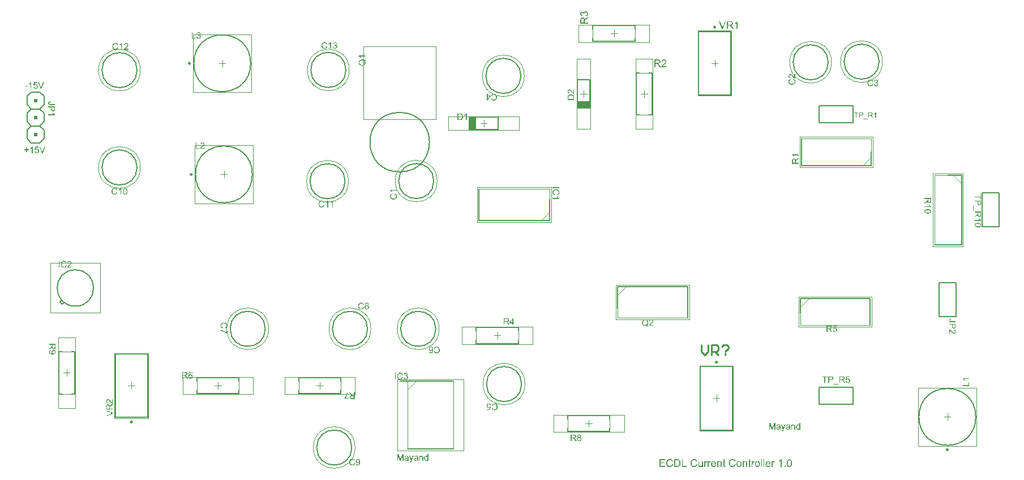
<source format=gto>
G04*
G04 #@! TF.GenerationSoftware,Altium Limited,Altium Designer,21.2.2 (38)*
G04*
G04 Layer_Color=65535*
%FSLAX25Y25*%
%MOIN*%
G70*
G04*
G04 #@! TF.SameCoordinates,821FD0D4-0334-4DB9-88A1-7179C856D29A*
G04*
G04*
G04 #@! TF.FilePolarity,Positive*
G04*
G01*
G75*
%ADD10C,0.00787*%
%ADD11C,0.00984*%
%ADD12C,0.00394*%
%ADD13C,0.01000*%
%ADD14R,0.03866X0.07284*%
%ADD15R,0.07284X0.03866*%
%ADD16C,0.00600*%
%ADD17C,0.00197*%
G36*
X542150Y477167D02*
X542202Y477161D01*
X542260Y477148D01*
X542325Y477135D01*
X542396Y477122D01*
X542552Y477070D01*
X542636Y477031D01*
X542714Y476992D01*
X542798Y476940D01*
X542882Y476882D01*
X542967Y476817D01*
X543045Y476740D01*
X543051Y476733D01*
X543064Y476720D01*
X543083Y476694D01*
X543109Y476662D01*
X543142Y476623D01*
X543174Y476571D01*
X543213Y476513D01*
X543245Y476441D01*
X543284Y476370D01*
X543323Y476286D01*
X543356Y476202D01*
X543388Y476104D01*
X543414Y476001D01*
X543433Y475891D01*
X543446Y475780D01*
X543453Y475657D01*
Y475599D01*
X543446Y475560D01*
X543440Y475508D01*
X543433Y475450D01*
X543420Y475385D01*
X543407Y475314D01*
X543368Y475158D01*
X543304Y474996D01*
X543265Y474912D01*
X543220Y474834D01*
X543161Y474757D01*
X543103Y474679D01*
X543096Y474672D01*
X543083Y474659D01*
X543064Y474640D01*
X543038Y474621D01*
X543006Y474588D01*
X542960Y474556D01*
X542915Y474517D01*
X542857Y474478D01*
X542792Y474439D01*
X542727Y474400D01*
X542571Y474329D01*
X542390Y474271D01*
X542293Y474251D01*
X542189Y474238D01*
X542118Y474789D01*
X542124D01*
X542137Y474795D01*
X542163Y474802D01*
X542196Y474809D01*
X542235Y474815D01*
X542280Y474828D01*
X542377Y474860D01*
X542494Y474906D01*
X542604Y474964D01*
X542708Y475029D01*
X542798Y475107D01*
X542805Y475119D01*
X542831Y475145D01*
X542863Y475197D01*
X542896Y475262D01*
X542934Y475340D01*
X542967Y475437D01*
X542993Y475547D01*
X542999Y475664D01*
Y475703D01*
X542993Y475729D01*
X542986Y475800D01*
X542967Y475891D01*
X542934Y475994D01*
X542889Y476104D01*
X542824Y476215D01*
X542733Y476318D01*
X542721Y476331D01*
X542682Y476364D01*
X542623Y476403D01*
X542546Y476454D01*
X542448Y476506D01*
X542338Y476545D01*
X542209Y476578D01*
X542066Y476590D01*
X542060D01*
X542047D01*
X542027D01*
X542001Y476584D01*
X541930Y476578D01*
X541846Y476558D01*
X541742Y476532D01*
X541638Y476487D01*
X541535Y476422D01*
X541437Y476338D01*
X541425Y476325D01*
X541399Y476292D01*
X541360Y476241D01*
X541314Y476169D01*
X541269Y476079D01*
X541230Y475968D01*
X541204Y475845D01*
X541191Y475709D01*
Y475651D01*
X541198Y475605D01*
X541204Y475547D01*
X541217Y475482D01*
X541230Y475405D01*
X541250Y475320D01*
X540764Y475385D01*
Y475418D01*
X540770Y475444D01*
Y475528D01*
X540757Y475599D01*
X540744Y475683D01*
X540725Y475780D01*
X540692Y475891D01*
X540647Y475994D01*
X540589Y476104D01*
Y476111D01*
X540582Y476117D01*
X540556Y476150D01*
X540511Y476195D01*
X540452Y476247D01*
X540368Y476299D01*
X540271Y476344D01*
X540161Y476377D01*
X540096Y476390D01*
X540025D01*
X540018D01*
X540012D01*
X539973D01*
X539921Y476377D01*
X539850Y476364D01*
X539772Y476338D01*
X539688Y476305D01*
X539604Y476254D01*
X539526Y476182D01*
X539519Y476176D01*
X539494Y476143D01*
X539461Y476098D01*
X539422Y476040D01*
X539390Y475962D01*
X539357Y475871D01*
X539331Y475768D01*
X539325Y475651D01*
Y475599D01*
X539338Y475541D01*
X539351Y475463D01*
X539377Y475379D01*
X539409Y475294D01*
X539461Y475204D01*
X539526Y475119D01*
X539532Y475113D01*
X539565Y475087D01*
X539610Y475048D01*
X539675Y475003D01*
X539759Y474958D01*
X539863Y474912D01*
X539986Y474873D01*
X540129Y474847D01*
X540031Y474297D01*
X540025D01*
X540005Y474303D01*
X539980Y474309D01*
X539941Y474316D01*
X539895Y474329D01*
X539843Y474348D01*
X539720Y474387D01*
X539578Y474452D01*
X539435Y474530D01*
X539299Y474627D01*
X539176Y474750D01*
X539170Y474757D01*
X539163Y474770D01*
X539150Y474789D01*
X539131Y474815D01*
X539105Y474847D01*
X539079Y474893D01*
X539053Y474938D01*
X539020Y474996D01*
X538969Y475126D01*
X538917Y475275D01*
X538884Y475450D01*
X538871Y475541D01*
Y475703D01*
X538878Y475774D01*
X538891Y475858D01*
X538910Y475962D01*
X538943Y476079D01*
X538982Y476195D01*
X539033Y476312D01*
Y476318D01*
X539040Y476325D01*
X539059Y476364D01*
X539098Y476422D01*
X539144Y476487D01*
X539208Y476565D01*
X539280Y476642D01*
X539364Y476720D01*
X539461Y476785D01*
X539474Y476791D01*
X539506Y476811D01*
X539565Y476837D01*
X539636Y476869D01*
X539720Y476901D01*
X539817Y476927D01*
X539928Y476947D01*
X540038Y476953D01*
X540051D01*
X540090D01*
X540141Y476947D01*
X540213Y476934D01*
X540297Y476915D01*
X540388Y476882D01*
X540478Y476843D01*
X540569Y476791D01*
X540582Y476785D01*
X540608Y476765D01*
X540653Y476727D01*
X540705Y476675D01*
X540764Y476610D01*
X540828Y476532D01*
X540887Y476441D01*
X540945Y476331D01*
Y476338D01*
X540951Y476351D01*
X540958Y476370D01*
X540964Y476396D01*
X540990Y476467D01*
X541029Y476558D01*
X541081Y476662D01*
X541146Y476765D01*
X541230Y476863D01*
X541327Y476953D01*
X541340Y476960D01*
X541379Y476986D01*
X541444Y477025D01*
X541528Y477064D01*
X541632Y477102D01*
X541755Y477141D01*
X541898Y477167D01*
X542053Y477174D01*
X542060D01*
X542079D01*
X542111D01*
X542150Y477167D01*
D02*
G37*
G36*
X543375Y473143D02*
X542442Y472553D01*
X542435D01*
X542422Y472541D01*
X542403Y472528D01*
X542377Y472508D01*
X542306Y472463D01*
X542215Y472404D01*
X542118Y472333D01*
X542014Y472262D01*
X541917Y472191D01*
X541826Y472126D01*
X541820Y472119D01*
X541794Y472100D01*
X541755Y472067D01*
X541710Y472022D01*
X541612Y471925D01*
X541567Y471873D01*
X541528Y471821D01*
X541522Y471815D01*
X541515Y471802D01*
X541502Y471776D01*
X541483Y471737D01*
X541463Y471698D01*
X541444Y471653D01*
X541412Y471549D01*
Y471543D01*
X541405Y471530D01*
Y471504D01*
X541399Y471471D01*
X541392Y471426D01*
Y471374D01*
X541386Y471303D01*
Y470538D01*
X543375D01*
Y469942D01*
X538891D01*
Y472022D01*
X538897Y472074D01*
Y472132D01*
X538904Y472268D01*
X538923Y472411D01*
X538943Y472566D01*
X538975Y472709D01*
X538995Y472780D01*
X539014Y472839D01*
Y472845D01*
X539020Y472852D01*
X539040Y472890D01*
X539066Y472949D01*
X539111Y473020D01*
X539170Y473098D01*
X539247Y473182D01*
X539338Y473260D01*
X539442Y473338D01*
X539448D01*
X539455Y473344D01*
X539494Y473370D01*
X539558Y473396D01*
X539642Y473435D01*
X539740Y473467D01*
X539856Y473499D01*
X539980Y473519D01*
X540116Y473525D01*
X540122D01*
X540135D01*
X540161D01*
X540193Y473519D01*
X540239D01*
X540284Y473513D01*
X540394Y473487D01*
X540524Y473448D01*
X540660Y473396D01*
X540796Y473318D01*
X540861Y473266D01*
X540926Y473214D01*
X540932Y473208D01*
X540939Y473201D01*
X540958Y473182D01*
X540977Y473156D01*
X541003Y473124D01*
X541029Y473085D01*
X541062Y473033D01*
X541101Y472981D01*
X541133Y472916D01*
X541165Y472845D01*
X541204Y472767D01*
X541237Y472683D01*
X541262Y472586D01*
X541295Y472489D01*
X541314Y472378D01*
X541334Y472262D01*
X541340Y472275D01*
X541353Y472301D01*
X541379Y472340D01*
X541405Y472391D01*
X541476Y472508D01*
X541522Y472566D01*
X541561Y472618D01*
X541574Y472631D01*
X541606Y472664D01*
X541658Y472715D01*
X541723Y472780D01*
X541813Y472852D01*
X541911Y472936D01*
X542027Y473020D01*
X542157Y473111D01*
X543375Y473882D01*
Y473143D01*
D02*
G37*
G36*
X622851Y466748D02*
X622229D01*
X620492Y471232D01*
X621140D01*
X622306Y467973D01*
Y467966D01*
X622313Y467953D01*
X622319Y467934D01*
X622332Y467908D01*
X622339Y467869D01*
X622352Y467830D01*
X622384Y467733D01*
X622423Y467623D01*
X622462Y467500D01*
X622540Y467241D01*
Y467247D01*
X622546Y467260D01*
X622553Y467280D01*
X622559Y467306D01*
X622579Y467377D01*
X622611Y467474D01*
X622643Y467584D01*
X622682Y467707D01*
X622728Y467837D01*
X622779Y467973D01*
X623998Y471232D01*
X624600D01*
X622851Y466748D01*
D02*
G37*
G36*
X631508D02*
X630957D01*
Y470254D01*
X630951Y470247D01*
X630918Y470222D01*
X630879Y470183D01*
X630815Y470137D01*
X630743Y470079D01*
X630653Y470014D01*
X630549Y469943D01*
X630432Y469872D01*
X630426D01*
X630419Y469865D01*
X630380Y469839D01*
X630316Y469807D01*
X630238Y469768D01*
X630147Y469723D01*
X630050Y469677D01*
X629953Y469632D01*
X629856Y469593D01*
Y470124D01*
X629862D01*
X629875Y470137D01*
X629901Y470144D01*
X629933Y470163D01*
X629972Y470183D01*
X630018Y470209D01*
X630128Y470273D01*
X630257Y470345D01*
X630387Y470435D01*
X630523Y470539D01*
X630659Y470649D01*
X630666Y470656D01*
X630672Y470662D01*
X630691Y470682D01*
X630717Y470701D01*
X630776Y470766D01*
X630854Y470844D01*
X630931Y470934D01*
X631015Y471038D01*
X631087Y471142D01*
X631152Y471252D01*
X631508D01*
Y466748D01*
D02*
G37*
G36*
X627277Y471226D02*
X627335D01*
X627471Y471219D01*
X627613Y471200D01*
X627769Y471180D01*
X627912Y471148D01*
X627983Y471129D01*
X628041Y471109D01*
X628048D01*
X628054Y471103D01*
X628093Y471083D01*
X628151Y471057D01*
X628223Y471012D01*
X628300Y470954D01*
X628385Y470876D01*
X628462Y470785D01*
X628540Y470682D01*
Y470675D01*
X628547Y470669D01*
X628573Y470630D01*
X628598Y470565D01*
X628637Y470481D01*
X628670Y470384D01*
X628702Y470267D01*
X628722Y470144D01*
X628728Y470008D01*
Y470001D01*
Y469988D01*
Y469962D01*
X628722Y469930D01*
Y469884D01*
X628715Y469839D01*
X628689Y469729D01*
X628650Y469599D01*
X628598Y469463D01*
X628521Y469327D01*
X628469Y469262D01*
X628417Y469198D01*
X628411Y469191D01*
X628404Y469185D01*
X628385Y469165D01*
X628359Y469146D01*
X628326Y469120D01*
X628287Y469094D01*
X628236Y469062D01*
X628184Y469023D01*
X628119Y468990D01*
X628048Y468958D01*
X627970Y468919D01*
X627886Y468887D01*
X627788Y468861D01*
X627691Y468828D01*
X627581Y468809D01*
X627464Y468789D01*
X627477Y468783D01*
X627503Y468770D01*
X627542Y468744D01*
X627594Y468718D01*
X627711Y468647D01*
X627769Y468602D01*
X627821Y468563D01*
X627834Y468550D01*
X627866Y468517D01*
X627918Y468465D01*
X627983Y468401D01*
X628054Y468310D01*
X628138Y468213D01*
X628223Y468096D01*
X628313Y467966D01*
X629084Y466748D01*
X628346D01*
X627756Y467681D01*
Y467688D01*
X627743Y467701D01*
X627730Y467720D01*
X627711Y467746D01*
X627665Y467817D01*
X627607Y467908D01*
X627536Y468005D01*
X627464Y468109D01*
X627393Y468206D01*
X627328Y468297D01*
X627322Y468303D01*
X627303Y468329D01*
X627270Y468368D01*
X627225Y468414D01*
X627128Y468511D01*
X627076Y468556D01*
X627024Y468595D01*
X627017Y468602D01*
X627004Y468608D01*
X626978Y468621D01*
X626940Y468640D01*
X626901Y468660D01*
X626855Y468679D01*
X626752Y468712D01*
X626745D01*
X626732Y468718D01*
X626706D01*
X626674Y468725D01*
X626629Y468731D01*
X626577D01*
X626505Y468738D01*
X625741D01*
Y466748D01*
X625145D01*
Y471232D01*
X627225D01*
X627277Y471226D01*
D02*
G37*
G36*
X314194Y464907D02*
X314267Y464896D01*
X314355Y464880D01*
X314455Y464852D01*
X314555Y464818D01*
X314655Y464774D01*
X314661D01*
X314666Y464769D01*
X314700Y464752D01*
X314749Y464718D01*
X314805Y464680D01*
X314872Y464624D01*
X314938Y464563D01*
X315005Y464491D01*
X315060Y464408D01*
X315066Y464397D01*
X315082Y464369D01*
X315105Y464319D01*
X315132Y464258D01*
X315160Y464186D01*
X315182Y464103D01*
X315199Y464008D01*
X315205Y463914D01*
Y463903D01*
Y463869D01*
X315199Y463825D01*
X315188Y463764D01*
X315171Y463692D01*
X315143Y463614D01*
X315110Y463536D01*
X315066Y463459D01*
X315060Y463448D01*
X315044Y463425D01*
X315010Y463386D01*
X314966Y463342D01*
X314910Y463292D01*
X314844Y463237D01*
X314766Y463187D01*
X314672Y463137D01*
X314677D01*
X314688Y463131D01*
X314705Y463126D01*
X314727Y463120D01*
X314788Y463098D01*
X314866Y463065D01*
X314955Y463020D01*
X315044Y462965D01*
X315127Y462893D01*
X315205Y462809D01*
X315210Y462798D01*
X315232Y462765D01*
X315266Y462709D01*
X315299Y462637D01*
X315332Y462548D01*
X315366Y462443D01*
X315388Y462321D01*
X315393Y462188D01*
Y462182D01*
Y462165D01*
Y462138D01*
X315388Y462105D01*
X315382Y462060D01*
X315371Y462010D01*
X315360Y461955D01*
X315349Y461894D01*
X315304Y461760D01*
X315271Y461688D01*
X315238Y461622D01*
X315193Y461550D01*
X315143Y461477D01*
X315088Y461405D01*
X315021Y461339D01*
X315016Y461333D01*
X315005Y461322D01*
X314983Y461305D01*
X314955Y461283D01*
X314921Y461255D01*
X314877Y461228D01*
X314827Y461194D01*
X314766Y461166D01*
X314705Y461133D01*
X314633Y461100D01*
X314561Y461072D01*
X314477Y461044D01*
X314389Y461022D01*
X314294Y461006D01*
X314200Y460994D01*
X314094Y460989D01*
X314045D01*
X314011Y460994D01*
X313967Y461000D01*
X313917Y461006D01*
X313861Y461017D01*
X313800Y461028D01*
X313667Y461061D01*
X313528Y461117D01*
X313456Y461150D01*
X313390Y461189D01*
X313323Y461239D01*
X313257Y461289D01*
X313251Y461294D01*
X313240Y461305D01*
X313223Y461322D01*
X313207Y461344D01*
X313179Y461372D01*
X313151Y461411D01*
X313118Y461450D01*
X313084Y461500D01*
X313051Y461555D01*
X313018Y461611D01*
X312957Y461744D01*
X312907Y461899D01*
X312890Y461982D01*
X312879Y462071D01*
X313351Y462132D01*
Y462127D01*
X313356Y462116D01*
X313362Y462093D01*
X313368Y462066D01*
X313373Y462032D01*
X313384Y461994D01*
X313412Y461910D01*
X313451Y461810D01*
X313501Y461716D01*
X313556Y461627D01*
X313623Y461550D01*
X313634Y461544D01*
X313656Y461522D01*
X313701Y461494D01*
X313756Y461466D01*
X313823Y461433D01*
X313906Y461405D01*
X314000Y461383D01*
X314100Y461377D01*
X314133D01*
X314156Y461383D01*
X314217Y461388D01*
X314294Y461405D01*
X314383Y461433D01*
X314477Y461472D01*
X314572Y461527D01*
X314661Y461605D01*
X314672Y461616D01*
X314700Y461649D01*
X314733Y461699D01*
X314777Y461766D01*
X314822Y461849D01*
X314855Y461943D01*
X314883Y462054D01*
X314894Y462177D01*
Y462182D01*
Y462193D01*
Y462210D01*
X314888Y462232D01*
X314883Y462293D01*
X314866Y462365D01*
X314844Y462454D01*
X314805Y462543D01*
X314749Y462632D01*
X314677Y462715D01*
X314666Y462726D01*
X314638Y462748D01*
X314594Y462782D01*
X314533Y462820D01*
X314455Y462859D01*
X314361Y462893D01*
X314255Y462915D01*
X314139Y462926D01*
X314089D01*
X314050Y462920D01*
X314000Y462915D01*
X313945Y462904D01*
X313878Y462893D01*
X313806Y462876D01*
X313861Y463292D01*
X313889D01*
X313911Y463287D01*
X313983D01*
X314045Y463298D01*
X314117Y463309D01*
X314200Y463326D01*
X314294Y463353D01*
X314383Y463392D01*
X314477Y463442D01*
X314483D01*
X314489Y463448D01*
X314516Y463470D01*
X314555Y463509D01*
X314600Y463559D01*
X314644Y463631D01*
X314683Y463714D01*
X314711Y463808D01*
X314722Y463864D01*
Y463925D01*
Y463930D01*
Y463936D01*
Y463969D01*
X314711Y464014D01*
X314700Y464075D01*
X314677Y464141D01*
X314650Y464214D01*
X314605Y464286D01*
X314544Y464352D01*
X314539Y464358D01*
X314511Y464380D01*
X314472Y464408D01*
X314422Y464441D01*
X314355Y464469D01*
X314278Y464497D01*
X314189Y464519D01*
X314089Y464524D01*
X314045D01*
X313995Y464513D01*
X313928Y464502D01*
X313856Y464480D01*
X313784Y464452D01*
X313706Y464408D01*
X313634Y464352D01*
X313628Y464347D01*
X313606Y464319D01*
X313573Y464280D01*
X313534Y464225D01*
X313495Y464152D01*
X313456Y464064D01*
X313423Y463958D01*
X313401Y463836D01*
X312929Y463919D01*
Y463925D01*
X312935Y463941D01*
X312940Y463964D01*
X312946Y463997D01*
X312957Y464036D01*
X312973Y464080D01*
X313007Y464186D01*
X313062Y464308D01*
X313129Y464430D01*
X313212Y464546D01*
X313317Y464652D01*
X313323Y464657D01*
X313334Y464663D01*
X313351Y464674D01*
X313373Y464691D01*
X313401Y464713D01*
X313440Y464735D01*
X313478Y464757D01*
X313528Y464785D01*
X313639Y464829D01*
X313767Y464874D01*
X313917Y464902D01*
X313995Y464913D01*
X314133D01*
X314194Y464907D01*
D02*
G37*
G36*
X310570Y461511D02*
X312463D01*
Y461056D01*
X310060D01*
Y464896D01*
X310570D01*
Y461511D01*
D02*
G37*
G36*
X388330Y459004D02*
X388380Y458999D01*
X388441Y458993D01*
X388502Y458988D01*
X388574Y458971D01*
X388724Y458938D01*
X388890Y458888D01*
X388973Y458855D01*
X389051Y458816D01*
X389129Y458766D01*
X389207Y458716D01*
X389212Y458710D01*
X389223Y458705D01*
X389245Y458688D01*
X389273Y458660D01*
X389301Y458633D01*
X389340Y458594D01*
X389378Y458549D01*
X389423Y458505D01*
X389467Y458450D01*
X389512Y458383D01*
X389562Y458316D01*
X389606Y458244D01*
X389645Y458161D01*
X389689Y458078D01*
X389723Y457989D01*
X389756Y457889D01*
X389256Y457772D01*
Y457778D01*
X389251Y457789D01*
X389240Y457811D01*
X389229Y457839D01*
X389218Y457872D01*
X389201Y457917D01*
X389157Y458006D01*
X389101Y458105D01*
X389034Y458205D01*
X388951Y458300D01*
X388862Y458383D01*
X388851Y458394D01*
X388818Y458416D01*
X388762Y458444D01*
X388690Y458483D01*
X388596Y458516D01*
X388491Y458549D01*
X388363Y458572D01*
X388224Y458577D01*
X388180D01*
X388152Y458572D01*
X388113D01*
X388069Y458566D01*
X387963Y458549D01*
X387847Y458527D01*
X387725Y458488D01*
X387597Y458433D01*
X387480Y458361D01*
X387475D01*
X387469Y458350D01*
X387431Y458322D01*
X387381Y458278D01*
X387319Y458211D01*
X387247Y458128D01*
X387181Y458033D01*
X387120Y457917D01*
X387064Y457789D01*
Y457784D01*
X387059Y457772D01*
X387053Y457756D01*
X387048Y457728D01*
X387036Y457695D01*
X387025Y457656D01*
X387009Y457561D01*
X386986Y457450D01*
X386964Y457328D01*
X386953Y457195D01*
X386948Y457051D01*
Y457045D01*
Y457029D01*
Y457001D01*
Y456968D01*
X386953Y456929D01*
Y456879D01*
X386959Y456823D01*
X386964Y456762D01*
X386981Y456629D01*
X387009Y456485D01*
X387042Y456341D01*
X387086Y456196D01*
Y456191D01*
X387092Y456180D01*
X387103Y456163D01*
X387114Y456135D01*
X387147Y456069D01*
X387197Y455991D01*
X387258Y455902D01*
X387336Y455808D01*
X387425Y455724D01*
X387530Y455647D01*
X387536D01*
X387547Y455641D01*
X387564Y455630D01*
X387586Y455619D01*
X387614Y455608D01*
X387647Y455591D01*
X387725Y455558D01*
X387825Y455525D01*
X387935Y455497D01*
X388058Y455475D01*
X388185Y455469D01*
X388224D01*
X388257Y455475D01*
X388296D01*
X388335Y455480D01*
X388435Y455503D01*
X388552Y455530D01*
X388668Y455575D01*
X388790Y455636D01*
X388851Y455669D01*
X388907Y455713D01*
X388912Y455719D01*
X388918Y455724D01*
X388934Y455741D01*
X388957Y455758D01*
X388979Y455786D01*
X389007Y455819D01*
X389040Y455852D01*
X389068Y455897D01*
X389101Y455946D01*
X389140Y456002D01*
X389173Y456058D01*
X389207Y456124D01*
X389234Y456196D01*
X389262Y456274D01*
X389290Y456357D01*
X389312Y456446D01*
X389823Y456318D01*
Y456313D01*
X389817Y456291D01*
X389806Y456257D01*
X389789Y456213D01*
X389773Y456163D01*
X389750Y456102D01*
X389723Y456035D01*
X389689Y455963D01*
X389612Y455808D01*
X389512Y455652D01*
X389451Y455575D01*
X389390Y455497D01*
X389323Y455430D01*
X389245Y455364D01*
X389240Y455358D01*
X389229Y455347D01*
X389201Y455336D01*
X389173Y455314D01*
X389129Y455286D01*
X389084Y455258D01*
X389023Y455231D01*
X388962Y455203D01*
X388890Y455169D01*
X388812Y455142D01*
X388729Y455114D01*
X388640Y455086D01*
X388546Y455064D01*
X388446Y455053D01*
X388341Y455042D01*
X388230Y455036D01*
X388169D01*
X388124Y455042D01*
X388074D01*
X388013Y455047D01*
X387947Y455058D01*
X387869Y455070D01*
X387708Y455097D01*
X387542Y455142D01*
X387375Y455203D01*
X387297Y455242D01*
X387220Y455286D01*
X387214Y455292D01*
X387203Y455297D01*
X387181Y455314D01*
X387158Y455336D01*
X387125Y455358D01*
X387086Y455392D01*
X387042Y455430D01*
X386998Y455475D01*
X386953Y455525D01*
X386903Y455575D01*
X386803Y455702D01*
X386709Y455852D01*
X386626Y456019D01*
Y456024D01*
X386615Y456041D01*
X386609Y456069D01*
X386592Y456102D01*
X386581Y456146D01*
X386565Y456202D01*
X386543Y456263D01*
X386526Y456329D01*
X386509Y456402D01*
X386487Y456485D01*
X386459Y456657D01*
X386437Y456851D01*
X386426Y457051D01*
Y457057D01*
Y457079D01*
Y457112D01*
X386432Y457151D01*
Y457206D01*
X386437Y457262D01*
X386443Y457334D01*
X386454Y457406D01*
X386481Y457567D01*
X386520Y457745D01*
X386576Y457922D01*
X386653Y458094D01*
X386659Y458100D01*
X386665Y458116D01*
X386676Y458139D01*
X386698Y458167D01*
X386720Y458205D01*
X386748Y458250D01*
X386820Y458350D01*
X386914Y458461D01*
X387025Y458572D01*
X387153Y458683D01*
X387303Y458777D01*
X387308Y458782D01*
X387325Y458788D01*
X387347Y458799D01*
X387375Y458816D01*
X387419Y458833D01*
X387464Y458849D01*
X387519Y458871D01*
X387580Y458893D01*
X387647Y458916D01*
X387719Y458938D01*
X387875Y458971D01*
X388052Y458999D01*
X388235Y459010D01*
X388291D01*
X388330Y459004D01*
D02*
G37*
G36*
X394562Y458955D02*
X394634Y458944D01*
X394723Y458927D01*
X394823Y458899D01*
X394923Y458866D01*
X395023Y458821D01*
X395028D01*
X395034Y458816D01*
X395067Y458799D01*
X395117Y458766D01*
X395173Y458727D01*
X395239Y458672D01*
X395306Y458610D01*
X395373Y458538D01*
X395428Y458455D01*
X395434Y458444D01*
X395450Y458416D01*
X395472Y458366D01*
X395500Y458305D01*
X395528Y458233D01*
X395550Y458150D01*
X395567Y458055D01*
X395572Y457961D01*
Y457950D01*
Y457917D01*
X395567Y457872D01*
X395556Y457811D01*
X395539Y457739D01*
X395511Y457661D01*
X395478Y457584D01*
X395434Y457506D01*
X395428Y457495D01*
X395411Y457473D01*
X395378Y457434D01*
X395334Y457389D01*
X395278Y457339D01*
X395212Y457284D01*
X395134Y457234D01*
X395040Y457184D01*
X395045D01*
X395056Y457179D01*
X395073Y457173D01*
X395095Y457167D01*
X395156Y457145D01*
X395234Y457112D01*
X395323Y457068D01*
X395411Y457012D01*
X395495Y456940D01*
X395572Y456857D01*
X395578Y456846D01*
X395600Y456812D01*
X395633Y456757D01*
X395667Y456685D01*
X395700Y456596D01*
X395733Y456490D01*
X395756Y456368D01*
X395761Y456235D01*
Y456229D01*
Y456213D01*
Y456185D01*
X395756Y456152D01*
X395750Y456107D01*
X395739Y456058D01*
X395728Y456002D01*
X395717Y455941D01*
X395672Y455808D01*
X395639Y455736D01*
X395606Y455669D01*
X395561Y455597D01*
X395511Y455525D01*
X395456Y455452D01*
X395389Y455386D01*
X395384Y455380D01*
X395373Y455369D01*
X395350Y455353D01*
X395323Y455330D01*
X395289Y455303D01*
X395245Y455275D01*
X395195Y455242D01*
X395134Y455214D01*
X395073Y455181D01*
X395001Y455147D01*
X394929Y455120D01*
X394845Y455092D01*
X394757Y455070D01*
X394662Y455053D01*
X394568Y455042D01*
X394462Y455036D01*
X394412D01*
X394379Y455042D01*
X394335Y455047D01*
X394285Y455053D01*
X394229Y455064D01*
X394168Y455075D01*
X394035Y455108D01*
X393896Y455164D01*
X393824Y455197D01*
X393758Y455236D01*
X393691Y455286D01*
X393624Y455336D01*
X393619Y455341D01*
X393608Y455353D01*
X393591Y455369D01*
X393574Y455392D01*
X393547Y455419D01*
X393519Y455458D01*
X393485Y455497D01*
X393452Y455547D01*
X393419Y455602D01*
X393386Y455658D01*
X393325Y455791D01*
X393275Y455946D01*
X393258Y456030D01*
X393247Y456118D01*
X393719Y456180D01*
Y456174D01*
X393724Y456163D01*
X393730Y456141D01*
X393735Y456113D01*
X393741Y456080D01*
X393752Y456041D01*
X393780Y455958D01*
X393818Y455858D01*
X393868Y455763D01*
X393924Y455675D01*
X393991Y455597D01*
X394002Y455591D01*
X394024Y455569D01*
X394068Y455541D01*
X394124Y455514D01*
X394190Y455480D01*
X394274Y455452D01*
X394368Y455430D01*
X394468Y455425D01*
X394501D01*
X394523Y455430D01*
X394584Y455436D01*
X394662Y455452D01*
X394751Y455480D01*
X394845Y455519D01*
X394940Y455575D01*
X395028Y455652D01*
X395040Y455663D01*
X395067Y455697D01*
X395101Y455747D01*
X395145Y455813D01*
X395189Y455897D01*
X395223Y455991D01*
X395250Y456102D01*
X395262Y456224D01*
Y456229D01*
Y456241D01*
Y456257D01*
X395256Y456280D01*
X395250Y456341D01*
X395234Y456413D01*
X395212Y456501D01*
X395173Y456590D01*
X395117Y456679D01*
X395045Y456762D01*
X395034Y456773D01*
X395006Y456796D01*
X394962Y456829D01*
X394901Y456868D01*
X394823Y456907D01*
X394729Y456940D01*
X394623Y456962D01*
X394507Y456973D01*
X394457D01*
X394418Y456968D01*
X394368Y456962D01*
X394313Y456951D01*
X394246Y456940D01*
X394174Y456923D01*
X394229Y457339D01*
X394257D01*
X394279Y457334D01*
X394351D01*
X394412Y457345D01*
X394484Y457356D01*
X394568Y457373D01*
X394662Y457401D01*
X394751Y457439D01*
X394845Y457489D01*
X394851D01*
X394856Y457495D01*
X394884Y457517D01*
X394923Y457556D01*
X394967Y457606D01*
X395012Y457678D01*
X395051Y457761D01*
X395078Y457856D01*
X395090Y457911D01*
Y457972D01*
Y457978D01*
Y457983D01*
Y458017D01*
X395078Y458061D01*
X395067Y458122D01*
X395045Y458189D01*
X395017Y458261D01*
X394973Y458333D01*
X394912Y458400D01*
X394906Y458405D01*
X394879Y458427D01*
X394840Y458455D01*
X394790Y458488D01*
X394723Y458516D01*
X394646Y458544D01*
X394557Y458566D01*
X394457Y458572D01*
X394412D01*
X394362Y458561D01*
X394296Y458549D01*
X394224Y458527D01*
X394151Y458499D01*
X394074Y458455D01*
X394002Y458400D01*
X393996Y458394D01*
X393974Y458366D01*
X393941Y458327D01*
X393902Y458272D01*
X393863Y458200D01*
X393824Y458111D01*
X393791Y458006D01*
X393769Y457883D01*
X393297Y457967D01*
Y457972D01*
X393302Y457989D01*
X393308Y458011D01*
X393314Y458044D01*
X393325Y458083D01*
X393341Y458128D01*
X393374Y458233D01*
X393430Y458355D01*
X393497Y458477D01*
X393580Y458594D01*
X393685Y458699D01*
X393691Y458705D01*
X393702Y458710D01*
X393719Y458721D01*
X393741Y458738D01*
X393769Y458760D01*
X393807Y458782D01*
X393846Y458805D01*
X393896Y458833D01*
X394007Y458877D01*
X394135Y458921D01*
X394285Y458949D01*
X394362Y458960D01*
X394501D01*
X394562Y458955D01*
D02*
G37*
G36*
X265255Y458481D02*
X265305Y458476D01*
X265367Y458470D01*
X265428Y458465D01*
X265500Y458448D01*
X265650Y458415D01*
X265816Y458365D01*
X265899Y458331D01*
X265977Y458293D01*
X266055Y458243D01*
X266132Y458193D01*
X266138Y458187D01*
X266149Y458182D01*
X266171Y458165D01*
X266199Y458137D01*
X266227Y458110D01*
X266266Y458071D01*
X266304Y458026D01*
X266349Y457982D01*
X266393Y457926D01*
X266438Y457860D01*
X266488Y457793D01*
X266532Y457721D01*
X266571Y457638D01*
X266615Y457554D01*
X266649Y457466D01*
X266682Y457366D01*
X266182Y457249D01*
Y457255D01*
X266177Y457266D01*
X266166Y457288D01*
X266155Y457316D01*
X266143Y457349D01*
X266127Y457394D01*
X266083Y457482D01*
X266027Y457582D01*
X265960Y457682D01*
X265877Y457776D01*
X265788Y457860D01*
X265777Y457871D01*
X265744Y457893D01*
X265688Y457921D01*
X265616Y457960D01*
X265522Y457993D01*
X265417Y458026D01*
X265289Y458048D01*
X265150Y458054D01*
X265106D01*
X265078Y458048D01*
X265039D01*
X264995Y458043D01*
X264889Y458026D01*
X264773Y458004D01*
X264651Y457965D01*
X264523Y457910D01*
X264406Y457838D01*
X264401D01*
X264395Y457827D01*
X264356Y457799D01*
X264306Y457754D01*
X264245Y457688D01*
X264173Y457604D01*
X264107Y457510D01*
X264046Y457394D01*
X263990Y457266D01*
Y457260D01*
X263985Y457249D01*
X263979Y457233D01*
X263973Y457205D01*
X263962Y457172D01*
X263951Y457133D01*
X263935Y457038D01*
X263912Y456927D01*
X263890Y456805D01*
X263879Y456672D01*
X263874Y456528D01*
Y456522D01*
Y456506D01*
Y456478D01*
Y456445D01*
X263879Y456406D01*
Y456356D01*
X263885Y456300D01*
X263890Y456239D01*
X263907Y456106D01*
X263935Y455962D01*
X263968Y455817D01*
X264012Y455673D01*
Y455667D01*
X264018Y455656D01*
X264029Y455640D01*
X264040Y455612D01*
X264073Y455545D01*
X264123Y455468D01*
X264184Y455379D01*
X264262Y455285D01*
X264351Y455201D01*
X264456Y455124D01*
X264462D01*
X264473Y455118D01*
X264490Y455107D01*
X264512Y455096D01*
X264540Y455085D01*
X264573Y455068D01*
X264651Y455035D01*
X264751Y455001D01*
X264861Y454974D01*
X264984Y454952D01*
X265111Y454946D01*
X265150D01*
X265183Y454952D01*
X265222D01*
X265261Y454957D01*
X265361Y454979D01*
X265477Y455007D01*
X265594Y455052D01*
X265716Y455113D01*
X265777Y455146D01*
X265833Y455190D01*
X265838Y455196D01*
X265844Y455201D01*
X265861Y455218D01*
X265883Y455235D01*
X265905Y455262D01*
X265933Y455296D01*
X265966Y455329D01*
X265994Y455373D01*
X266027Y455423D01*
X266066Y455479D01*
X266099Y455534D01*
X266132Y455601D01*
X266160Y455673D01*
X266188Y455751D01*
X266216Y455834D01*
X266238Y455923D01*
X266748Y455795D01*
Y455790D01*
X266743Y455767D01*
X266732Y455734D01*
X266715Y455690D01*
X266699Y455640D01*
X266676Y455579D01*
X266649Y455512D01*
X266615Y455440D01*
X266538Y455285D01*
X266438Y455129D01*
X266377Y455052D01*
X266316Y454974D01*
X266249Y454907D01*
X266171Y454841D01*
X266166Y454835D01*
X266155Y454824D01*
X266127Y454813D01*
X266099Y454791D01*
X266055Y454763D01*
X266010Y454735D01*
X265949Y454707D01*
X265888Y454680D01*
X265816Y454646D01*
X265738Y454619D01*
X265655Y454591D01*
X265566Y454563D01*
X265472Y454541D01*
X265372Y454530D01*
X265267Y454519D01*
X265156Y454513D01*
X265095D01*
X265050Y454519D01*
X265000D01*
X264939Y454524D01*
X264873Y454535D01*
X264795Y454546D01*
X264634Y454574D01*
X264467Y454619D01*
X264301Y454680D01*
X264223Y454718D01*
X264145Y454763D01*
X264140Y454768D01*
X264129Y454774D01*
X264107Y454791D01*
X264085Y454813D01*
X264051Y454835D01*
X264012Y454868D01*
X263968Y454907D01*
X263924Y454952D01*
X263879Y455001D01*
X263829Y455052D01*
X263729Y455179D01*
X263635Y455329D01*
X263552Y455495D01*
Y455501D01*
X263541Y455518D01*
X263535Y455545D01*
X263518Y455579D01*
X263507Y455623D01*
X263491Y455679D01*
X263468Y455740D01*
X263452Y455806D01*
X263435Y455878D01*
X263413Y455962D01*
X263385Y456134D01*
X263363Y456328D01*
X263352Y456528D01*
Y456533D01*
Y456556D01*
Y456589D01*
X263357Y456628D01*
Y456683D01*
X263363Y456739D01*
X263369Y456811D01*
X263380Y456883D01*
X263407Y457044D01*
X263446Y457222D01*
X263502Y457399D01*
X263579Y457571D01*
X263585Y457577D01*
X263591Y457593D01*
X263602Y457616D01*
X263624Y457643D01*
X263646Y457682D01*
X263674Y457727D01*
X263746Y457827D01*
X263840Y457937D01*
X263951Y458048D01*
X264079Y458159D01*
X264229Y458254D01*
X264234Y458259D01*
X264251Y458265D01*
X264273Y458276D01*
X264301Y458293D01*
X264345Y458309D01*
X264390Y458326D01*
X264445Y458348D01*
X264506Y458370D01*
X264573Y458393D01*
X264645Y458415D01*
X264800Y458448D01*
X264978Y458476D01*
X265161Y458487D01*
X265217D01*
X265255Y458481D01*
D02*
G37*
G36*
X392031Y455103D02*
X391560D01*
Y458105D01*
X391554Y458100D01*
X391526Y458078D01*
X391493Y458044D01*
X391438Y458006D01*
X391376Y457956D01*
X391299Y457900D01*
X391210Y457839D01*
X391110Y457778D01*
X391105D01*
X391099Y457772D01*
X391066Y457750D01*
X391010Y457723D01*
X390944Y457689D01*
X390866Y457650D01*
X390783Y457612D01*
X390699Y457573D01*
X390616Y457539D01*
Y457994D01*
X390622D01*
X390633Y458006D01*
X390655Y458011D01*
X390683Y458028D01*
X390716Y458044D01*
X390755Y458067D01*
X390849Y458122D01*
X390960Y458183D01*
X391071Y458261D01*
X391188Y458350D01*
X391304Y458444D01*
X391310Y458450D01*
X391316Y458455D01*
X391332Y458472D01*
X391354Y458488D01*
X391404Y458544D01*
X391471Y458610D01*
X391537Y458688D01*
X391610Y458777D01*
X391671Y458866D01*
X391726Y458960D01*
X392031D01*
Y455103D01*
D02*
G37*
G36*
X271533Y458431D02*
X271577Y458426D01*
X271633Y458420D01*
X271693Y458409D01*
X271755Y458398D01*
X271899Y458359D01*
X272043Y458304D01*
X272115Y458270D01*
X272187Y458232D01*
X272254Y458182D01*
X272315Y458126D01*
X272321Y458121D01*
X272332Y458115D01*
X272343Y458093D01*
X272365Y458071D01*
X272393Y458043D01*
X272421Y458004D01*
X272448Y457965D01*
X272482Y457915D01*
X272537Y457810D01*
X272593Y457677D01*
X272615Y457610D01*
X272626Y457532D01*
X272637Y457455D01*
X272643Y457371D01*
Y457360D01*
Y457333D01*
X272637Y457288D01*
X272632Y457227D01*
X272620Y457161D01*
X272598Y457083D01*
X272576Y456999D01*
X272543Y456916D01*
X272537Y456905D01*
X272526Y456877D01*
X272504Y456833D01*
X272470Y456772D01*
X272426Y456705D01*
X272371Y456622D01*
X272304Y456539D01*
X272226Y456445D01*
X272215Y456433D01*
X272187Y456400D01*
X272160Y456372D01*
X272132Y456345D01*
X272099Y456311D01*
X272054Y456267D01*
X272010Y456222D01*
X271954Y456173D01*
X271899Y456117D01*
X271832Y456056D01*
X271760Y455995D01*
X271682Y455923D01*
X271594Y455851D01*
X271505Y455773D01*
X271499Y455767D01*
X271488Y455756D01*
X271466Y455740D01*
X271438Y455718D01*
X271405Y455684D01*
X271366Y455651D01*
X271277Y455579D01*
X271183Y455495D01*
X271094Y455412D01*
X271016Y455340D01*
X270983Y455312D01*
X270955Y455285D01*
X270950Y455279D01*
X270933Y455262D01*
X270911Y455240D01*
X270883Y455207D01*
X270855Y455168D01*
X270822Y455129D01*
X270756Y455035D01*
X272648D01*
Y454580D01*
X270101D01*
Y454585D01*
Y454607D01*
Y454641D01*
X270106Y454685D01*
X270112Y454735D01*
X270123Y454791D01*
X270134Y454846D01*
X270156Y454907D01*
Y454913D01*
X270162Y454918D01*
X270173Y454952D01*
X270195Y455001D01*
X270228Y455068D01*
X270273Y455146D01*
X270328Y455235D01*
X270389Y455323D01*
X270467Y455418D01*
Y455423D01*
X270478Y455429D01*
X270506Y455462D01*
X270556Y455512D01*
X270628Y455584D01*
X270711Y455667D01*
X270817Y455767D01*
X270944Y455878D01*
X271083Y455995D01*
X271089Y456001D01*
X271111Y456017D01*
X271144Y456045D01*
X271183Y456078D01*
X271233Y456123D01*
X271294Y456173D01*
X271355Y456228D01*
X271427Y456289D01*
X271566Y456422D01*
X271705Y456556D01*
X271771Y456622D01*
X271832Y456689D01*
X271888Y456750D01*
X271932Y456811D01*
Y456816D01*
X271943Y456822D01*
X271954Y456839D01*
X271966Y456861D01*
X272004Y456922D01*
X272049Y456994D01*
X272088Y457083D01*
X272126Y457177D01*
X272149Y457282D01*
X272160Y457382D01*
Y457388D01*
Y457394D01*
X272154Y457427D01*
X272149Y457482D01*
X272132Y457543D01*
X272110Y457621D01*
X272071Y457699D01*
X272021Y457776D01*
X271954Y457854D01*
X271943Y457865D01*
X271916Y457888D01*
X271877Y457915D01*
X271816Y457954D01*
X271738Y457987D01*
X271649Y458021D01*
X271544Y458043D01*
X271427Y458048D01*
X271394D01*
X271372Y458043D01*
X271305Y458037D01*
X271227Y458021D01*
X271144Y457999D01*
X271050Y457960D01*
X270961Y457910D01*
X270878Y457843D01*
X270867Y457832D01*
X270844Y457804D01*
X270811Y457760D01*
X270778Y457693D01*
X270739Y457616D01*
X270706Y457516D01*
X270683Y457405D01*
X270672Y457277D01*
X270189Y457327D01*
Y457333D01*
X270195Y457349D01*
Y457377D01*
X270201Y457416D01*
X270212Y457460D01*
X270223Y457510D01*
X270239Y457571D01*
X270256Y457632D01*
X270301Y457765D01*
X270367Y457899D01*
X270406Y457965D01*
X270456Y458032D01*
X270506Y458093D01*
X270561Y458148D01*
X270567Y458154D01*
X270578Y458159D01*
X270595Y458176D01*
X270622Y458193D01*
X270656Y458215D01*
X270694Y458237D01*
X270739Y458265D01*
X270794Y458293D01*
X270855Y458320D01*
X270922Y458348D01*
X270994Y458370D01*
X271072Y458393D01*
X271155Y458409D01*
X271244Y458426D01*
X271338Y458431D01*
X271438Y458437D01*
X271494D01*
X271533Y458431D01*
D02*
G37*
G36*
X268957Y454580D02*
X268486D01*
Y457582D01*
X268480Y457577D01*
X268452Y457554D01*
X268419Y457521D01*
X268363Y457482D01*
X268302Y457432D01*
X268225Y457377D01*
X268136Y457316D01*
X268036Y457255D01*
X268031D01*
X268025Y457249D01*
X267992Y457227D01*
X267936Y457199D01*
X267870Y457166D01*
X267792Y457127D01*
X267709Y457088D01*
X267625Y457049D01*
X267542Y457016D01*
Y457471D01*
X267548D01*
X267559Y457482D01*
X267581Y457488D01*
X267609Y457505D01*
X267642Y457521D01*
X267681Y457543D01*
X267775Y457599D01*
X267886Y457660D01*
X267997Y457738D01*
X268114Y457827D01*
X268230Y457921D01*
X268236Y457926D01*
X268241Y457932D01*
X268258Y457948D01*
X268280Y457965D01*
X268330Y458021D01*
X268397Y458087D01*
X268463Y458165D01*
X268536Y458254D01*
X268597Y458343D01*
X268652Y458437D01*
X268957D01*
Y454580D01*
D02*
G37*
G36*
X412304Y450517D02*
X409301D01*
X409307Y450512D01*
X409329Y450484D01*
X409362Y450451D01*
X409401Y450395D01*
X409451Y450334D01*
X409507Y450256D01*
X409568Y450168D01*
X409629Y450068D01*
Y450062D01*
X409634Y450057D01*
X409656Y450023D01*
X409684Y449968D01*
X409717Y449901D01*
X409756Y449823D01*
X409795Y449740D01*
X409834Y449657D01*
X409867Y449574D01*
X409412D01*
Y449579D01*
X409401Y449590D01*
X409396Y449613D01*
X409379Y449640D01*
X409362Y449674D01*
X409340Y449712D01*
X409284Y449807D01*
X409224Y449918D01*
X409146Y450029D01*
X409057Y450145D01*
X408963Y450262D01*
X408957Y450267D01*
X408952Y450273D01*
X408935Y450290D01*
X408918Y450312D01*
X408863Y450362D01*
X408796Y450428D01*
X408718Y450495D01*
X408630Y450567D01*
X408541Y450628D01*
X408447Y450684D01*
Y450989D01*
X412304D01*
Y450517D01*
D02*
G37*
G36*
X412603Y448647D02*
Y448641D01*
X412598Y448630D01*
X412587Y448608D01*
X412576Y448575D01*
X412559Y448536D01*
X412537Y448491D01*
X412515Y448442D01*
X412487Y448386D01*
X412420Y448264D01*
X412343Y448125D01*
X412243Y447975D01*
X412132Y447820D01*
Y447814D01*
X412143Y447803D01*
X412154Y447776D01*
X412171Y447748D01*
X412187Y447703D01*
X412209Y447659D01*
X412226Y447603D01*
X412248Y447542D01*
X412270Y447476D01*
X412293Y447404D01*
X412331Y447243D01*
X412359Y447065D01*
X412365Y446971D01*
X412370Y446876D01*
Y446826D01*
X412365Y446788D01*
Y446743D01*
X412359Y446688D01*
X412348Y446627D01*
X412337Y446560D01*
X412309Y446416D01*
X412265Y446255D01*
X412204Y446088D01*
X412165Y446011D01*
X412121Y445927D01*
X412115Y445922D01*
X412110Y445911D01*
X412093Y445889D01*
X412076Y445861D01*
X412048Y445822D01*
X412015Y445783D01*
X411937Y445689D01*
X411837Y445583D01*
X411715Y445478D01*
X411577Y445372D01*
X411416Y445278D01*
X411410D01*
X411393Y445267D01*
X411371Y445256D01*
X411338Y445245D01*
X411294Y445228D01*
X411244Y445206D01*
X411183Y445184D01*
X411116Y445167D01*
X411044Y445145D01*
X410966Y445123D01*
X410883Y445106D01*
X410789Y445084D01*
X410594Y445061D01*
X410389Y445050D01*
X410383D01*
X410361D01*
X410333D01*
X410295Y445056D01*
X410245D01*
X410184Y445061D01*
X410117Y445067D01*
X410045Y445078D01*
X409884Y445106D01*
X409712Y445145D01*
X409529Y445200D01*
X409351Y445278D01*
X409346Y445284D01*
X409329Y445289D01*
X409307Y445300D01*
X409273Y445322D01*
X409235Y445345D01*
X409190Y445372D01*
X409085Y445450D01*
X408974Y445539D01*
X408857Y445655D01*
X408741Y445783D01*
X408641Y445933D01*
X408635Y445938D01*
X408630Y445955D01*
X408618Y445977D01*
X408602Y446011D01*
X408585Y446049D01*
X408563Y446094D01*
X408541Y446149D01*
X408519Y446210D01*
X408496Y446282D01*
X408474Y446355D01*
X408435Y446516D01*
X408408Y446693D01*
X408396Y446788D01*
Y446937D01*
X408402Y446976D01*
Y447026D01*
X408408Y447076D01*
X408419Y447143D01*
X408430Y447209D01*
X408458Y447354D01*
X408502Y447520D01*
X408569Y447681D01*
X408607Y447764D01*
X408652Y447848D01*
X408657Y447853D01*
X408663Y447864D01*
X408680Y447887D01*
X408696Y447920D01*
X408724Y447953D01*
X408757Y447998D01*
X408835Y448092D01*
X408935Y448192D01*
X409057Y448303D01*
X409201Y448408D01*
X409362Y448497D01*
X409368D01*
X409384Y448508D01*
X409407Y448519D01*
X409440Y448530D01*
X409484Y448553D01*
X409534Y448569D01*
X409595Y448591D01*
X409662Y448614D01*
X409734Y448630D01*
X409812Y448652D01*
X409895Y448675D01*
X409984Y448691D01*
X410178Y448713D01*
X410383Y448725D01*
X410389D01*
X410406D01*
X410428D01*
X410461D01*
X410505Y448719D01*
X410556D01*
X410611Y448713D01*
X410667Y448708D01*
X410800Y448691D01*
X410944Y448664D01*
X411094Y448630D01*
X411238Y448580D01*
X411244D01*
X411255Y448575D01*
X411277Y448564D01*
X411299Y448553D01*
X411333Y448536D01*
X411371Y448519D01*
X411460Y448475D01*
X411566Y448414D01*
X411677Y448336D01*
X411788Y448247D01*
X411899Y448147D01*
Y448153D01*
X411910Y448164D01*
X411921Y448181D01*
X411937Y448208D01*
X411960Y448236D01*
X411982Y448275D01*
X412032Y448358D01*
X412093Y448458D01*
X412154Y448569D01*
X412204Y448686D01*
X412254Y448797D01*
X412603Y448647D01*
D02*
G37*
G36*
X588291Y448745D02*
X588343Y448739D01*
X588407Y448732D01*
X588479Y448719D01*
X588550Y448706D01*
X588718Y448661D01*
X588887Y448596D01*
X588971Y448557D01*
X589055Y448512D01*
X589133Y448454D01*
X589204Y448389D01*
X589211Y448382D01*
X589224Y448376D01*
X589237Y448350D01*
X589263Y448324D01*
X589295Y448292D01*
X589327Y448246D01*
X589360Y448201D01*
X589399Y448143D01*
X589464Y448020D01*
X589528Y447864D01*
X589554Y447786D01*
X589567Y447696D01*
X589580Y447605D01*
X589587Y447508D01*
Y447495D01*
Y447462D01*
X589580Y447410D01*
X589574Y447339D01*
X589561Y447261D01*
X589535Y447171D01*
X589509Y447074D01*
X589470Y446976D01*
X589464Y446963D01*
X589451Y446931D01*
X589425Y446879D01*
X589386Y446808D01*
X589334Y446730D01*
X589269Y446633D01*
X589191Y446536D01*
X589101Y446425D01*
X589088Y446413D01*
X589055Y446374D01*
X589023Y446341D01*
X588990Y446309D01*
X588952Y446270D01*
X588900Y446218D01*
X588848Y446166D01*
X588783Y446108D01*
X588718Y446043D01*
X588641Y445972D01*
X588556Y445901D01*
X588466Y445816D01*
X588362Y445732D01*
X588258Y445641D01*
X588252Y445635D01*
X588239Y445622D01*
X588213Y445603D01*
X588180Y445577D01*
X588142Y445538D01*
X588096Y445499D01*
X587993Y445415D01*
X587882Y445317D01*
X587779Y445220D01*
X587688Y445136D01*
X587649Y445104D01*
X587617Y445071D01*
X587610Y445065D01*
X587591Y445045D01*
X587565Y445019D01*
X587533Y444980D01*
X587500Y444935D01*
X587461Y444890D01*
X587384Y444780D01*
X589593D01*
Y444248D01*
X586619D01*
Y444255D01*
Y444281D01*
Y444319D01*
X586625Y444371D01*
X586632Y444430D01*
X586645Y444494D01*
X586658Y444559D01*
X586684Y444630D01*
Y444637D01*
X586690Y444643D01*
X586703Y444682D01*
X586729Y444741D01*
X586768Y444818D01*
X586820Y444909D01*
X586884Y445013D01*
X586956Y445117D01*
X587046Y445227D01*
Y445233D01*
X587059Y445240D01*
X587092Y445279D01*
X587150Y445337D01*
X587234Y445421D01*
X587332Y445518D01*
X587455Y445635D01*
X587604Y445764D01*
X587766Y445901D01*
X587772Y445907D01*
X587798Y445927D01*
X587837Y445959D01*
X587882Y445998D01*
X587941Y446050D01*
X588012Y446108D01*
X588083Y446173D01*
X588168Y446244D01*
X588330Y446400D01*
X588492Y446555D01*
X588569Y446633D01*
X588641Y446711D01*
X588705Y446782D01*
X588757Y446853D01*
Y446860D01*
X588770Y446866D01*
X588783Y446886D01*
X588796Y446911D01*
X588841Y446983D01*
X588893Y447067D01*
X588939Y447171D01*
X588984Y447281D01*
X589010Y447404D01*
X589023Y447521D01*
Y447527D01*
Y447534D01*
X589016Y447572D01*
X589010Y447637D01*
X588990Y447709D01*
X588965Y447799D01*
X588919Y447890D01*
X588861Y447981D01*
X588783Y448071D01*
X588770Y448084D01*
X588738Y448110D01*
X588692Y448143D01*
X588621Y448188D01*
X588530Y448227D01*
X588427Y448266D01*
X588304Y448292D01*
X588168Y448298D01*
X588129D01*
X588103Y448292D01*
X588025Y448285D01*
X587934Y448266D01*
X587837Y448240D01*
X587727Y448195D01*
X587623Y448136D01*
X587526Y448058D01*
X587513Y448045D01*
X587487Y448013D01*
X587448Y447961D01*
X587409Y447884D01*
X587364Y447793D01*
X587325Y447676D01*
X587299Y447546D01*
X587286Y447398D01*
X586723Y447456D01*
Y447462D01*
X586729Y447482D01*
Y447514D01*
X586735Y447559D01*
X586748Y447611D01*
X586761Y447670D01*
X586781Y447741D01*
X586800Y447812D01*
X586852Y447968D01*
X586930Y448123D01*
X586975Y448201D01*
X587034Y448279D01*
X587092Y448350D01*
X587157Y448415D01*
X587163Y448421D01*
X587176Y448428D01*
X587196Y448447D01*
X587228Y448467D01*
X587267Y448493D01*
X587312Y448519D01*
X587364Y448551D01*
X587429Y448583D01*
X587500Y448616D01*
X587578Y448648D01*
X587662Y448674D01*
X587753Y448700D01*
X587850Y448719D01*
X587954Y448739D01*
X588064Y448745D01*
X588180Y448752D01*
X588245D01*
X588291Y448745D01*
D02*
G37*
G36*
X584539Y448726D02*
X584597D01*
X584733Y448719D01*
X584876Y448700D01*
X585031Y448680D01*
X585174Y448648D01*
X585245Y448629D01*
X585303Y448609D01*
X585310D01*
X585316Y448603D01*
X585355Y448583D01*
X585414Y448557D01*
X585485Y448512D01*
X585563Y448454D01*
X585647Y448376D01*
X585725Y448285D01*
X585802Y448182D01*
Y448175D01*
X585809Y448169D01*
X585835Y448130D01*
X585861Y448065D01*
X585900Y447981D01*
X585932Y447884D01*
X585964Y447767D01*
X585984Y447644D01*
X585990Y447508D01*
Y447501D01*
Y447488D01*
Y447462D01*
X585984Y447430D01*
Y447385D01*
X585977Y447339D01*
X585951Y447229D01*
X585913Y447099D01*
X585861Y446963D01*
X585783Y446827D01*
X585731Y446762D01*
X585679Y446698D01*
X585673Y446691D01*
X585666Y446685D01*
X585647Y446665D01*
X585621Y446646D01*
X585589Y446620D01*
X585550Y446594D01*
X585498Y446562D01*
X585446Y446523D01*
X585381Y446490D01*
X585310Y446458D01*
X585232Y446419D01*
X585148Y446387D01*
X585051Y446361D01*
X584953Y446328D01*
X584843Y446309D01*
X584727Y446289D01*
X584740Y446283D01*
X584766Y446270D01*
X584804Y446244D01*
X584856Y446218D01*
X584973Y446147D01*
X585031Y446102D01*
X585083Y446063D01*
X585096Y446050D01*
X585128Y446017D01*
X585180Y445965D01*
X585245Y445901D01*
X585316Y445810D01*
X585401Y445713D01*
X585485Y445596D01*
X585576Y445466D01*
X586347Y444248D01*
X585608D01*
X585018Y445181D01*
Y445188D01*
X585005Y445201D01*
X584992Y445220D01*
X584973Y445246D01*
X584928Y445317D01*
X584869Y445408D01*
X584798Y445505D01*
X584727Y445609D01*
X584655Y445706D01*
X584591Y445797D01*
X584584Y445803D01*
X584565Y445829D01*
X584532Y445868D01*
X584487Y445914D01*
X584390Y446011D01*
X584338Y446056D01*
X584286Y446095D01*
X584280Y446102D01*
X584267Y446108D01*
X584241Y446121D01*
X584202Y446140D01*
X584163Y446160D01*
X584118Y446179D01*
X584014Y446212D01*
X584007D01*
X583994Y446218D01*
X583968D01*
X583936Y446225D01*
X583891Y446231D01*
X583839D01*
X583768Y446238D01*
X583003D01*
Y444248D01*
X582407D01*
Y448732D01*
X584487D01*
X584539Y448726D01*
D02*
G37*
G36*
X665420Y437608D02*
X665415D01*
X665392D01*
X665359D01*
X665315Y437613D01*
X665265Y437619D01*
X665209Y437630D01*
X665154Y437641D01*
X665093Y437663D01*
X665087D01*
X665082Y437669D01*
X665048Y437680D01*
X664998Y437702D01*
X664932Y437735D01*
X664854Y437780D01*
X664765Y437835D01*
X664677Y437896D01*
X664582Y437974D01*
X664577D01*
X664571Y437985D01*
X664538Y438013D01*
X664488Y438063D01*
X664416Y438135D01*
X664332Y438218D01*
X664233Y438324D01*
X664122Y438451D01*
X664005Y438590D01*
X664000Y438596D01*
X663983Y438618D01*
X663955Y438651D01*
X663922Y438690D01*
X663877Y438740D01*
X663827Y438801D01*
X663772Y438862D01*
X663711Y438934D01*
X663578Y439073D01*
X663445Y439212D01*
X663378Y439278D01*
X663311Y439339D01*
X663250Y439395D01*
X663189Y439439D01*
X663184D01*
X663178Y439450D01*
X663161Y439461D01*
X663139Y439472D01*
X663078Y439511D01*
X663006Y439556D01*
X662917Y439595D01*
X662823Y439634D01*
X662717Y439656D01*
X662617Y439667D01*
X662612D01*
X662606D01*
X662573Y439661D01*
X662518Y439656D01*
X662457Y439639D01*
X662379Y439617D01*
X662301Y439578D01*
X662223Y439528D01*
X662146Y439461D01*
X662135Y439450D01*
X662113Y439423D01*
X662085Y439384D01*
X662046Y439323D01*
X662013Y439245D01*
X661979Y439156D01*
X661957Y439051D01*
X661951Y438934D01*
Y438901D01*
X661957Y438879D01*
X661963Y438812D01*
X661979Y438734D01*
X662002Y438651D01*
X662040Y438557D01*
X662090Y438468D01*
X662157Y438385D01*
X662168Y438374D01*
X662196Y438351D01*
X662240Y438318D01*
X662307Y438285D01*
X662384Y438246D01*
X662484Y438213D01*
X662595Y438191D01*
X662723Y438179D01*
X662673Y437697D01*
X662668D01*
X662651Y437702D01*
X662623D01*
X662584Y437708D01*
X662540Y437719D01*
X662490Y437730D01*
X662429Y437746D01*
X662368Y437763D01*
X662235Y437808D01*
X662101Y437874D01*
X662035Y437913D01*
X661968Y437963D01*
X661907Y438013D01*
X661852Y438068D01*
X661846Y438074D01*
X661840Y438085D01*
X661824Y438102D01*
X661807Y438129D01*
X661785Y438163D01*
X661763Y438202D01*
X661735Y438246D01*
X661707Y438302D01*
X661680Y438363D01*
X661652Y438429D01*
X661630Y438501D01*
X661607Y438579D01*
X661591Y438662D01*
X661574Y438751D01*
X661569Y438845D01*
X661563Y438945D01*
Y439001D01*
X661569Y439040D01*
X661574Y439084D01*
X661580Y439140D01*
X661591Y439201D01*
X661602Y439262D01*
X661641Y439406D01*
X661696Y439550D01*
X661729Y439622D01*
X661768Y439694D01*
X661818Y439761D01*
X661874Y439822D01*
X661879Y439828D01*
X661885Y439839D01*
X661907Y439850D01*
X661929Y439872D01*
X661957Y439900D01*
X661996Y439928D01*
X662035Y439955D01*
X662085Y439989D01*
X662190Y440044D01*
X662323Y440100D01*
X662390Y440122D01*
X662468Y440133D01*
X662545Y440144D01*
X662629Y440150D01*
X662640D01*
X662668D01*
X662712Y440144D01*
X662773Y440138D01*
X662840Y440127D01*
X662917Y440105D01*
X663000Y440083D01*
X663084Y440050D01*
X663095Y440044D01*
X663123Y440033D01*
X663167Y440011D01*
X663228Y439978D01*
X663295Y439933D01*
X663378Y439878D01*
X663461Y439811D01*
X663555Y439733D01*
X663567Y439722D01*
X663600Y439694D01*
X663628Y439667D01*
X663655Y439639D01*
X663689Y439606D01*
X663733Y439561D01*
X663777Y439517D01*
X663827Y439461D01*
X663883Y439406D01*
X663944Y439339D01*
X664005Y439267D01*
X664077Y439189D01*
X664149Y439101D01*
X664227Y439012D01*
X664233Y439006D01*
X664244Y438995D01*
X664260Y438973D01*
X664283Y438945D01*
X664316Y438912D01*
X664349Y438873D01*
X664421Y438784D01*
X664504Y438690D01*
X664588Y438601D01*
X664660Y438523D01*
X664688Y438490D01*
X664715Y438462D01*
X664721Y438457D01*
X664738Y438440D01*
X664760Y438418D01*
X664793Y438390D01*
X664832Y438363D01*
X664871Y438329D01*
X664965Y438263D01*
Y440155D01*
X665420D01*
Y437608D01*
D02*
G37*
G36*
X709865Y436895D02*
X709915Y436890D01*
X709976Y436884D01*
X710037Y436879D01*
X710109Y436862D01*
X710259Y436829D01*
X710426Y436779D01*
X710509Y436746D01*
X710586Y436707D01*
X710664Y436657D01*
X710742Y436607D01*
X710747Y436601D01*
X710758Y436596D01*
X710781Y436579D01*
X710808Y436551D01*
X710836Y436524D01*
X710875Y436485D01*
X710914Y436440D01*
X710958Y436396D01*
X711003Y436340D01*
X711047Y436274D01*
X711097Y436207D01*
X711141Y436135D01*
X711180Y436052D01*
X711225Y435969D01*
X711258Y435880D01*
X711291Y435780D01*
X710792Y435663D01*
Y435669D01*
X710786Y435680D01*
X710775Y435702D01*
X710764Y435730D01*
X710753Y435763D01*
X710736Y435808D01*
X710692Y435896D01*
X710636Y435996D01*
X710570Y436096D01*
X710487Y436191D01*
X710398Y436274D01*
X710387Y436285D01*
X710353Y436307D01*
X710298Y436335D01*
X710226Y436374D01*
X710131Y436407D01*
X710026Y436440D01*
X709898Y436463D01*
X709760Y436468D01*
X709715D01*
X709687Y436463D01*
X709649D01*
X709604Y436457D01*
X709499Y436440D01*
X709382Y436418D01*
X709260Y436379D01*
X709132Y436324D01*
X709016Y436252D01*
X709010D01*
X709005Y436240D01*
X708966Y436213D01*
X708916Y436168D01*
X708855Y436102D01*
X708783Y436019D01*
X708716Y435924D01*
X708655Y435808D01*
X708600Y435680D01*
Y435674D01*
X708594Y435663D01*
X708588Y435647D01*
X708583Y435619D01*
X708572Y435586D01*
X708561Y435547D01*
X708544Y435453D01*
X708522Y435341D01*
X708500Y435219D01*
X708489Y435086D01*
X708483Y434942D01*
Y434936D01*
Y434920D01*
Y434892D01*
Y434859D01*
X708489Y434820D01*
Y434770D01*
X708494Y434714D01*
X708500Y434653D01*
X708516Y434520D01*
X708544Y434376D01*
X708577Y434232D01*
X708622Y434087D01*
Y434082D01*
X708627Y434070D01*
X708638Y434054D01*
X708649Y434026D01*
X708683Y433959D01*
X708733Y433882D01*
X708794Y433793D01*
X708872Y433699D01*
X708960Y433615D01*
X709066Y433538D01*
X709071D01*
X709082Y433532D01*
X709099Y433521D01*
X709121Y433510D01*
X709149Y433499D01*
X709182Y433482D01*
X709260Y433449D01*
X709360Y433416D01*
X709471Y433388D01*
X709593Y433366D01*
X709721Y433360D01*
X709760D01*
X709793Y433366D01*
X709832D01*
X709870Y433371D01*
X709970Y433393D01*
X710087Y433421D01*
X710204Y433465D01*
X710326Y433527D01*
X710387Y433560D01*
X710442Y433604D01*
X710448Y433610D01*
X710453Y433615D01*
X710470Y433632D01*
X710492Y433649D01*
X710514Y433676D01*
X710542Y433710D01*
X710575Y433743D01*
X710603Y433787D01*
X710636Y433837D01*
X710675Y433893D01*
X710709Y433948D01*
X710742Y434015D01*
X710770Y434087D01*
X710797Y434165D01*
X710825Y434248D01*
X710847Y434337D01*
X711358Y434209D01*
Y434204D01*
X711352Y434181D01*
X711341Y434148D01*
X711325Y434104D01*
X711308Y434054D01*
X711286Y433993D01*
X711258Y433926D01*
X711225Y433854D01*
X711147Y433699D01*
X711047Y433543D01*
X710986Y433465D01*
X710925Y433388D01*
X710858Y433321D01*
X710781Y433255D01*
X710775Y433249D01*
X710764Y433238D01*
X710736Y433227D01*
X710709Y433205D01*
X710664Y433177D01*
X710620Y433149D01*
X710559Y433121D01*
X710498Y433094D01*
X710426Y433060D01*
X710348Y433033D01*
X710264Y433005D01*
X710176Y432977D01*
X710081Y432955D01*
X709981Y432944D01*
X709876Y432933D01*
X709765Y432927D01*
X709704D01*
X709660Y432933D01*
X709610D01*
X709549Y432938D01*
X709482Y432949D01*
X709404Y432961D01*
X709243Y432988D01*
X709077Y433033D01*
X708910Y433094D01*
X708833Y433133D01*
X708755Y433177D01*
X708749Y433182D01*
X708738Y433188D01*
X708716Y433205D01*
X708694Y433227D01*
X708661Y433249D01*
X708622Y433282D01*
X708577Y433321D01*
X708533Y433366D01*
X708489Y433416D01*
X708439Y433465D01*
X708339Y433593D01*
X708244Y433743D01*
X708161Y433910D01*
Y433915D01*
X708150Y433932D01*
X708144Y433959D01*
X708128Y433993D01*
X708117Y434037D01*
X708100Y434093D01*
X708078Y434154D01*
X708061Y434220D01*
X708044Y434293D01*
X708022Y434376D01*
X707995Y434548D01*
X707972Y434742D01*
X707961Y434942D01*
Y434947D01*
Y434970D01*
Y435003D01*
X707967Y435042D01*
Y435097D01*
X707972Y435153D01*
X707978Y435225D01*
X707989Y435297D01*
X708017Y435458D01*
X708056Y435636D01*
X708111Y435813D01*
X708189Y435985D01*
X708194Y435991D01*
X708200Y436007D01*
X708211Y436030D01*
X708233Y436057D01*
X708255Y436096D01*
X708283Y436141D01*
X708355Y436240D01*
X708450Y436352D01*
X708561Y436463D01*
X708688Y436574D01*
X708838Y436668D01*
X708844Y436673D01*
X708860Y436679D01*
X708883Y436690D01*
X708910Y436707D01*
X708955Y436723D01*
X708999Y436740D01*
X709055Y436762D01*
X709116Y436785D01*
X709182Y436807D01*
X709254Y436829D01*
X709410Y436862D01*
X709587Y436890D01*
X709771Y436901D01*
X709826D01*
X709865Y436895D01*
D02*
G37*
G36*
X713112Y436845D02*
X713184Y436834D01*
X713273Y436818D01*
X713373Y436790D01*
X713472Y436757D01*
X713572Y436712D01*
X713578D01*
X713583Y436707D01*
X713617Y436690D01*
X713667Y436657D01*
X713722Y436618D01*
X713789Y436562D01*
X713855Y436501D01*
X713922Y436429D01*
X713977Y436346D01*
X713983Y436335D01*
X714000Y436307D01*
X714022Y436257D01*
X714050Y436196D01*
X714077Y436124D01*
X714100Y436041D01*
X714116Y435946D01*
X714122Y435852D01*
Y435841D01*
Y435808D01*
X714116Y435763D01*
X714105Y435702D01*
X714088Y435630D01*
X714061Y435552D01*
X714027Y435475D01*
X713983Y435397D01*
X713977Y435386D01*
X713961Y435364D01*
X713928Y435325D01*
X713883Y435280D01*
X713828Y435230D01*
X713761Y435175D01*
X713683Y435125D01*
X713589Y435075D01*
X713594D01*
X713606Y435070D01*
X713622Y435064D01*
X713645Y435058D01*
X713705Y435036D01*
X713783Y435003D01*
X713872Y434959D01*
X713961Y434903D01*
X714044Y434831D01*
X714122Y434748D01*
X714127Y434736D01*
X714150Y434703D01*
X714183Y434648D01*
X714216Y434576D01*
X714249Y434487D01*
X714283Y434381D01*
X714305Y434259D01*
X714311Y434126D01*
Y434120D01*
Y434104D01*
Y434076D01*
X714305Y434043D01*
X714299Y433998D01*
X714288Y433948D01*
X714277Y433893D01*
X714266Y433832D01*
X714222Y433699D01*
X714188Y433627D01*
X714155Y433560D01*
X714111Y433488D01*
X714061Y433416D01*
X714005Y433344D01*
X713939Y433277D01*
X713933Y433271D01*
X713922Y433260D01*
X713900Y433244D01*
X713872Y433221D01*
X713839Y433194D01*
X713794Y433166D01*
X713744Y433133D01*
X713683Y433105D01*
X713622Y433072D01*
X713550Y433038D01*
X713478Y433010D01*
X713395Y432983D01*
X713306Y432961D01*
X713212Y432944D01*
X713117Y432933D01*
X713012Y432927D01*
X712962D01*
X712928Y432933D01*
X712884Y432938D01*
X712834Y432944D01*
X712779Y432955D01*
X712718Y432966D01*
X712584Y432999D01*
X712446Y433055D01*
X712373Y433088D01*
X712307Y433127D01*
X712240Y433177D01*
X712174Y433227D01*
X712168Y433232D01*
X712157Y433244D01*
X712140Y433260D01*
X712124Y433282D01*
X712096Y433310D01*
X712068Y433349D01*
X712035Y433388D01*
X712002Y433438D01*
X711968Y433493D01*
X711935Y433549D01*
X711874Y433682D01*
X711824Y433837D01*
X711807Y433921D01*
X711796Y434010D01*
X712268Y434070D01*
Y434065D01*
X712274Y434054D01*
X712279Y434032D01*
X712285Y434004D01*
X712290Y433971D01*
X712301Y433932D01*
X712329Y433848D01*
X712368Y433749D01*
X712418Y433654D01*
X712473Y433565D01*
X712540Y433488D01*
X712551Y433482D01*
X712573Y433460D01*
X712618Y433432D01*
X712673Y433404D01*
X712740Y433371D01*
X712823Y433344D01*
X712917Y433321D01*
X713017Y433316D01*
X713051D01*
X713073Y433321D01*
X713134Y433327D01*
X713212Y433344D01*
X713300Y433371D01*
X713395Y433410D01*
X713489Y433465D01*
X713578Y433543D01*
X713589Y433554D01*
X713617Y433588D01*
X713650Y433638D01*
X713694Y433704D01*
X713739Y433787D01*
X713772Y433882D01*
X713800Y433993D01*
X713811Y434115D01*
Y434120D01*
Y434131D01*
Y434148D01*
X713805Y434170D01*
X713800Y434232D01*
X713783Y434304D01*
X713761Y434392D01*
X713722Y434481D01*
X713667Y434570D01*
X713594Y434653D01*
X713583Y434664D01*
X713556Y434687D01*
X713511Y434720D01*
X713450Y434759D01*
X713373Y434797D01*
X713278Y434831D01*
X713173Y434853D01*
X713056Y434864D01*
X713006D01*
X712967Y434859D01*
X712917Y434853D01*
X712862Y434842D01*
X712795Y434831D01*
X712723Y434814D01*
X712779Y435230D01*
X712806D01*
X712829Y435225D01*
X712901D01*
X712962Y435236D01*
X713034Y435247D01*
X713117Y435264D01*
X713212Y435291D01*
X713300Y435330D01*
X713395Y435380D01*
X713400D01*
X713406Y435386D01*
X713434Y435408D01*
X713472Y435447D01*
X713517Y435497D01*
X713561Y435569D01*
X713600Y435652D01*
X713628Y435747D01*
X713639Y435802D01*
Y435863D01*
Y435869D01*
Y435874D01*
Y435908D01*
X713628Y435952D01*
X713617Y436013D01*
X713594Y436080D01*
X713567Y436152D01*
X713522Y436224D01*
X713461Y436291D01*
X713456Y436296D01*
X713428Y436318D01*
X713389Y436346D01*
X713339Y436379D01*
X713273Y436407D01*
X713195Y436435D01*
X713106Y436457D01*
X713006Y436463D01*
X712962D01*
X712912Y436451D01*
X712845Y436440D01*
X712773Y436418D01*
X712701Y436390D01*
X712623Y436346D01*
X712551Y436291D01*
X712546Y436285D01*
X712523Y436257D01*
X712490Y436218D01*
X712451Y436163D01*
X712412Y436091D01*
X712373Y436002D01*
X712340Y435896D01*
X712318Y435774D01*
X711846Y435858D01*
Y435863D01*
X711852Y435880D01*
X711857Y435902D01*
X711863Y435935D01*
X711874Y435974D01*
X711891Y436019D01*
X711924Y436124D01*
X711979Y436246D01*
X712046Y436368D01*
X712129Y436485D01*
X712235Y436590D01*
X712240Y436596D01*
X712251Y436601D01*
X712268Y436612D01*
X712290Y436629D01*
X712318Y436651D01*
X712357Y436673D01*
X712396Y436696D01*
X712446Y436723D01*
X712557Y436768D01*
X712684Y436812D01*
X712834Y436840D01*
X712912Y436851D01*
X713051D01*
X713112Y436845D01*
D02*
G37*
G36*
X664233Y437236D02*
X664266Y437225D01*
X664310Y437208D01*
X664360Y437191D01*
X664421Y437169D01*
X664488Y437142D01*
X664560Y437108D01*
X664715Y437031D01*
X664871Y436931D01*
X664949Y436870D01*
X665026Y436808D01*
X665093Y436742D01*
X665159Y436664D01*
X665165Y436659D01*
X665176Y436648D01*
X665187Y436620D01*
X665209Y436592D01*
X665237Y436548D01*
X665265Y436503D01*
X665293Y436442D01*
X665320Y436381D01*
X665354Y436309D01*
X665381Y436231D01*
X665409Y436148D01*
X665437Y436059D01*
X665459Y435965D01*
X665470Y435865D01*
X665481Y435760D01*
X665487Y435649D01*
Y435588D01*
X665481Y435543D01*
Y435493D01*
X665476Y435432D01*
X665465Y435365D01*
X665454Y435288D01*
X665426Y435127D01*
X665381Y434960D01*
X665320Y434794D01*
X665281Y434716D01*
X665237Y434639D01*
X665232Y434633D01*
X665226Y434622D01*
X665209Y434600D01*
X665187Y434577D01*
X665165Y434544D01*
X665132Y434505D01*
X665093Y434461D01*
X665048Y434416D01*
X664998Y434372D01*
X664949Y434322D01*
X664821Y434222D01*
X664671Y434128D01*
X664504Y434045D01*
X664499D01*
X664482Y434033D01*
X664455Y434028D01*
X664421Y434011D01*
X664377Y434000D01*
X664321Y433984D01*
X664260Y433961D01*
X664194Y433945D01*
X664122Y433928D01*
X664038Y433906D01*
X663866Y433878D01*
X663672Y433856D01*
X663472Y433845D01*
X663467D01*
X663445D01*
X663411D01*
X663372Y433850D01*
X663317D01*
X663261Y433856D01*
X663189Y433861D01*
X663117Y433873D01*
X662956Y433900D01*
X662779Y433939D01*
X662601Y433995D01*
X662429Y434072D01*
X662423Y434078D01*
X662407Y434084D01*
X662384Y434095D01*
X662357Y434117D01*
X662318Y434139D01*
X662273Y434167D01*
X662174Y434239D01*
X662063Y434333D01*
X661951Y434444D01*
X661840Y434572D01*
X661746Y434722D01*
X661741Y434727D01*
X661735Y434744D01*
X661724Y434766D01*
X661707Y434794D01*
X661691Y434838D01*
X661674Y434883D01*
X661652Y434938D01*
X661630Y434999D01*
X661607Y435066D01*
X661585Y435138D01*
X661552Y435293D01*
X661524Y435471D01*
X661513Y435654D01*
Y435710D01*
X661519Y435748D01*
X661524Y435798D01*
X661530Y435859D01*
X661535Y435920D01*
X661552Y435993D01*
X661585Y436142D01*
X661635Y436309D01*
X661668Y436392D01*
X661707Y436470D01*
X661757Y436548D01*
X661807Y436625D01*
X661813Y436631D01*
X661818Y436642D01*
X661835Y436664D01*
X661863Y436692D01*
X661891Y436720D01*
X661929Y436759D01*
X661974Y436797D01*
X662018Y436842D01*
X662074Y436886D01*
X662140Y436931D01*
X662207Y436981D01*
X662279Y437025D01*
X662362Y437064D01*
X662445Y437108D01*
X662534Y437142D01*
X662634Y437175D01*
X662751Y436675D01*
X662745D01*
X662734Y436670D01*
X662712Y436659D01*
X662684Y436648D01*
X662651Y436636D01*
X662606Y436620D01*
X662518Y436575D01*
X662418Y436520D01*
X662318Y436453D01*
X662223Y436370D01*
X662140Y436281D01*
X662129Y436270D01*
X662107Y436237D01*
X662079Y436181D01*
X662040Y436109D01*
X662007Y436015D01*
X661974Y435909D01*
X661951Y435782D01*
X661946Y435643D01*
Y435599D01*
X661951Y435571D01*
Y435532D01*
X661957Y435488D01*
X661974Y435382D01*
X661996Y435266D01*
X662035Y435144D01*
X662090Y435016D01*
X662162Y434899D01*
Y434894D01*
X662174Y434888D01*
X662201Y434849D01*
X662246Y434799D01*
X662312Y434738D01*
X662395Y434666D01*
X662490Y434600D01*
X662606Y434539D01*
X662734Y434483D01*
X662740D01*
X662751Y434478D01*
X662767Y434472D01*
X662795Y434466D01*
X662828Y434455D01*
X662867Y434444D01*
X662962Y434428D01*
X663073Y434405D01*
X663195Y434383D01*
X663328Y434372D01*
X663472Y434367D01*
X663478D01*
X663494D01*
X663522D01*
X663555D01*
X663594Y434372D01*
X663644D01*
X663700Y434378D01*
X663761Y434383D01*
X663894Y434400D01*
X664038Y434428D01*
X664183Y434461D01*
X664327Y434505D01*
X664332D01*
X664344Y434511D01*
X664360Y434522D01*
X664388Y434533D01*
X664455Y434566D01*
X664532Y434616D01*
X664621Y434677D01*
X664715Y434755D01*
X664799Y434844D01*
X664876Y434949D01*
Y434955D01*
X664882Y434966D01*
X664893Y434983D01*
X664904Y435005D01*
X664915Y435033D01*
X664932Y435066D01*
X664965Y435144D01*
X664998Y435243D01*
X665026Y435354D01*
X665048Y435476D01*
X665054Y435604D01*
Y435643D01*
X665048Y435676D01*
Y435715D01*
X665043Y435754D01*
X665021Y435854D01*
X664993Y435970D01*
X664949Y436087D01*
X664888Y436209D01*
X664854Y436270D01*
X664810Y436326D01*
X664804Y436331D01*
X664799Y436337D01*
X664782Y436353D01*
X664765Y436376D01*
X664738Y436398D01*
X664704Y436426D01*
X664671Y436459D01*
X664627Y436487D01*
X664577Y436520D01*
X664521Y436559D01*
X664466Y436592D01*
X664399Y436625D01*
X664327Y436653D01*
X664249Y436681D01*
X664166Y436709D01*
X664077Y436731D01*
X664205Y437241D01*
X664210D01*
X664233Y437236D01*
D02*
G37*
G36*
X213460Y432721D02*
X212000D01*
Y433193D01*
X213460D01*
Y432721D01*
D02*
G37*
G36*
X221629Y431567D02*
X221096D01*
X219609Y435407D01*
X220164D01*
X221163Y432616D01*
Y432610D01*
X221169Y432599D01*
X221174Y432582D01*
X221185Y432560D01*
X221191Y432527D01*
X221202Y432493D01*
X221230Y432410D01*
X221263Y432316D01*
X221296Y432210D01*
X221363Y431988D01*
Y431994D01*
X221368Y432005D01*
X221374Y432022D01*
X221379Y432044D01*
X221396Y432105D01*
X221424Y432188D01*
X221452Y432282D01*
X221485Y432388D01*
X221524Y432499D01*
X221568Y432616D01*
X222612Y435407D01*
X223128D01*
X221629Y431567D01*
D02*
G37*
G36*
X219193Y434908D02*
X217655D01*
X217450Y433870D01*
X217456Y433875D01*
X217467Y433881D01*
X217483Y433892D01*
X217511Y433909D01*
X217545Y433925D01*
X217583Y433948D01*
X217672Y433992D01*
X217783Y434036D01*
X217905Y434075D01*
X218038Y434103D01*
X218105Y434114D01*
X218227D01*
X218260Y434108D01*
X218305Y434103D01*
X218355Y434097D01*
X218410Y434086D01*
X218471Y434070D01*
X218604Y434031D01*
X218677Y434003D01*
X218749Y433964D01*
X218821Y433925D01*
X218893Y433881D01*
X218960Y433825D01*
X219026Y433764D01*
X219032Y433759D01*
X219043Y433748D01*
X219060Y433731D01*
X219082Y433703D01*
X219110Y433665D01*
X219137Y433626D01*
X219171Y433576D01*
X219204Y433520D01*
X219232Y433459D01*
X219265Y433393D01*
X219293Y433315D01*
X219320Y433237D01*
X219343Y433154D01*
X219359Y433060D01*
X219370Y432965D01*
X219376Y432865D01*
Y432860D01*
Y432843D01*
Y432815D01*
X219370Y432776D01*
X219365Y432732D01*
X219359Y432682D01*
X219348Y432621D01*
X219337Y432560D01*
X219304Y432416D01*
X219248Y432266D01*
X219215Y432188D01*
X219171Y432116D01*
X219126Y432038D01*
X219071Y431966D01*
X219065Y431961D01*
X219054Y431944D01*
X219032Y431922D01*
X219004Y431894D01*
X218965Y431861D01*
X218921Y431816D01*
X218865Y431777D01*
X218804Y431733D01*
X218738Y431689D01*
X218660Y431650D01*
X218577Y431611D01*
X218488Y431572D01*
X218394Y431544D01*
X218288Y431522D01*
X218177Y431506D01*
X218061Y431500D01*
X218011D01*
X217972Y431506D01*
X217927Y431511D01*
X217877Y431517D01*
X217816Y431522D01*
X217755Y431539D01*
X217617Y431572D01*
X217478Y431622D01*
X217406Y431655D01*
X217334Y431694D01*
X217267Y431739D01*
X217200Y431789D01*
X217195Y431794D01*
X217184Y431800D01*
X217173Y431822D01*
X217150Y431844D01*
X217123Y431872D01*
X217095Y431905D01*
X217062Y431950D01*
X217034Y431999D01*
X217001Y432049D01*
X216967Y432111D01*
X216906Y432244D01*
X216856Y432399D01*
X216840Y432482D01*
X216828Y432571D01*
X217322Y432610D01*
Y432604D01*
Y432593D01*
X217328Y432577D01*
X217334Y432549D01*
X217350Y432488D01*
X217372Y432405D01*
X217406Y432321D01*
X217450Y432227D01*
X217506Y432144D01*
X217572Y432066D01*
X217583Y432060D01*
X217605Y432038D01*
X217650Y432011D01*
X217711Y431977D01*
X217778Y431944D01*
X217861Y431916D01*
X217955Y431894D01*
X218061Y431888D01*
X218094D01*
X218116Y431894D01*
X218183Y431900D01*
X218260Y431922D01*
X218355Y431950D01*
X218449Y431994D01*
X218549Y432060D01*
X218593Y432099D01*
X218638Y432144D01*
X218643Y432149D01*
X218649Y432155D01*
X218660Y432172D01*
X218677Y432188D01*
X218716Y432249D01*
X218760Y432327D01*
X218799Y432421D01*
X218838Y432538D01*
X218865Y432677D01*
X218877Y432749D01*
Y432827D01*
Y432832D01*
Y432843D01*
Y432865D01*
X218871Y432893D01*
Y432926D01*
X218865Y432965D01*
X218849Y433054D01*
X218821Y433159D01*
X218782Y433265D01*
X218727Y433365D01*
X218649Y433459D01*
Y433465D01*
X218638Y433470D01*
X218610Y433498D01*
X218560Y433537D01*
X218494Y433581D01*
X218405Y433620D01*
X218305Y433659D01*
X218188Y433687D01*
X218122Y433698D01*
X218016D01*
X217972Y433692D01*
X217916Y433687D01*
X217850Y433670D01*
X217783Y433653D01*
X217711Y433626D01*
X217639Y433592D01*
X217633Y433587D01*
X217611Y433576D01*
X217578Y433548D01*
X217533Y433520D01*
X217489Y433481D01*
X217444Y433431D01*
X217395Y433382D01*
X217356Y433320D01*
X216912Y433382D01*
X217284Y435357D01*
X219193D01*
Y434908D01*
D02*
G37*
G36*
X215619Y431567D02*
X215147D01*
Y434569D01*
X215141Y434564D01*
X215113Y434541D01*
X215080Y434508D01*
X215025Y434469D01*
X214964Y434419D01*
X214886Y434364D01*
X214797Y434303D01*
X214697Y434242D01*
X214692D01*
X214686Y434236D01*
X214653Y434214D01*
X214597Y434186D01*
X214531Y434153D01*
X214453Y434114D01*
X214370Y434075D01*
X214287Y434036D01*
X214203Y434003D01*
Y434458D01*
X214209D01*
X214220Y434469D01*
X214242Y434475D01*
X214270Y434491D01*
X214303Y434508D01*
X214342Y434530D01*
X214437Y434586D01*
X214547Y434647D01*
X214658Y434725D01*
X214775Y434813D01*
X214892Y434908D01*
X214897Y434913D01*
X214903Y434919D01*
X214919Y434936D01*
X214942Y434952D01*
X214991Y435008D01*
X215058Y435074D01*
X215125Y435152D01*
X215197Y435241D01*
X215258Y435329D01*
X215313Y435424D01*
X215619D01*
Y431567D01*
D02*
G37*
G36*
X535239Y428533D02*
X535234D01*
X535212D01*
X535178D01*
X535134Y428538D01*
X535084Y428544D01*
X535029Y428555D01*
X534973Y428566D01*
X534912Y428588D01*
X534906D01*
X534901Y428594D01*
X534868Y428605D01*
X534818Y428627D01*
X534751Y428660D01*
X534673Y428705D01*
X534585Y428760D01*
X534496Y428821D01*
X534401Y428899D01*
X534396D01*
X534390Y428910D01*
X534357Y428938D01*
X534307Y428988D01*
X534235Y429060D01*
X534152Y429143D01*
X534052Y429249D01*
X533941Y429376D01*
X533824Y429515D01*
X533819Y429521D01*
X533802Y429543D01*
X533774Y429576D01*
X533741Y429615D01*
X533697Y429665D01*
X533647Y429726D01*
X533591Y429787D01*
X533530Y429859D01*
X533397Y429998D01*
X533264Y430137D01*
X533197Y430203D01*
X533130Y430264D01*
X533069Y430320D01*
X533008Y430364D01*
X533003D01*
X532997Y430375D01*
X532981Y430386D01*
X532958Y430398D01*
X532897Y430436D01*
X532825Y430481D01*
X532736Y430520D01*
X532642Y430559D01*
X532537Y430581D01*
X532437Y430592D01*
X532431D01*
X532426D01*
X532392Y430586D01*
X532337Y430581D01*
X532276Y430564D01*
X532198Y430542D01*
X532120Y430503D01*
X532043Y430453D01*
X531965Y430386D01*
X531954Y430375D01*
X531932Y430348D01*
X531904Y430309D01*
X531865Y430248D01*
X531832Y430170D01*
X531798Y430081D01*
X531776Y429976D01*
X531771Y429859D01*
Y429826D01*
X531776Y429804D01*
X531782Y429737D01*
X531798Y429660D01*
X531821Y429576D01*
X531859Y429482D01*
X531909Y429393D01*
X531976Y429310D01*
X531987Y429299D01*
X532015Y429277D01*
X532059Y429243D01*
X532126Y429210D01*
X532204Y429171D01*
X532303Y429138D01*
X532414Y429115D01*
X532542Y429104D01*
X532492Y428622D01*
X532487D01*
X532470Y428627D01*
X532442D01*
X532403Y428633D01*
X532359Y428644D01*
X532309Y428655D01*
X532248Y428672D01*
X532187Y428688D01*
X532054Y428733D01*
X531920Y428799D01*
X531854Y428838D01*
X531787Y428888D01*
X531726Y428938D01*
X531671Y428994D01*
X531665Y428999D01*
X531660Y429010D01*
X531643Y429027D01*
X531626Y429054D01*
X531604Y429088D01*
X531582Y429127D01*
X531554Y429171D01*
X531527Y429227D01*
X531499Y429288D01*
X531471Y429354D01*
X531449Y429426D01*
X531427Y429504D01*
X531410Y429587D01*
X531393Y429676D01*
X531388Y429770D01*
X531382Y429870D01*
Y429926D01*
X531388Y429965D01*
X531393Y430009D01*
X531399Y430065D01*
X531410Y430126D01*
X531421Y430187D01*
X531460Y430331D01*
X531515Y430475D01*
X531549Y430548D01*
X531588Y430620D01*
X531637Y430686D01*
X531693Y430747D01*
X531699Y430753D01*
X531704Y430764D01*
X531726Y430775D01*
X531748Y430797D01*
X531776Y430825D01*
X531815Y430853D01*
X531854Y430880D01*
X531904Y430914D01*
X532009Y430969D01*
X532142Y431025D01*
X532209Y431047D01*
X532287Y431058D01*
X532365Y431069D01*
X532448Y431075D01*
X532459D01*
X532487D01*
X532531Y431069D01*
X532592Y431064D01*
X532659Y431052D01*
X532736Y431030D01*
X532820Y431008D01*
X532903Y430975D01*
X532914Y430969D01*
X532942Y430958D01*
X532986Y430936D01*
X533047Y430903D01*
X533114Y430858D01*
X533197Y430803D01*
X533280Y430736D01*
X533375Y430658D01*
X533386Y430647D01*
X533419Y430620D01*
X533447Y430592D01*
X533474Y430564D01*
X533508Y430531D01*
X533552Y430486D01*
X533597Y430442D01*
X533647Y430386D01*
X533702Y430331D01*
X533763Y430264D01*
X533824Y430192D01*
X533896Y430115D01*
X533968Y430026D01*
X534046Y429937D01*
X534052Y429931D01*
X534063Y429920D01*
X534080Y429898D01*
X534102Y429870D01*
X534135Y429837D01*
X534168Y429798D01*
X534240Y429709D01*
X534324Y429615D01*
X534407Y429526D01*
X534479Y429449D01*
X534507Y429415D01*
X534535Y429388D01*
X534540Y429382D01*
X534557Y429365D01*
X534579Y429343D01*
X534612Y429315D01*
X534651Y429288D01*
X534690Y429254D01*
X534784Y429188D01*
Y431080D01*
X535239D01*
Y428533D01*
D02*
G37*
G36*
X488023Y428501D02*
X488073D01*
X488134Y428495D01*
X488201Y428484D01*
X488278Y428473D01*
X488439Y428445D01*
X488606Y428401D01*
X488772Y428339D01*
X488850Y428301D01*
X488928Y428256D01*
X488933Y428251D01*
X488944Y428245D01*
X488966Y428229D01*
X488989Y428206D01*
X489022Y428184D01*
X489061Y428151D01*
X489105Y428112D01*
X489150Y428068D01*
X489194Y428018D01*
X489244Y427968D01*
X489344Y427840D01*
X489438Y427690D01*
X489521Y427524D01*
Y427518D01*
X489533Y427501D01*
X489538Y427474D01*
X489555Y427440D01*
X489566Y427396D01*
X489582Y427341D01*
X489605Y427280D01*
X489621Y427213D01*
X489638Y427141D01*
X489660Y427058D01*
X489688Y426885D01*
X489710Y426691D01*
X489721Y426491D01*
Y426486D01*
Y426464D01*
Y426430D01*
X489716Y426392D01*
Y426336D01*
X489710Y426280D01*
X489705Y426208D01*
X489693Y426136D01*
X489666Y425975D01*
X489627Y425798D01*
X489571Y425620D01*
X489494Y425448D01*
X489488Y425442D01*
X489482Y425426D01*
X489471Y425404D01*
X489449Y425376D01*
X489427Y425337D01*
X489399Y425293D01*
X489327Y425193D01*
X489233Y425082D01*
X489122Y424971D01*
X488994Y424860D01*
X488844Y424765D01*
X488839Y424760D01*
X488822Y424754D01*
X488800Y424743D01*
X488772Y424726D01*
X488728Y424710D01*
X488683Y424693D01*
X488628Y424671D01*
X488567Y424649D01*
X488500Y424627D01*
X488428Y424604D01*
X488273Y424571D01*
X488095Y424543D01*
X487912Y424532D01*
X487856D01*
X487817Y424538D01*
X487768Y424543D01*
X487707Y424549D01*
X487645Y424554D01*
X487573Y424571D01*
X487424Y424604D01*
X487257Y424654D01*
X487174Y424688D01*
X487096Y424726D01*
X487018Y424776D01*
X486941Y424826D01*
X486935Y424832D01*
X486924Y424837D01*
X486902Y424854D01*
X486874Y424882D01*
X486846Y424910D01*
X486807Y424949D01*
X486769Y424993D01*
X486724Y425037D01*
X486680Y425093D01*
X486635Y425159D01*
X486585Y425226D01*
X486541Y425298D01*
X486502Y425381D01*
X486458Y425465D01*
X486424Y425553D01*
X486391Y425653D01*
X486891Y425770D01*
Y425764D01*
X486896Y425753D01*
X486907Y425731D01*
X486918Y425703D01*
X486930Y425670D01*
X486946Y425626D01*
X486991Y425537D01*
X487046Y425437D01*
X487113Y425337D01*
X487196Y425243D01*
X487285Y425159D01*
X487296Y425148D01*
X487329Y425126D01*
X487385Y425098D01*
X487457Y425060D01*
X487551Y425026D01*
X487657Y424993D01*
X487784Y424971D01*
X487923Y424965D01*
X487967D01*
X487995Y424971D01*
X488034D01*
X488078Y424976D01*
X488184Y424993D01*
X488300Y425015D01*
X488422Y425054D01*
X488550Y425109D01*
X488667Y425182D01*
X488672D01*
X488678Y425193D01*
X488717Y425220D01*
X488767Y425265D01*
X488828Y425331D01*
X488900Y425415D01*
X488966Y425509D01*
X489027Y425626D01*
X489083Y425753D01*
Y425759D01*
X489088Y425770D01*
X489094Y425786D01*
X489100Y425814D01*
X489111Y425848D01*
X489122Y425886D01*
X489138Y425981D01*
X489161Y426092D01*
X489183Y426214D01*
X489194Y426347D01*
X489199Y426491D01*
Y426497D01*
Y426514D01*
Y426541D01*
Y426575D01*
X489194Y426614D01*
Y426663D01*
X489188Y426719D01*
X489183Y426780D01*
X489166Y426913D01*
X489138Y427058D01*
X489105Y427202D01*
X489061Y427346D01*
Y427352D01*
X489055Y427363D01*
X489044Y427379D01*
X489033Y427407D01*
X489000Y427474D01*
X488950Y427551D01*
X488889Y427640D01*
X488811Y427735D01*
X488722Y427818D01*
X488617Y427895D01*
X488611D01*
X488600Y427901D01*
X488583Y427912D01*
X488561Y427923D01*
X488533Y427934D01*
X488500Y427951D01*
X488422Y427984D01*
X488323Y428018D01*
X488212Y428045D01*
X488090Y428068D01*
X487962Y428073D01*
X487923D01*
X487890Y428068D01*
X487851D01*
X487812Y428062D01*
X487712Y428040D01*
X487596Y428012D01*
X487479Y427968D01*
X487357Y427907D01*
X487296Y427873D01*
X487240Y427829D01*
X487235Y427823D01*
X487229Y427818D01*
X487213Y427801D01*
X487190Y427784D01*
X487168Y427757D01*
X487140Y427724D01*
X487107Y427690D01*
X487079Y427646D01*
X487046Y427596D01*
X487007Y427540D01*
X486974Y427485D01*
X486941Y427418D01*
X486913Y427346D01*
X486885Y427268D01*
X486857Y427185D01*
X486835Y427096D01*
X486325Y427224D01*
Y427229D01*
X486330Y427252D01*
X486341Y427285D01*
X486358Y427329D01*
X486375Y427379D01*
X486397Y427440D01*
X486424Y427507D01*
X486458Y427579D01*
X486536Y427735D01*
X486635Y427890D01*
X486696Y427968D01*
X486758Y428045D01*
X486824Y428112D01*
X486902Y428179D01*
X486907Y428184D01*
X486918Y428195D01*
X486946Y428206D01*
X486974Y428229D01*
X487018Y428256D01*
X487063Y428284D01*
X487124Y428312D01*
X487185Y428339D01*
X487257Y428373D01*
X487335Y428401D01*
X487418Y428428D01*
X487507Y428456D01*
X487601Y428478D01*
X487701Y428489D01*
X487806Y428501D01*
X487917Y428506D01*
X487979D01*
X488023Y428501D01*
D02*
G37*
G36*
X533414Y428089D02*
X533458D01*
X533563Y428083D01*
X533685Y428067D01*
X533813Y428050D01*
X533946Y428022D01*
X534080Y427989D01*
X534085D01*
X534096Y427983D01*
X534113Y427978D01*
X534135Y427972D01*
X534196Y427950D01*
X534274Y427917D01*
X534363Y427883D01*
X534451Y427839D01*
X534546Y427784D01*
X534634Y427728D01*
X534646Y427723D01*
X534673Y427700D01*
X534712Y427667D01*
X534762Y427623D01*
X534818Y427573D01*
X534873Y427512D01*
X534934Y427451D01*
X534984Y427378D01*
X534990Y427367D01*
X535006Y427345D01*
X535029Y427306D01*
X535056Y427251D01*
X535090Y427184D01*
X535117Y427107D01*
X535151Y427018D01*
X535178Y426918D01*
Y426907D01*
X535184Y426890D01*
X535189Y426873D01*
X535195Y426818D01*
X535206Y426740D01*
X535217Y426651D01*
X535228Y426546D01*
X535234Y426429D01*
X535239Y426302D01*
Y424920D01*
X531399D01*
Y426396D01*
X531404Y426496D01*
X531410Y426607D01*
X531421Y426718D01*
X531438Y426829D01*
X531454Y426923D01*
Y426929D01*
X531460Y426940D01*
Y426957D01*
X531471Y426979D01*
X531488Y427040D01*
X531515Y427118D01*
X531554Y427206D01*
X531604Y427301D01*
X531660Y427395D01*
X531732Y427484D01*
X531737Y427489D01*
X531743Y427495D01*
X531760Y427512D01*
X531776Y427534D01*
X531832Y427589D01*
X531909Y427656D01*
X532004Y427728D01*
X532115Y427806D01*
X532242Y427878D01*
X532387Y427939D01*
X532392D01*
X532403Y427945D01*
X532426Y427956D01*
X532459Y427961D01*
X532498Y427978D01*
X532542Y427989D01*
X532592Y428000D01*
X532653Y428017D01*
X532714Y428033D01*
X532786Y428044D01*
X532942Y428072D01*
X533114Y428089D01*
X533302Y428094D01*
X533308D01*
X533319D01*
X533347D01*
X533375D01*
X533414Y428089D01*
D02*
G37*
G36*
X484382Y427518D02*
X486053D01*
Y427085D01*
X484293Y424599D01*
X483910D01*
Y427085D01*
X483389D01*
Y427518D01*
X483910D01*
Y428439D01*
X484382D01*
Y427518D01*
D02*
G37*
G36*
X219000Y423500D02*
X217000D01*
Y425500D01*
X219000D01*
Y423500D01*
D02*
G37*
G36*
X226753Y423594D02*
X226748D01*
X226737D01*
X226715D01*
X226681Y423588D01*
X226648Y423583D01*
X226609D01*
X226515Y423566D01*
X226415Y423549D01*
X226315Y423516D01*
X226226Y423483D01*
X226187Y423460D01*
X226154Y423433D01*
X226149Y423427D01*
X226132Y423405D01*
X226104Y423372D01*
X226076Y423327D01*
X226043Y423266D01*
X226021Y423200D01*
X225999Y423116D01*
X225993Y423028D01*
Y422994D01*
X225999Y422961D01*
X226004Y422911D01*
X226015Y422861D01*
X226027Y422806D01*
X226049Y422750D01*
X226076Y422694D01*
X226082Y422689D01*
X226093Y422672D01*
X226115Y422650D01*
X226137Y422617D01*
X226176Y422589D01*
X226215Y422556D01*
X226260Y422528D01*
X226315Y422506D01*
X226321D01*
X226343Y422495D01*
X226382Y422489D01*
X226432Y422478D01*
X226498Y422467D01*
X226582Y422461D01*
X226681Y422450D01*
X226798D01*
X229445D01*
Y421940D01*
X226826D01*
X226820D01*
X226803D01*
X226781D01*
X226748D01*
X226704Y421945D01*
X226659D01*
X226554Y421956D01*
X226432Y421968D01*
X226304Y421990D01*
X226187Y422023D01*
X226076Y422062D01*
X226071D01*
X226065Y422067D01*
X226032Y422084D01*
X225988Y422112D01*
X225927Y422151D01*
X225866Y422206D01*
X225799Y422267D01*
X225732Y422345D01*
X225677Y422434D01*
X225671Y422445D01*
X225655Y422478D01*
X225632Y422528D01*
X225610Y422600D01*
X225583Y422689D01*
X225560Y422789D01*
X225544Y422900D01*
X225538Y423022D01*
Y423072D01*
X225544Y423105D01*
X225549Y423150D01*
X225555Y423194D01*
X225577Y423311D01*
X225610Y423433D01*
X225660Y423560D01*
X225693Y423627D01*
X225732Y423688D01*
X225777Y423743D01*
X225827Y423799D01*
X225832Y423805D01*
X225838Y423810D01*
X225860Y423821D01*
X225882Y423838D01*
X225910Y423860D01*
X225949Y423882D01*
X225993Y423904D01*
X226043Y423932D01*
X226099Y423954D01*
X226165Y423977D01*
X226232Y423999D01*
X226309Y424021D01*
X226393Y424032D01*
X226487Y424049D01*
X226582Y424054D01*
X226687D01*
X226753Y423594D01*
D02*
G37*
G36*
X229445Y419531D02*
X229440Y419448D01*
X229434Y419353D01*
X229429Y419253D01*
X229417Y419159D01*
X229406Y419076D01*
Y419065D01*
X229395Y419026D01*
X229384Y418976D01*
X229368Y418909D01*
X229340Y418837D01*
X229307Y418760D01*
X229268Y418676D01*
X229223Y418604D01*
X229218Y418593D01*
X229201Y418571D01*
X229168Y418538D01*
X229129Y418493D01*
X229079Y418443D01*
X229012Y418393D01*
X228940Y418338D01*
X228857Y418293D01*
X228846Y418288D01*
X228818Y418277D01*
X228768Y418255D01*
X228702Y418232D01*
X228624Y418216D01*
X228535Y418193D01*
X228435Y418182D01*
X228330Y418177D01*
X228324D01*
X228308D01*
X228285D01*
X228246Y418182D01*
X228208Y418188D01*
X228158Y418193D01*
X228102Y418205D01*
X228041Y418216D01*
X227913Y418255D01*
X227847Y418277D01*
X227775Y418310D01*
X227703Y418349D01*
X227636Y418388D01*
X227569Y418438D01*
X227503Y418493D01*
X227497Y418499D01*
X227486Y418510D01*
X227469Y418527D01*
X227453Y418554D01*
X227425Y418587D01*
X227397Y418632D01*
X227364Y418687D01*
X227336Y418749D01*
X227303Y418821D01*
X227270Y418904D01*
X227242Y418993D01*
X227220Y419098D01*
X227198Y419209D01*
X227181Y419331D01*
X227170Y419470D01*
X227164Y419614D01*
Y420597D01*
X225605D01*
Y421107D01*
X229445D01*
Y419531D01*
D02*
G37*
G36*
X228496Y417355D02*
X228507Y417344D01*
X228513Y417322D01*
X228530Y417294D01*
X228546Y417261D01*
X228568Y417222D01*
X228624Y417128D01*
X228685Y417017D01*
X228763Y416906D01*
X228851Y416789D01*
X228946Y416673D01*
X228951Y416667D01*
X228957Y416662D01*
X228974Y416645D01*
X228990Y416623D01*
X229046Y416573D01*
X229112Y416506D01*
X229190Y416440D01*
X229279Y416367D01*
X229368Y416306D01*
X229462Y416251D01*
Y415946D01*
X225605D01*
Y416418D01*
X228607D01*
X228602Y416423D01*
X228579Y416451D01*
X228546Y416484D01*
X228507Y416540D01*
X228457Y416601D01*
X228402Y416678D01*
X228341Y416767D01*
X228280Y416867D01*
Y416873D01*
X228274Y416878D01*
X228252Y416911D01*
X228224Y416967D01*
X228191Y417033D01*
X228152Y417111D01*
X228113Y417195D01*
X228074Y417278D01*
X228041Y417361D01*
X228496D01*
Y417355D01*
D02*
G37*
G36*
X712989Y414338D02*
X712596D01*
Y416838D01*
X712592Y416833D01*
X712568Y416814D01*
X712541Y416787D01*
X712494Y416754D01*
X712444Y416713D01*
X712379Y416667D01*
X712305Y416616D01*
X712222Y416565D01*
X712217D01*
X712213Y416560D01*
X712185Y416542D01*
X712139Y416519D01*
X712083Y416491D01*
X712019Y416459D01*
X711949Y416426D01*
X711880Y416394D01*
X711811Y416366D01*
Y416745D01*
X711815D01*
X711825Y416754D01*
X711843Y416759D01*
X711866Y416773D01*
X711894Y416787D01*
X711926Y416805D01*
X712005Y416851D01*
X712097Y416902D01*
X712189Y416967D01*
X712287Y417041D01*
X712384Y417119D01*
X712388Y417124D01*
X712393Y417129D01*
X712407Y417142D01*
X712425Y417156D01*
X712467Y417203D01*
X712522Y417258D01*
X712578Y417323D01*
X712638Y417396D01*
X712688Y417470D01*
X712735Y417549D01*
X712989D01*
Y414338D01*
D02*
G37*
G36*
X709972Y417530D02*
X710013D01*
X710111Y417526D01*
X710212Y417512D01*
X710323Y417498D01*
X710425Y417475D01*
X710475Y417461D01*
X710517Y417447D01*
X710522D01*
X710526Y417443D01*
X710554Y417429D01*
X710596Y417410D01*
X710646Y417378D01*
X710702Y417336D01*
X710762Y417281D01*
X710817Y417216D01*
X710873Y417142D01*
Y417138D01*
X710878Y417133D01*
X710896Y417105D01*
X710914Y417059D01*
X710942Y416999D01*
X710965Y416930D01*
X710988Y416847D01*
X711002Y416759D01*
X711007Y416662D01*
Y416657D01*
Y416648D01*
Y416630D01*
X711002Y416607D01*
Y416574D01*
X710998Y416542D01*
X710979Y416463D01*
X710951Y416371D01*
X710914Y416274D01*
X710859Y416177D01*
X710822Y416131D01*
X710785Y416084D01*
X710780Y416080D01*
X710776Y416075D01*
X710762Y416061D01*
X710744Y416047D01*
X710720Y416029D01*
X710693Y416011D01*
X710656Y415987D01*
X710619Y415960D01*
X710572Y415937D01*
X710522Y415913D01*
X710466Y415886D01*
X710406Y415863D01*
X710337Y415844D01*
X710268Y415821D01*
X710189Y415807D01*
X710106Y415793D01*
X710115Y415789D01*
X710134Y415779D01*
X710161Y415761D01*
X710198Y415743D01*
X710282Y415692D01*
X710323Y415659D01*
X710360Y415632D01*
X710369Y415622D01*
X710392Y415599D01*
X710429Y415562D01*
X710475Y415516D01*
X710526Y415451D01*
X710586Y415382D01*
X710646Y415299D01*
X710711Y415207D01*
X711261Y414338D01*
X710734D01*
X710314Y415003D01*
Y415008D01*
X710305Y415017D01*
X710295Y415031D01*
X710282Y415050D01*
X710249Y415100D01*
X710208Y415165D01*
X710157Y415234D01*
X710106Y415308D01*
X710055Y415378D01*
X710009Y415442D01*
X710004Y415447D01*
X709990Y415465D01*
X709967Y415493D01*
X709935Y415525D01*
X709866Y415595D01*
X709829Y415627D01*
X709792Y415655D01*
X709787Y415659D01*
X709778Y415664D01*
X709759Y415673D01*
X709732Y415687D01*
X709704Y415701D01*
X709672Y415715D01*
X709598Y415738D01*
X709593D01*
X709584Y415743D01*
X709565D01*
X709542Y415747D01*
X709510Y415752D01*
X709473D01*
X709422Y415756D01*
X708877D01*
Y414338D01*
X708452D01*
Y417535D01*
X709935D01*
X709972Y417530D01*
D02*
G37*
G36*
X704363D02*
X704442Y417526D01*
X704525Y417521D01*
X704603Y417512D01*
X704673Y417503D01*
X704682D01*
X704714Y417493D01*
X704756Y417484D01*
X704811Y417470D01*
X704872Y417447D01*
X704936Y417420D01*
X705005Y417387D01*
X705065Y417350D01*
X705075Y417346D01*
X705093Y417332D01*
X705121Y417304D01*
X705158Y417272D01*
X705199Y417230D01*
X705241Y417175D01*
X705287Y417115D01*
X705324Y417045D01*
X705329Y417036D01*
X705338Y417013D01*
X705357Y416971D01*
X705375Y416916D01*
X705389Y416851D01*
X705407Y416777D01*
X705417Y416694D01*
X705421Y416607D01*
Y416602D01*
Y416588D01*
Y416570D01*
X705417Y416537D01*
X705412Y416505D01*
X705407Y416463D01*
X705398Y416417D01*
X705389Y416366D01*
X705357Y416260D01*
X705338Y416205D01*
X705310Y416145D01*
X705278Y416084D01*
X705246Y416029D01*
X705204Y415974D01*
X705158Y415918D01*
X705153Y415913D01*
X705144Y415904D01*
X705130Y415890D01*
X705107Y415876D01*
X705079Y415853D01*
X705042Y415830D01*
X704996Y415803D01*
X704945Y415779D01*
X704885Y415752D01*
X704816Y415724D01*
X704742Y415701D01*
X704654Y415683D01*
X704562Y415664D01*
X704460Y415650D01*
X704345Y415641D01*
X704225Y415636D01*
X703407D01*
Y414338D01*
X702982D01*
Y417535D01*
X704294D01*
X704363Y417530D01*
D02*
G37*
G36*
X702543Y417156D02*
X701490D01*
Y414338D01*
X701065D01*
Y417156D01*
X700011D01*
Y417535D01*
X702543D01*
Y417156D01*
D02*
G37*
G36*
X219000Y413500D02*
X217000D01*
Y415500D01*
X219000D01*
Y413500D01*
D02*
G37*
G36*
X708147Y413451D02*
X705546D01*
Y413733D01*
X708147D01*
Y413451D01*
D02*
G37*
G36*
X472011Y413071D02*
X471539D01*
Y416074D01*
X471534Y416068D01*
X471506Y416046D01*
X471473Y416013D01*
X471417Y415974D01*
X471356Y415924D01*
X471279Y415869D01*
X471190Y415807D01*
X471090Y415746D01*
X471084D01*
X471079Y415741D01*
X471046Y415719D01*
X470990Y415691D01*
X470924Y415658D01*
X470846Y415619D01*
X470762Y415580D01*
X470679Y415541D01*
X470596Y415508D01*
Y415963D01*
X470602D01*
X470613Y415974D01*
X470635Y415980D01*
X470663Y415996D01*
X470696Y416013D01*
X470735Y416035D01*
X470829Y416091D01*
X470940Y416152D01*
X471051Y416229D01*
X471168Y416318D01*
X471284Y416412D01*
X471290Y416418D01*
X471295Y416424D01*
X471312Y416440D01*
X471334Y416457D01*
X471384Y416512D01*
X471451Y416579D01*
X471517Y416657D01*
X471590Y416746D01*
X471651Y416834D01*
X471706Y416929D01*
X472011D01*
Y413071D01*
D02*
G37*
G36*
X468132Y416906D02*
X468243Y416901D01*
X468354Y416890D01*
X468465Y416873D01*
X468559Y416856D01*
X468565D01*
X468576Y416851D01*
X468593D01*
X468615Y416840D01*
X468676Y416823D01*
X468753Y416795D01*
X468842Y416757D01*
X468937Y416707D01*
X469031Y416651D01*
X469120Y416579D01*
X469125Y416573D01*
X469131Y416568D01*
X469147Y416551D01*
X469170Y416535D01*
X469225Y416479D01*
X469292Y416401D01*
X469364Y416307D01*
X469442Y416196D01*
X469514Y416068D01*
X469575Y415924D01*
Y415918D01*
X469580Y415907D01*
X469592Y415885D01*
X469597Y415852D01*
X469614Y415813D01*
X469625Y415769D01*
X469636Y415719D01*
X469653Y415658D01*
X469669Y415597D01*
X469680Y415524D01*
X469708Y415369D01*
X469725Y415197D01*
X469730Y415008D01*
Y415003D01*
Y414992D01*
Y414964D01*
Y414936D01*
X469725Y414897D01*
Y414853D01*
X469719Y414747D01*
X469702Y414625D01*
X469686Y414498D01*
X469658Y414364D01*
X469625Y414231D01*
Y414226D01*
X469619Y414215D01*
X469614Y414198D01*
X469608Y414176D01*
X469586Y414115D01*
X469553Y414037D01*
X469519Y413948D01*
X469475Y413860D01*
X469419Y413765D01*
X469364Y413676D01*
X469358Y413665D01*
X469336Y413637D01*
X469303Y413599D01*
X469258Y413549D01*
X469208Y413493D01*
X469147Y413438D01*
X469086Y413377D01*
X469014Y413327D01*
X469003Y413321D01*
X468981Y413305D01*
X468942Y413282D01*
X468887Y413254D01*
X468820Y413221D01*
X468742Y413194D01*
X468653Y413160D01*
X468554Y413132D01*
X468542D01*
X468526Y413127D01*
X468509Y413121D01*
X468454Y413116D01*
X468376Y413105D01*
X468287Y413094D01*
X468182Y413083D01*
X468065Y413077D01*
X467938Y413071D01*
X466556D01*
Y416912D01*
X468032D01*
X468132Y416906D01*
D02*
G37*
G36*
X219000Y403500D02*
X217000D01*
Y405500D01*
X219000D01*
Y403500D01*
D02*
G37*
G36*
X316532Y399923D02*
X316576Y399918D01*
X316632Y399912D01*
X316693Y399901D01*
X316754Y399890D01*
X316898Y399851D01*
X317042Y399795D01*
X317115Y399762D01*
X317187Y399723D01*
X317253Y399673D01*
X317314Y399618D01*
X317320Y399612D01*
X317331Y399607D01*
X317342Y399585D01*
X317364Y399562D01*
X317392Y399535D01*
X317420Y399496D01*
X317448Y399457D01*
X317481Y399407D01*
X317536Y399302D01*
X317592Y399168D01*
X317614Y399102D01*
X317625Y399024D01*
X317636Y398946D01*
X317642Y398863D01*
Y398852D01*
Y398824D01*
X317636Y398780D01*
X317631Y398719D01*
X317620Y398652D01*
X317597Y398574D01*
X317575Y398491D01*
X317542Y398408D01*
X317536Y398397D01*
X317525Y398369D01*
X317503Y398325D01*
X317470Y398264D01*
X317425Y398197D01*
X317370Y398114D01*
X317303Y398030D01*
X317226Y397936D01*
X317214Y397925D01*
X317187Y397892D01*
X317159Y397864D01*
X317131Y397836D01*
X317098Y397803D01*
X317054Y397759D01*
X317009Y397714D01*
X316954Y397664D01*
X316898Y397609D01*
X316831Y397548D01*
X316759Y397487D01*
X316682Y397414D01*
X316593Y397342D01*
X316504Y397265D01*
X316498Y397259D01*
X316487Y397248D01*
X316465Y397231D01*
X316437Y397209D01*
X316404Y397176D01*
X316365Y397143D01*
X316277Y397070D01*
X316182Y396987D01*
X316093Y396904D01*
X316016Y396832D01*
X315982Y396804D01*
X315955Y396776D01*
X315949Y396771D01*
X315932Y396754D01*
X315910Y396732D01*
X315882Y396698D01*
X315855Y396660D01*
X315821Y396621D01*
X315755Y396527D01*
X317647D01*
Y396071D01*
X315100D01*
Y396077D01*
Y396099D01*
Y396132D01*
X315106Y396177D01*
X315111Y396227D01*
X315122Y396282D01*
X315133Y396338D01*
X315155Y396399D01*
Y396404D01*
X315161Y396410D01*
X315172Y396443D01*
X315194Y396493D01*
X315228Y396560D01*
X315272Y396638D01*
X315327Y396726D01*
X315388Y396815D01*
X315466Y396909D01*
Y396915D01*
X315477Y396920D01*
X315505Y396954D01*
X315555Y397004D01*
X315627Y397076D01*
X315710Y397159D01*
X315816Y397259D01*
X315944Y397370D01*
X316082Y397487D01*
X316088Y397492D01*
X316110Y397509D01*
X316143Y397537D01*
X316182Y397570D01*
X316232Y397614D01*
X316293Y397664D01*
X316354Y397720D01*
X316426Y397781D01*
X316565Y397914D01*
X316704Y398047D01*
X316770Y398114D01*
X316831Y398180D01*
X316887Y398241D01*
X316931Y398303D01*
Y398308D01*
X316943Y398314D01*
X316954Y398330D01*
X316965Y398352D01*
X317003Y398413D01*
X317048Y398486D01*
X317087Y398574D01*
X317126Y398669D01*
X317148Y398774D01*
X317159Y398874D01*
Y398880D01*
Y398885D01*
X317153Y398919D01*
X317148Y398974D01*
X317131Y399035D01*
X317109Y399113D01*
X317070Y399190D01*
X317020Y399268D01*
X316954Y399346D01*
X316943Y399357D01*
X316915Y399379D01*
X316876Y399407D01*
X316815Y399446D01*
X316737Y399479D01*
X316648Y399512D01*
X316543Y399535D01*
X316426Y399540D01*
X316393D01*
X316371Y399535D01*
X316304Y399529D01*
X316227Y399512D01*
X316143Y399490D01*
X316049Y399451D01*
X315960Y399401D01*
X315877Y399335D01*
X315866Y399324D01*
X315844Y399296D01*
X315810Y399252D01*
X315777Y399185D01*
X315738Y399107D01*
X315705Y399007D01*
X315683Y398896D01*
X315671Y398769D01*
X315189Y398819D01*
Y398824D01*
X315194Y398841D01*
Y398869D01*
X315200Y398907D01*
X315211Y398952D01*
X315222Y399002D01*
X315239Y399063D01*
X315255Y399124D01*
X315300Y399257D01*
X315366Y399390D01*
X315405Y399457D01*
X315455Y399523D01*
X315505Y399585D01*
X315561Y399640D01*
X315566Y399646D01*
X315577Y399651D01*
X315594Y399668D01*
X315622Y399684D01*
X315655Y399707D01*
X315694Y399729D01*
X315738Y399757D01*
X315794Y399784D01*
X315855Y399812D01*
X315921Y399840D01*
X315993Y399862D01*
X316071Y399884D01*
X316154Y399901D01*
X316243Y399918D01*
X316338Y399923D01*
X316437Y399929D01*
X316493D01*
X316532Y399923D01*
D02*
G37*
G36*
X312863Y396527D02*
X314756D01*
Y396071D01*
X312353D01*
Y399912D01*
X312863D01*
Y396527D01*
D02*
G37*
G36*
X212987Y395681D02*
X214031D01*
Y395243D01*
X212987D01*
Y394188D01*
X212543D01*
Y395243D01*
X211500D01*
Y395681D01*
X212543D01*
Y396725D01*
X212987D01*
Y395681D01*
D02*
G37*
G36*
X222350Y393567D02*
X221817D01*
X220330Y397407D01*
X220885D01*
X221884Y394616D01*
Y394610D01*
X221890Y394599D01*
X221895Y394582D01*
X221906Y394560D01*
X221912Y394527D01*
X221923Y394493D01*
X221951Y394410D01*
X221984Y394316D01*
X222017Y394210D01*
X222084Y393988D01*
Y393994D01*
X222089Y394005D01*
X222095Y394022D01*
X222100Y394044D01*
X222117Y394105D01*
X222145Y394188D01*
X222173Y394283D01*
X222206Y394388D01*
X222245Y394499D01*
X222289Y394616D01*
X223333Y397407D01*
X223849D01*
X222350Y393567D01*
D02*
G37*
G36*
X219914Y396908D02*
X218376D01*
X218171Y395870D01*
X218177Y395875D01*
X218188Y395881D01*
X218204Y395892D01*
X218232Y395909D01*
X218266Y395925D01*
X218304Y395948D01*
X218393Y395992D01*
X218504Y396036D01*
X218626Y396075D01*
X218759Y396103D01*
X218826Y396114D01*
X218948D01*
X218981Y396109D01*
X219026Y396103D01*
X219076Y396097D01*
X219131Y396086D01*
X219192Y396070D01*
X219325Y396031D01*
X219398Y396003D01*
X219470Y395964D01*
X219542Y395925D01*
X219614Y395881D01*
X219681Y395826D01*
X219747Y395764D01*
X219753Y395759D01*
X219764Y395748D01*
X219781Y395731D01*
X219803Y395703D01*
X219830Y395665D01*
X219858Y395626D01*
X219892Y395576D01*
X219925Y395520D01*
X219953Y395459D01*
X219986Y395392D01*
X220014Y395315D01*
X220041Y395237D01*
X220064Y395154D01*
X220080Y395059D01*
X220091Y394965D01*
X220097Y394865D01*
Y394860D01*
Y394843D01*
Y394815D01*
X220091Y394777D01*
X220086Y394732D01*
X220080Y394682D01*
X220069Y394621D01*
X220058Y394560D01*
X220025Y394416D01*
X219969Y394266D01*
X219936Y394188D01*
X219892Y394116D01*
X219847Y394038D01*
X219792Y393966D01*
X219786Y393961D01*
X219775Y393944D01*
X219753Y393922D01*
X219725Y393894D01*
X219686Y393861D01*
X219642Y393816D01*
X219586Y393777D01*
X219525Y393733D01*
X219459Y393689D01*
X219381Y393650D01*
X219298Y393611D01*
X219209Y393572D01*
X219115Y393544D01*
X219009Y393522D01*
X218898Y393506D01*
X218782Y393500D01*
X218732D01*
X218693Y393506D01*
X218648Y393511D01*
X218599Y393517D01*
X218537Y393522D01*
X218476Y393539D01*
X218338Y393572D01*
X218199Y393622D01*
X218127Y393655D01*
X218055Y393694D01*
X217988Y393739D01*
X217921Y393789D01*
X217916Y393794D01*
X217905Y393800D01*
X217894Y393822D01*
X217871Y393844D01*
X217844Y393872D01*
X217816Y393905D01*
X217783Y393950D01*
X217755Y394000D01*
X217722Y394049D01*
X217688Y394110D01*
X217627Y394244D01*
X217577Y394399D01*
X217561Y394482D01*
X217549Y394571D01*
X218043Y394610D01*
Y394604D01*
Y394593D01*
X218049Y394577D01*
X218055Y394549D01*
X218071Y394488D01*
X218093Y394405D01*
X218127Y394321D01*
X218171Y394227D01*
X218227Y394144D01*
X218293Y394066D01*
X218304Y394061D01*
X218326Y394038D01*
X218371Y394011D01*
X218432Y393977D01*
X218498Y393944D01*
X218582Y393916D01*
X218676Y393894D01*
X218782Y393888D01*
X218815D01*
X218837Y393894D01*
X218904Y393900D01*
X218981Y393922D01*
X219076Y393950D01*
X219170Y393994D01*
X219270Y394061D01*
X219314Y394099D01*
X219359Y394144D01*
X219364Y394149D01*
X219370Y394155D01*
X219381Y394172D01*
X219398Y394188D01*
X219437Y394249D01*
X219481Y394327D01*
X219520Y394421D01*
X219559Y394538D01*
X219586Y394677D01*
X219597Y394749D01*
Y394827D01*
Y394832D01*
Y394843D01*
Y394865D01*
X219592Y394893D01*
Y394926D01*
X219586Y394965D01*
X219570Y395054D01*
X219542Y395160D01*
X219503Y395265D01*
X219448Y395365D01*
X219370Y395459D01*
Y395465D01*
X219359Y395470D01*
X219331Y395498D01*
X219281Y395537D01*
X219215Y395581D01*
X219126Y395620D01*
X219026Y395659D01*
X218909Y395687D01*
X218843Y395698D01*
X218737D01*
X218693Y395692D01*
X218637Y395687D01*
X218571Y395670D01*
X218504Y395653D01*
X218432Y395626D01*
X218360Y395592D01*
X218354Y395587D01*
X218332Y395576D01*
X218299Y395548D01*
X218254Y395520D01*
X218210Y395481D01*
X218165Y395431D01*
X218116Y395381D01*
X218077Y395320D01*
X217633Y395381D01*
X218005Y397357D01*
X219914D01*
Y396908D01*
D02*
G37*
G36*
X216340Y393567D02*
X215868D01*
Y396569D01*
X215862Y396564D01*
X215834Y396541D01*
X215801Y396508D01*
X215746Y396469D01*
X215685Y396419D01*
X215607Y396364D01*
X215518Y396303D01*
X215418Y396242D01*
X215413D01*
X215407Y396236D01*
X215374Y396214D01*
X215318Y396186D01*
X215252Y396153D01*
X215174Y396114D01*
X215091Y396075D01*
X215008Y396036D01*
X214924Y396003D01*
Y396458D01*
X214930D01*
X214941Y396469D01*
X214963Y396475D01*
X214991Y396491D01*
X215024Y396508D01*
X215063Y396530D01*
X215158Y396586D01*
X215268Y396647D01*
X215379Y396725D01*
X215496Y396813D01*
X215613Y396908D01*
X215618Y396913D01*
X215624Y396919D01*
X215640Y396935D01*
X215663Y396952D01*
X215712Y397008D01*
X215779Y397074D01*
X215846Y397152D01*
X215918Y397241D01*
X215979Y397329D01*
X216034Y397424D01*
X216340D01*
Y393567D01*
D02*
G37*
G36*
X667429Y392253D02*
X664426D01*
X664432Y392248D01*
X664454Y392220D01*
X664487Y392187D01*
X664526Y392131D01*
X664576Y392070D01*
X664631Y391992D01*
X664692Y391904D01*
X664753Y391804D01*
Y391798D01*
X664759Y391793D01*
X664781Y391759D01*
X664809Y391704D01*
X664842Y391637D01*
X664881Y391560D01*
X664920Y391476D01*
X664959Y391393D01*
X664992Y391310D01*
X664537D01*
Y391315D01*
X664526Y391326D01*
X664520Y391349D01*
X664504Y391376D01*
X664487Y391410D01*
X664465Y391449D01*
X664409Y391543D01*
X664348Y391654D01*
X664271Y391765D01*
X664182Y391881D01*
X664087Y391998D01*
X664082Y392004D01*
X664076Y392009D01*
X664060Y392026D01*
X664043Y392048D01*
X663988Y392098D01*
X663921Y392164D01*
X663843Y392231D01*
X663755Y392303D01*
X663666Y392364D01*
X663571Y392420D01*
Y392725D01*
X667429D01*
Y392253D01*
D02*
G37*
G36*
Y390017D02*
X666629Y389512D01*
X666624D01*
X666613Y389500D01*
X666596Y389489D01*
X666574Y389473D01*
X666513Y389434D01*
X666435Y389384D01*
X666352Y389323D01*
X666263Y389262D01*
X666180Y389201D01*
X666102Y389145D01*
X666097Y389140D01*
X666074Y389123D01*
X666041Y389095D01*
X666002Y389056D01*
X665919Y388973D01*
X665880Y388929D01*
X665847Y388884D01*
X665841Y388879D01*
X665836Y388868D01*
X665825Y388846D01*
X665808Y388812D01*
X665791Y388779D01*
X665775Y388740D01*
X665747Y388651D01*
Y388646D01*
X665741Y388635D01*
Y388613D01*
X665736Y388585D01*
X665730Y388546D01*
Y388502D01*
X665725Y388440D01*
Y387786D01*
X667429D01*
Y387275D01*
X663588D01*
Y389056D01*
X663594Y389101D01*
Y389151D01*
X663599Y389267D01*
X663616Y389389D01*
X663632Y389523D01*
X663660Y389645D01*
X663677Y389706D01*
X663694Y389756D01*
Y389761D01*
X663699Y389767D01*
X663716Y389800D01*
X663738Y389850D01*
X663777Y389911D01*
X663827Y389978D01*
X663893Y390050D01*
X663971Y390117D01*
X664060Y390183D01*
X664065D01*
X664071Y390189D01*
X664104Y390211D01*
X664160Y390233D01*
X664232Y390266D01*
X664315Y390294D01*
X664415Y390322D01*
X664520Y390339D01*
X664637Y390344D01*
X664642D01*
X664654D01*
X664676D01*
X664704Y390339D01*
X664742D01*
X664781Y390333D01*
X664876Y390311D01*
X664987Y390278D01*
X665103Y390233D01*
X665220Y390166D01*
X665275Y390122D01*
X665331Y390078D01*
X665336Y390072D01*
X665342Y390067D01*
X665358Y390050D01*
X665375Y390028D01*
X665397Y390000D01*
X665419Y389967D01*
X665447Y389922D01*
X665481Y389878D01*
X665508Y389822D01*
X665536Y389761D01*
X665569Y389695D01*
X665597Y389623D01*
X665619Y389539D01*
X665647Y389456D01*
X665664Y389362D01*
X665680Y389262D01*
X665686Y389273D01*
X665697Y389295D01*
X665719Y389329D01*
X665741Y389373D01*
X665802Y389473D01*
X665841Y389523D01*
X665875Y389567D01*
X665886Y389578D01*
X665913Y389606D01*
X665958Y389650D01*
X666013Y389706D01*
X666091Y389767D01*
X666174Y389839D01*
X666274Y389911D01*
X666385Y389989D01*
X667429Y390649D01*
Y390017D01*
D02*
G37*
G36*
X526420Y372922D02*
X522580D01*
Y373433D01*
X526420D01*
Y372922D01*
D02*
G37*
G36*
X264742Y372981D02*
X264792Y372976D01*
X264853Y372970D01*
X264914Y372965D01*
X264986Y372948D01*
X265136Y372915D01*
X265302Y372865D01*
X265385Y372832D01*
X265463Y372793D01*
X265541Y372743D01*
X265619Y372693D01*
X265624Y372687D01*
X265635Y372682D01*
X265657Y372665D01*
X265685Y372637D01*
X265713Y372609D01*
X265752Y372571D01*
X265791Y372526D01*
X265835Y372482D01*
X265879Y372426D01*
X265924Y372360D01*
X265974Y372293D01*
X266018Y372221D01*
X266057Y372138D01*
X266101Y372055D01*
X266135Y371966D01*
X266168Y371866D01*
X265669Y371749D01*
Y371755D01*
X265663Y371766D01*
X265652Y371788D01*
X265641Y371816D01*
X265630Y371849D01*
X265613Y371894D01*
X265569Y371982D01*
X265513Y372082D01*
X265446Y372182D01*
X265363Y372276D01*
X265274Y372360D01*
X265263Y372371D01*
X265230Y372393D01*
X265175Y372421D01*
X265102Y372460D01*
X265008Y372493D01*
X264903Y372526D01*
X264775Y372549D01*
X264636Y372554D01*
X264592D01*
X264564Y372549D01*
X264525D01*
X264481Y372543D01*
X264375Y372526D01*
X264259Y372504D01*
X264137Y372465D01*
X264009Y372410D01*
X263893Y372338D01*
X263887D01*
X263881Y372326D01*
X263843Y372299D01*
X263793Y372254D01*
X263732Y372188D01*
X263659Y372104D01*
X263593Y372010D01*
X263532Y371894D01*
X263476Y371766D01*
Y371760D01*
X263471Y371749D01*
X263465Y371733D01*
X263460Y371705D01*
X263449Y371672D01*
X263437Y371633D01*
X263421Y371538D01*
X263399Y371427D01*
X263376Y371305D01*
X263365Y371172D01*
X263360Y371028D01*
Y371022D01*
Y371006D01*
Y370978D01*
Y370944D01*
X263365Y370906D01*
Y370856D01*
X263371Y370800D01*
X263376Y370739D01*
X263393Y370606D01*
X263421Y370462D01*
X263454Y370317D01*
X263498Y370173D01*
Y370167D01*
X263504Y370156D01*
X263515Y370140D01*
X263526Y370112D01*
X263560Y370045D01*
X263610Y369968D01*
X263670Y369879D01*
X263748Y369784D01*
X263837Y369701D01*
X263943Y369624D01*
X263948D01*
X263959Y369618D01*
X263976Y369607D01*
X263998Y369596D01*
X264026Y369585D01*
X264059Y369568D01*
X264137Y369535D01*
X264237Y369501D01*
X264348Y369474D01*
X264470Y369451D01*
X264597Y369446D01*
X264636D01*
X264669Y369451D01*
X264708D01*
X264747Y369457D01*
X264847Y369479D01*
X264964Y369507D01*
X265080Y369551D01*
X265202Y369613D01*
X265263Y369646D01*
X265319Y369690D01*
X265324Y369696D01*
X265330Y369701D01*
X265347Y369718D01*
X265369Y369735D01*
X265391Y369762D01*
X265419Y369796D01*
X265452Y369829D01*
X265480Y369873D01*
X265513Y369923D01*
X265552Y369979D01*
X265585Y370034D01*
X265619Y370101D01*
X265646Y370173D01*
X265674Y370251D01*
X265702Y370334D01*
X265724Y370423D01*
X266235Y370295D01*
Y370290D01*
X266229Y370267D01*
X266218Y370234D01*
X266201Y370190D01*
X266185Y370140D01*
X266162Y370079D01*
X266135Y370012D01*
X266101Y369940D01*
X266024Y369784D01*
X265924Y369629D01*
X265863Y369551D01*
X265802Y369474D01*
X265735Y369407D01*
X265657Y369340D01*
X265652Y369335D01*
X265641Y369324D01*
X265613Y369313D01*
X265585Y369291D01*
X265541Y369263D01*
X265496Y369235D01*
X265435Y369207D01*
X265374Y369180D01*
X265302Y369146D01*
X265225Y369119D01*
X265141Y369091D01*
X265052Y369063D01*
X264958Y369041D01*
X264858Y369030D01*
X264753Y369019D01*
X264642Y369013D01*
X264581D01*
X264536Y369019D01*
X264486D01*
X264425Y369024D01*
X264359Y369035D01*
X264281Y369046D01*
X264120Y369074D01*
X263953Y369119D01*
X263787Y369180D01*
X263709Y369218D01*
X263632Y369263D01*
X263626Y369268D01*
X263615Y369274D01*
X263593Y369291D01*
X263571Y369313D01*
X263537Y369335D01*
X263498Y369368D01*
X263454Y369407D01*
X263410Y369451D01*
X263365Y369501D01*
X263315Y369551D01*
X263215Y369679D01*
X263121Y369829D01*
X263038Y369995D01*
Y370001D01*
X263027Y370018D01*
X263021Y370045D01*
X263004Y370079D01*
X262993Y370123D01*
X262977Y370179D01*
X262955Y370240D01*
X262938Y370306D01*
X262921Y370378D01*
X262899Y370462D01*
X262871Y370634D01*
X262849Y370828D01*
X262838Y371028D01*
Y371033D01*
Y371056D01*
Y371089D01*
X262844Y371128D01*
Y371183D01*
X262849Y371239D01*
X262855Y371311D01*
X262866Y371383D01*
X262894Y371544D01*
X262932Y371722D01*
X262988Y371899D01*
X263066Y372071D01*
X263071Y372077D01*
X263077Y372093D01*
X263088Y372115D01*
X263110Y372143D01*
X263132Y372182D01*
X263160Y372227D01*
X263232Y372326D01*
X263326Y372437D01*
X263437Y372549D01*
X263565Y372659D01*
X263715Y372754D01*
X263720Y372759D01*
X263737Y372765D01*
X263759Y372776D01*
X263787Y372793D01*
X263831Y372809D01*
X263876Y372826D01*
X263931Y372848D01*
X263992Y372870D01*
X264059Y372892D01*
X264131Y372915D01*
X264286Y372948D01*
X264464Y372976D01*
X264647Y372987D01*
X264703D01*
X264742Y372981D01*
D02*
G37*
G36*
X430713Y371387D02*
X427711D01*
X427716Y371381D01*
X427739Y371353D01*
X427772Y371320D01*
X427811Y371265D01*
X427861Y371204D01*
X427916Y371126D01*
X427977Y371037D01*
X428038Y370937D01*
Y370932D01*
X428044Y370926D01*
X428066Y370893D01*
X428094Y370837D01*
X428127Y370771D01*
X428166Y370693D01*
X428205Y370610D01*
X428244Y370527D01*
X428277Y370443D01*
X427822D01*
Y370449D01*
X427811Y370460D01*
X427805Y370482D01*
X427788Y370510D01*
X427772Y370543D01*
X427750Y370582D01*
X427694Y370676D01*
X427633Y370787D01*
X427555Y370898D01*
X427467Y371015D01*
X427372Y371131D01*
X427367Y371137D01*
X427361Y371143D01*
X427345Y371159D01*
X427328Y371181D01*
X427272Y371231D01*
X427206Y371298D01*
X427128Y371364D01*
X427039Y371437D01*
X426950Y371498D01*
X426856Y371553D01*
Y371859D01*
X430713D01*
Y371387D01*
D02*
G37*
G36*
X268443Y369080D02*
X267972D01*
Y372082D01*
X267966Y372077D01*
X267938Y372055D01*
X267905Y372021D01*
X267850Y371982D01*
X267789Y371932D01*
X267711Y371877D01*
X267622Y371816D01*
X267522Y371755D01*
X267517D01*
X267511Y371749D01*
X267478Y371727D01*
X267422Y371699D01*
X267356Y371666D01*
X267278Y371627D01*
X267195Y371588D01*
X267111Y371549D01*
X267028Y371516D01*
Y371971D01*
X267034D01*
X267045Y371982D01*
X267067Y371988D01*
X267095Y372005D01*
X267128Y372021D01*
X267167Y372043D01*
X267261Y372099D01*
X267372Y372160D01*
X267483Y372238D01*
X267600Y372326D01*
X267716Y372421D01*
X267722Y372426D01*
X267728Y372432D01*
X267744Y372448D01*
X267766Y372465D01*
X267816Y372521D01*
X267883Y372587D01*
X267950Y372665D01*
X268022Y372754D01*
X268083Y372843D01*
X268138Y372937D01*
X268443D01*
Y369080D01*
D02*
G37*
G36*
X271019Y372931D02*
X271091Y372920D01*
X271174Y372904D01*
X271263Y372881D01*
X271357Y372854D01*
X271446Y372809D01*
X271452D01*
X271457Y372804D01*
X271485Y372787D01*
X271529Y372759D01*
X271585Y372721D01*
X271646Y372665D01*
X271712Y372604D01*
X271774Y372532D01*
X271834Y372448D01*
X271840Y372437D01*
X271862Y372410D01*
X271884Y372360D01*
X271923Y372288D01*
X271957Y372204D01*
X272001Y372110D01*
X272040Y371999D01*
X272073Y371877D01*
Y371871D01*
X272079Y371860D01*
X272084Y371844D01*
X272090Y371816D01*
X272095Y371782D01*
X272101Y371744D01*
X272112Y371694D01*
X272118Y371638D01*
X272129Y371577D01*
X272134Y371511D01*
X272140Y371433D01*
X272151Y371355D01*
X272156Y371266D01*
Y371178D01*
X272162Y371078D01*
Y370972D01*
Y370967D01*
Y370944D01*
Y370906D01*
Y370861D01*
X272156Y370800D01*
Y370734D01*
X272151Y370661D01*
X272145Y370584D01*
X272129Y370406D01*
X272101Y370223D01*
X272068Y370045D01*
X272045Y369962D01*
X272018Y369879D01*
Y369873D01*
X272012Y369862D01*
X272001Y369840D01*
X271990Y369812D01*
X271979Y369774D01*
X271957Y369735D01*
X271912Y369640D01*
X271857Y369540D01*
X271785Y369429D01*
X271701Y369329D01*
X271602Y369235D01*
X271596D01*
X271590Y369224D01*
X271574Y369213D01*
X271551Y369202D01*
X271524Y369185D01*
X271496Y369163D01*
X271413Y369124D01*
X271313Y369085D01*
X271196Y369046D01*
X271058Y369024D01*
X270908Y369013D01*
X270852D01*
X270813Y369019D01*
X270769Y369024D01*
X270713Y369035D01*
X270652Y369046D01*
X270586Y369063D01*
X270519Y369085D01*
X270447Y369108D01*
X270375Y369141D01*
X270303Y369180D01*
X270231Y369224D01*
X270158Y369280D01*
X270092Y369340D01*
X270031Y369407D01*
X270025Y369413D01*
X270014Y369429D01*
X269998Y369457D01*
X269970Y369501D01*
X269942Y369551D01*
X269914Y369618D01*
X269875Y369696D01*
X269842Y369784D01*
X269809Y369884D01*
X269776Y370001D01*
X269742Y370129D01*
X269714Y370273D01*
X269687Y370428D01*
X269670Y370595D01*
X269659Y370778D01*
X269653Y370972D01*
Y370978D01*
Y371000D01*
Y371039D01*
Y371083D01*
X269659Y371144D01*
Y371211D01*
X269665Y371283D01*
X269670Y371366D01*
X269687Y371538D01*
X269714Y371722D01*
X269748Y371905D01*
X269770Y371988D01*
X269792Y372071D01*
Y372077D01*
X269798Y372088D01*
X269809Y372110D01*
X269820Y372138D01*
X269831Y372177D01*
X269853Y372216D01*
X269898Y372310D01*
X269953Y372410D01*
X270025Y372515D01*
X270109Y372621D01*
X270208Y372709D01*
X270214D01*
X270219Y372721D01*
X270236Y372732D01*
X270258Y372743D01*
X270286Y372765D01*
X270319Y372782D01*
X270403Y372826D01*
X270503Y372865D01*
X270619Y372904D01*
X270758Y372926D01*
X270908Y372937D01*
X270958D01*
X271019Y372931D01*
D02*
G37*
G36*
X524628Y372167D02*
X524683D01*
X524739Y372162D01*
X524811Y372156D01*
X524883Y372145D01*
X525044Y372117D01*
X525221Y372078D01*
X525399Y372023D01*
X525571Y371945D01*
X525577Y371940D01*
X525593Y371934D01*
X525616Y371923D01*
X525643Y371901D01*
X525682Y371879D01*
X525727Y371851D01*
X525827Y371779D01*
X525938Y371684D01*
X526049Y371573D01*
X526159Y371446D01*
X526254Y371296D01*
X526259Y371290D01*
X526265Y371274D01*
X526276Y371252D01*
X526293Y371224D01*
X526309Y371179D01*
X526326Y371135D01*
X526348Y371079D01*
X526370Y371018D01*
X526393Y370952D01*
X526415Y370880D01*
X526448Y370724D01*
X526476Y370547D01*
X526487Y370363D01*
Y370308D01*
X526481Y370269D01*
X526476Y370219D01*
X526470Y370158D01*
X526465Y370097D01*
X526448Y370025D01*
X526415Y369875D01*
X526365Y369709D01*
X526332Y369625D01*
X526293Y369548D01*
X526243Y369470D01*
X526193Y369392D01*
X526187Y369387D01*
X526182Y369376D01*
X526165Y369353D01*
X526137Y369326D01*
X526110Y369298D01*
X526071Y369259D01*
X526026Y369220D01*
X525982Y369176D01*
X525926Y369131D01*
X525860Y369087D01*
X525793Y369037D01*
X525721Y368993D01*
X525638Y368954D01*
X525555Y368909D01*
X525466Y368876D01*
X525366Y368843D01*
X525249Y369342D01*
X525255D01*
X525266Y369348D01*
X525288Y369359D01*
X525316Y369370D01*
X525349Y369381D01*
X525394Y369398D01*
X525482Y369442D01*
X525582Y369498D01*
X525682Y369564D01*
X525776Y369648D01*
X525860Y369736D01*
X525871Y369747D01*
X525893Y369781D01*
X525921Y369836D01*
X525960Y369908D01*
X525993Y370003D01*
X526026Y370108D01*
X526049Y370236D01*
X526054Y370375D01*
Y370419D01*
X526049Y370447D01*
Y370486D01*
X526043Y370530D01*
X526026Y370636D01*
X526004Y370752D01*
X525965Y370874D01*
X525910Y371002D01*
X525838Y371118D01*
Y371124D01*
X525827Y371129D01*
X525799Y371168D01*
X525754Y371218D01*
X525688Y371279D01*
X525604Y371351D01*
X525510Y371418D01*
X525394Y371479D01*
X525266Y371535D01*
X525260D01*
X525249Y371540D01*
X525233Y371546D01*
X525205Y371551D01*
X525172Y371562D01*
X525133Y371573D01*
X525038Y371590D01*
X524927Y371612D01*
X524805Y371635D01*
X524672Y371646D01*
X524528Y371651D01*
X524522D01*
X524506D01*
X524478D01*
X524444D01*
X524406Y371646D01*
X524356D01*
X524300Y371640D01*
X524239Y371635D01*
X524106Y371618D01*
X523962Y371590D01*
X523817Y371557D01*
X523673Y371512D01*
X523667D01*
X523656Y371507D01*
X523640Y371496D01*
X523612Y371485D01*
X523545Y371451D01*
X523468Y371401D01*
X523379Y371340D01*
X523285Y371263D01*
X523201Y371174D01*
X523124Y371068D01*
Y371063D01*
X523118Y371052D01*
X523107Y371035D01*
X523096Y371013D01*
X523085Y370985D01*
X523068Y370952D01*
X523035Y370874D01*
X523001Y370774D01*
X522974Y370663D01*
X522952Y370541D01*
X522946Y370413D01*
Y370375D01*
X522952Y370341D01*
Y370303D01*
X522957Y370264D01*
X522979Y370164D01*
X523007Y370047D01*
X523052Y369931D01*
X523112Y369809D01*
X523146Y369747D01*
X523190Y369692D01*
X523196Y369686D01*
X523201Y369681D01*
X523218Y369664D01*
X523235Y369642D01*
X523262Y369620D01*
X523296Y369592D01*
X523329Y369559D01*
X523373Y369531D01*
X523423Y369498D01*
X523479Y369459D01*
X523534Y369426D01*
X523601Y369392D01*
X523673Y369365D01*
X523751Y369337D01*
X523834Y369309D01*
X523923Y369287D01*
X523795Y368776D01*
X523790D01*
X523767Y368782D01*
X523734Y368793D01*
X523690Y368810D01*
X523640Y368826D01*
X523579Y368848D01*
X523512Y368876D01*
X523440Y368909D01*
X523285Y368987D01*
X523129Y369087D01*
X523052Y369148D01*
X522974Y369209D01*
X522907Y369276D01*
X522841Y369353D01*
X522835Y369359D01*
X522824Y369370D01*
X522813Y369398D01*
X522791Y369426D01*
X522763Y369470D01*
X522735Y369514D01*
X522707Y369575D01*
X522680Y369637D01*
X522646Y369709D01*
X522619Y369786D01*
X522591Y369870D01*
X522563Y369958D01*
X522541Y370053D01*
X522530Y370153D01*
X522519Y370258D01*
X522513Y370369D01*
Y370430D01*
X522519Y370475D01*
Y370525D01*
X522524Y370585D01*
X522535Y370652D01*
X522546Y370730D01*
X522574Y370891D01*
X522619Y371057D01*
X522680Y371224D01*
X522718Y371302D01*
X522763Y371379D01*
X522768Y371385D01*
X522774Y371396D01*
X522791Y371418D01*
X522813Y371440D01*
X522835Y371474D01*
X522868Y371512D01*
X522907Y371557D01*
X522952Y371601D01*
X523001Y371646D01*
X523052Y371695D01*
X523179Y371795D01*
X523329Y371890D01*
X523495Y371973D01*
X523501D01*
X523518Y371984D01*
X523545Y371990D01*
X523579Y372006D01*
X523623Y372017D01*
X523679Y372034D01*
X523740Y372056D01*
X523806Y372073D01*
X523878Y372090D01*
X523962Y372112D01*
X524134Y372140D01*
X524328Y372162D01*
X524528Y372173D01*
X524533D01*
X524555D01*
X524589D01*
X524628Y372167D01*
D02*
G37*
G36*
X429526Y369644D02*
X429559Y369633D01*
X429603Y369616D01*
X429653Y369600D01*
X429714Y369577D01*
X429781Y369550D01*
X429853Y369516D01*
X430009Y369439D01*
X430164Y369339D01*
X430242Y369278D01*
X430319Y369217D01*
X430386Y369150D01*
X430452Y369072D01*
X430458Y369067D01*
X430469Y369056D01*
X430480Y369028D01*
X430502Y369000D01*
X430530Y368956D01*
X430558Y368911D01*
X430586Y368850D01*
X430613Y368789D01*
X430647Y368717D01*
X430675Y368639D01*
X430702Y368556D01*
X430730Y368467D01*
X430752Y368373D01*
X430763Y368273D01*
X430774Y368168D01*
X430780Y368057D01*
Y367996D01*
X430774Y367951D01*
Y367901D01*
X430769Y367840D01*
X430758Y367774D01*
X430747Y367696D01*
X430719Y367535D01*
X430675Y367369D01*
X430613Y367202D01*
X430575Y367124D01*
X430530Y367047D01*
X430525Y367041D01*
X430519Y367030D01*
X430502Y367008D01*
X430480Y366986D01*
X430458Y366952D01*
X430425Y366913D01*
X430386Y366869D01*
X430341Y366825D01*
X430292Y366780D01*
X430242Y366730D01*
X430114Y366630D01*
X429964Y366536D01*
X429798Y366453D01*
X429792D01*
X429775Y366442D01*
X429748Y366436D01*
X429714Y366420D01*
X429670Y366408D01*
X429614Y366392D01*
X429553Y366370D01*
X429487Y366353D01*
X429415Y366336D01*
X429331Y366314D01*
X429159Y366286D01*
X428965Y366264D01*
X428765Y366253D01*
X428760D01*
X428737D01*
X428704D01*
X428665Y366259D01*
X428610D01*
X428554Y366264D01*
X428482Y366270D01*
X428410Y366281D01*
X428249Y366308D01*
X428071Y366347D01*
X427894Y366403D01*
X427722Y366480D01*
X427716Y366486D01*
X427700Y366492D01*
X427677Y366503D01*
X427650Y366525D01*
X427611Y366547D01*
X427566Y366575D01*
X427467Y366647D01*
X427356Y366741D01*
X427245Y366852D01*
X427134Y366980D01*
X427039Y367130D01*
X427034Y367135D01*
X427028Y367152D01*
X427017Y367174D01*
X427000Y367202D01*
X426984Y367246D01*
X426967Y367291D01*
X426945Y367346D01*
X426923Y367407D01*
X426900Y367474D01*
X426878Y367546D01*
X426845Y367702D01*
X426817Y367879D01*
X426806Y368062D01*
Y368118D01*
X426812Y368157D01*
X426817Y368207D01*
X426823Y368268D01*
X426828Y368329D01*
X426845Y368401D01*
X426878Y368551D01*
X426928Y368717D01*
X426962Y368800D01*
X427000Y368878D01*
X427050Y368956D01*
X427100Y369034D01*
X427106Y369039D01*
X427111Y369050D01*
X427128Y369072D01*
X427156Y369100D01*
X427183Y369128D01*
X427222Y369167D01*
X427267Y369206D01*
X427311Y369250D01*
X427367Y369294D01*
X427433Y369339D01*
X427500Y369389D01*
X427572Y369433D01*
X427655Y369472D01*
X427739Y369516D01*
X427827Y369550D01*
X427927Y369583D01*
X428044Y369083D01*
X428038D01*
X428027Y369078D01*
X428005Y369067D01*
X427977Y369056D01*
X427944Y369045D01*
X427900Y369028D01*
X427811Y368984D01*
X427711Y368928D01*
X427611Y368862D01*
X427517Y368778D01*
X427433Y368689D01*
X427422Y368678D01*
X427400Y368645D01*
X427372Y368589D01*
X427333Y368517D01*
X427300Y368423D01*
X427267Y368318D01*
X427245Y368190D01*
X427239Y368051D01*
Y368007D01*
X427245Y367979D01*
Y367940D01*
X427250Y367896D01*
X427267Y367790D01*
X427289Y367674D01*
X427328Y367552D01*
X427383Y367424D01*
X427456Y367307D01*
Y367302D01*
X427467Y367296D01*
X427494Y367257D01*
X427539Y367208D01*
X427605Y367146D01*
X427689Y367074D01*
X427783Y367008D01*
X427900Y366947D01*
X428027Y366891D01*
X428033D01*
X428044Y366886D01*
X428060Y366880D01*
X428088Y366875D01*
X428122Y366863D01*
X428160Y366852D01*
X428255Y366836D01*
X428366Y366813D01*
X428488Y366791D01*
X428621Y366780D01*
X428765Y366775D01*
X428771D01*
X428788D01*
X428815D01*
X428849D01*
X428887Y366780D01*
X428937D01*
X428993Y366786D01*
X429054Y366791D01*
X429187Y366808D01*
X429331Y366836D01*
X429476Y366869D01*
X429620Y366913D01*
X429626D01*
X429637Y366919D01*
X429653Y366930D01*
X429681Y366941D01*
X429748Y366974D01*
X429825Y367024D01*
X429914Y367086D01*
X430009Y367163D01*
X430092Y367252D01*
X430169Y367357D01*
Y367363D01*
X430175Y367374D01*
X430186Y367391D01*
X430197Y367413D01*
X430208Y367441D01*
X430225Y367474D01*
X430258Y367552D01*
X430292Y367652D01*
X430319Y367763D01*
X430341Y367885D01*
X430347Y368012D01*
Y368051D01*
X430341Y368085D01*
Y368123D01*
X430336Y368162D01*
X430314Y368262D01*
X430286Y368379D01*
X430242Y368495D01*
X430181Y368617D01*
X430147Y368678D01*
X430103Y368734D01*
X430097Y368739D01*
X430092Y368745D01*
X430075Y368762D01*
X430058Y368784D01*
X430031Y368806D01*
X429997Y368834D01*
X429964Y368867D01*
X429920Y368895D01*
X429870Y368928D01*
X429814Y368967D01*
X429759Y369000D01*
X429692Y369034D01*
X429620Y369061D01*
X429542Y369089D01*
X429459Y369117D01*
X429370Y369139D01*
X429498Y369650D01*
X429503D01*
X429526Y369644D01*
D02*
G37*
G36*
X525471Y367977D02*
X525482Y367966D01*
X525488Y367944D01*
X525505Y367916D01*
X525521Y367883D01*
X525543Y367844D01*
X525599Y367750D01*
X525660Y367638D01*
X525738Y367528D01*
X525827Y367411D01*
X525921Y367294D01*
X525926Y367289D01*
X525932Y367283D01*
X525949Y367267D01*
X525965Y367244D01*
X526021Y367195D01*
X526087Y367128D01*
X526165Y367061D01*
X526254Y366989D01*
X526343Y366928D01*
X526437Y366873D01*
Y366567D01*
X522580D01*
Y367039D01*
X525582D01*
X525577Y367045D01*
X525555Y367072D01*
X525521Y367106D01*
X525482Y367161D01*
X525432Y367222D01*
X525377Y367300D01*
X525316Y367389D01*
X525255Y367489D01*
Y367494D01*
X525249Y367500D01*
X525227Y367533D01*
X525199Y367588D01*
X525166Y367655D01*
X525127Y367733D01*
X525088Y367816D01*
X525049Y367899D01*
X525016Y367983D01*
X525471D01*
Y367977D01*
D02*
G37*
G36*
X774945Y366113D02*
X774490D01*
Y367378D01*
X771104D01*
Y367889D01*
X774490D01*
Y369154D01*
X774945D01*
Y366113D01*
D02*
G37*
G36*
X386608Y365481D02*
X386658Y365476D01*
X386719Y365470D01*
X386780Y365465D01*
X386852Y365448D01*
X387002Y365415D01*
X387169Y365365D01*
X387252Y365332D01*
X387329Y365293D01*
X387407Y365243D01*
X387485Y365193D01*
X387490Y365187D01*
X387502Y365182D01*
X387524Y365165D01*
X387551Y365137D01*
X387579Y365109D01*
X387618Y365071D01*
X387657Y365026D01*
X387701Y364982D01*
X387746Y364926D01*
X387790Y364860D01*
X387840Y364793D01*
X387884Y364721D01*
X387923Y364638D01*
X387968Y364555D01*
X388001Y364466D01*
X388034Y364366D01*
X387535Y364249D01*
Y364255D01*
X387529Y364266D01*
X387518Y364288D01*
X387507Y364316D01*
X387496Y364349D01*
X387479Y364394D01*
X387435Y364482D01*
X387379Y364582D01*
X387313Y364682D01*
X387230Y364776D01*
X387141Y364860D01*
X387130Y364871D01*
X387096Y364893D01*
X387041Y364921D01*
X386969Y364960D01*
X386874Y364993D01*
X386769Y365026D01*
X386641Y365049D01*
X386503Y365054D01*
X386458D01*
X386430Y365049D01*
X386391D01*
X386347Y365043D01*
X386242Y365026D01*
X386125Y365004D01*
X386003Y364965D01*
X385875Y364910D01*
X385759Y364838D01*
X385753D01*
X385748Y364826D01*
X385709Y364799D01*
X385659Y364754D01*
X385598Y364688D01*
X385526Y364604D01*
X385459Y364510D01*
X385398Y364394D01*
X385343Y364266D01*
Y364260D01*
X385337Y364249D01*
X385331Y364233D01*
X385326Y364205D01*
X385315Y364172D01*
X385304Y364133D01*
X385287Y364038D01*
X385265Y363927D01*
X385243Y363805D01*
X385232Y363672D01*
X385226Y363528D01*
Y363522D01*
Y363506D01*
Y363478D01*
Y363444D01*
X385232Y363406D01*
Y363356D01*
X385237Y363300D01*
X385243Y363239D01*
X385259Y363106D01*
X385287Y362962D01*
X385320Y362817D01*
X385365Y362673D01*
Y362667D01*
X385370Y362656D01*
X385381Y362640D01*
X385392Y362612D01*
X385426Y362545D01*
X385476Y362468D01*
X385537Y362379D01*
X385614Y362284D01*
X385703Y362201D01*
X385809Y362124D01*
X385814D01*
X385825Y362118D01*
X385842Y362107D01*
X385864Y362096D01*
X385892Y362085D01*
X385925Y362068D01*
X386003Y362035D01*
X386103Y362001D01*
X386214Y361974D01*
X386336Y361951D01*
X386464Y361946D01*
X386503D01*
X386536Y361951D01*
X386575D01*
X386613Y361957D01*
X386713Y361979D01*
X386830Y362007D01*
X386947Y362052D01*
X387069Y362112D01*
X387130Y362146D01*
X387185Y362190D01*
X387191Y362196D01*
X387196Y362201D01*
X387213Y362218D01*
X387235Y362235D01*
X387257Y362262D01*
X387285Y362296D01*
X387318Y362329D01*
X387346Y362373D01*
X387379Y362423D01*
X387418Y362479D01*
X387452Y362534D01*
X387485Y362601D01*
X387513Y362673D01*
X387540Y362751D01*
X387568Y362834D01*
X387590Y362923D01*
X388101Y362795D01*
Y362790D01*
X388095Y362767D01*
X388084Y362734D01*
X388068Y362690D01*
X388051Y362640D01*
X388029Y362579D01*
X388001Y362512D01*
X387968Y362440D01*
X387890Y362284D01*
X387790Y362129D01*
X387729Y362052D01*
X387668Y361974D01*
X387601Y361907D01*
X387524Y361841D01*
X387518Y361835D01*
X387507Y361824D01*
X387479Y361813D01*
X387452Y361791D01*
X387407Y361763D01*
X387363Y361735D01*
X387302Y361707D01*
X387241Y361680D01*
X387169Y361646D01*
X387091Y361619D01*
X387007Y361591D01*
X386919Y361563D01*
X386824Y361541D01*
X386724Y361530D01*
X386619Y361519D01*
X386508Y361513D01*
X386447D01*
X386403Y361519D01*
X386353D01*
X386292Y361524D01*
X386225Y361535D01*
X386147Y361546D01*
X385986Y361574D01*
X385820Y361619D01*
X385653Y361680D01*
X385576Y361718D01*
X385498Y361763D01*
X385492Y361768D01*
X385481Y361774D01*
X385459Y361791D01*
X385437Y361813D01*
X385404Y361835D01*
X385365Y361868D01*
X385320Y361907D01*
X385276Y361951D01*
X385232Y362001D01*
X385182Y362052D01*
X385082Y362179D01*
X384987Y362329D01*
X384904Y362495D01*
Y362501D01*
X384893Y362518D01*
X384887Y362545D01*
X384871Y362579D01*
X384860Y362623D01*
X384843Y362679D01*
X384821Y362740D01*
X384804Y362806D01*
X384788Y362878D01*
X384765Y362962D01*
X384738Y363134D01*
X384715Y363328D01*
X384704Y363528D01*
Y363533D01*
Y363556D01*
Y363589D01*
X384710Y363628D01*
Y363683D01*
X384715Y363739D01*
X384721Y363811D01*
X384732Y363883D01*
X384760Y364044D01*
X384799Y364222D01*
X384854Y364399D01*
X384932Y364571D01*
X384937Y364577D01*
X384943Y364593D01*
X384954Y364616D01*
X384976Y364643D01*
X384998Y364682D01*
X385026Y364726D01*
X385098Y364826D01*
X385193Y364937D01*
X385304Y365049D01*
X385431Y365160D01*
X385581Y365254D01*
X385587Y365259D01*
X385603Y365265D01*
X385626Y365276D01*
X385653Y365293D01*
X385698Y365309D01*
X385742Y365326D01*
X385798Y365348D01*
X385859Y365370D01*
X385925Y365392D01*
X385997Y365415D01*
X386153Y365448D01*
X386331Y365476D01*
X386514Y365487D01*
X386569D01*
X386608Y365481D01*
D02*
G37*
G36*
X745445Y365303D02*
X745440Y365258D01*
Y365208D01*
X745434Y365092D01*
X745417Y364970D01*
X745401Y364837D01*
X745373Y364714D01*
X745357Y364653D01*
X745340Y364603D01*
Y364598D01*
X745334Y364592D01*
X745318Y364559D01*
X745295Y364509D01*
X745257Y364448D01*
X745207Y364381D01*
X745140Y364309D01*
X745062Y364243D01*
X744974Y364176D01*
X744968D01*
X744962Y364171D01*
X744929Y364148D01*
X744874Y364126D01*
X744802Y364093D01*
X744718Y364065D01*
X744618Y364037D01*
X744513Y364021D01*
X744396Y364015D01*
X744391D01*
X744380D01*
X744357D01*
X744330Y364021D01*
X744291D01*
X744252Y364026D01*
X744158Y364049D01*
X744047Y364082D01*
X743930Y364126D01*
X743814Y364193D01*
X743758Y364237D01*
X743703Y364282D01*
X743697Y364287D01*
X743691Y364293D01*
X743675Y364309D01*
X743658Y364332D01*
X743636Y364359D01*
X743614Y364392D01*
X743586Y364437D01*
X743553Y364481D01*
X743525Y364537D01*
X743497Y364598D01*
X743464Y364665D01*
X743436Y364737D01*
X743414Y364820D01*
X743386Y364903D01*
X743370Y364998D01*
X743353Y365097D01*
X743347Y365086D01*
X743336Y365064D01*
X743314Y365031D01*
X743292Y364986D01*
X743231Y364886D01*
X743192Y364837D01*
X743159Y364792D01*
X743148Y364781D01*
X743120Y364753D01*
X743075Y364709D01*
X743020Y364653D01*
X742942Y364592D01*
X742859Y364520D01*
X742759Y364448D01*
X742648Y364370D01*
X741605Y363710D01*
Y364343D01*
X742404Y364848D01*
X742409D01*
X742420Y364859D01*
X742437Y364870D01*
X742459Y364886D01*
X742520Y364925D01*
X742598Y364975D01*
X742681Y365036D01*
X742770Y365097D01*
X742853Y365158D01*
X742931Y365214D01*
X742937Y365219D01*
X742959Y365236D01*
X742992Y365264D01*
X743031Y365303D01*
X743114Y365386D01*
X743153Y365430D01*
X743186Y365475D01*
X743192Y365480D01*
X743197Y365491D01*
X743209Y365514D01*
X743225Y365547D01*
X743242Y365580D01*
X743259Y365619D01*
X743286Y365708D01*
Y365714D01*
X743292Y365724D01*
Y365747D01*
X743297Y365774D01*
X743303Y365813D01*
Y365858D01*
X743308Y365919D01*
Y366574D01*
X741605D01*
Y367084D01*
X745445D01*
Y365303D01*
D02*
G37*
G36*
X774945Y364009D02*
X774939Y363926D01*
X774934Y363832D01*
X774928Y363732D01*
X774917Y363637D01*
X774906Y363554D01*
Y363543D01*
X774895Y363504D01*
X774884Y363454D01*
X774867Y363388D01*
X774839Y363316D01*
X774806Y363238D01*
X774767Y363155D01*
X774723Y363083D01*
X774717Y363071D01*
X774701Y363049D01*
X774667Y363016D01*
X774628Y362971D01*
X774579Y362922D01*
X774512Y362872D01*
X774440Y362816D01*
X774357Y362772D01*
X774345Y362766D01*
X774318Y362755D01*
X774268Y362733D01*
X774201Y362711D01*
X774123Y362694D01*
X774035Y362672D01*
X773935Y362661D01*
X773829Y362655D01*
X773824D01*
X773807D01*
X773785D01*
X773746Y362661D01*
X773707Y362666D01*
X773657Y362672D01*
X773602Y362683D01*
X773541Y362694D01*
X773413Y362733D01*
X773346Y362755D01*
X773274Y362788D01*
X773202Y362827D01*
X773136Y362866D01*
X773069Y362916D01*
X773002Y362971D01*
X772997Y362977D01*
X772986Y362988D01*
X772969Y363005D01*
X772952Y363033D01*
X772925Y363066D01*
X772897Y363110D01*
X772863Y363166D01*
X772836Y363227D01*
X772802Y363299D01*
X772769Y363382D01*
X772741Y363471D01*
X772719Y363577D01*
X772697Y363687D01*
X772680Y363810D01*
X772669Y363948D01*
X772664Y364093D01*
Y365075D01*
X771104D01*
Y365586D01*
X774945D01*
Y364009D01*
D02*
G37*
G36*
X744496Y363044D02*
X744507Y363033D01*
X744513Y363011D01*
X744529Y362983D01*
X744546Y362949D01*
X744568Y362911D01*
X744624Y362816D01*
X744685Y362705D01*
X744763Y362594D01*
X744851Y362478D01*
X744946Y362361D01*
X744951Y362356D01*
X744957Y362350D01*
X744974Y362333D01*
X744990Y362311D01*
X745046Y362261D01*
X745112Y362195D01*
X745190Y362128D01*
X745279Y362056D01*
X745368Y361995D01*
X745462Y361939D01*
Y361634D01*
X741605D01*
Y362106D01*
X744607D01*
X744602Y362111D01*
X744580Y362139D01*
X744546Y362173D01*
X744507Y362228D01*
X744457Y362289D01*
X744402Y362367D01*
X744341Y362456D01*
X744280Y362556D01*
Y362561D01*
X744274Y362567D01*
X744252Y362600D01*
X744224Y362655D01*
X744191Y362722D01*
X744152Y362800D01*
X744113Y362883D01*
X744074Y362966D01*
X744041Y363049D01*
X744496D01*
Y363044D01*
D02*
G37*
G36*
X393296Y361580D02*
X392824D01*
Y364582D01*
X392818Y364577D01*
X392791Y364555D01*
X392757Y364521D01*
X392702Y364482D01*
X392641Y364432D01*
X392563Y364377D01*
X392474Y364316D01*
X392374Y364255D01*
X392369D01*
X392363Y364249D01*
X392330Y364227D01*
X392274Y364199D01*
X392208Y364166D01*
X392130Y364127D01*
X392047Y364088D01*
X391964Y364049D01*
X391880Y364016D01*
Y364471D01*
X391886D01*
X391897Y364482D01*
X391919Y364488D01*
X391947Y364505D01*
X391980Y364521D01*
X392019Y364543D01*
X392113Y364599D01*
X392225Y364660D01*
X392336Y364738D01*
X392452Y364826D01*
X392569Y364921D01*
X392574Y364926D01*
X392580Y364932D01*
X392596Y364949D01*
X392619Y364965D01*
X392669Y365021D01*
X392735Y365087D01*
X392802Y365165D01*
X392874Y365254D01*
X392935Y365343D01*
X392990Y365437D01*
X393296D01*
Y361580D01*
D02*
G37*
G36*
X390310D02*
X389838D01*
Y364582D01*
X389832Y364577D01*
X389805Y364555D01*
X389772Y364521D01*
X389716Y364482D01*
X389655Y364432D01*
X389577Y364377D01*
X389488Y364316D01*
X389388Y364255D01*
X389383D01*
X389377Y364249D01*
X389344Y364227D01*
X389289Y364199D01*
X389222Y364166D01*
X389144Y364127D01*
X389061Y364088D01*
X388978Y364049D01*
X388895Y364016D01*
Y364471D01*
X388900D01*
X388911Y364482D01*
X388933Y364488D01*
X388961Y364505D01*
X388995Y364521D01*
X389033Y364543D01*
X389128Y364599D01*
X389239Y364660D01*
X389350Y364738D01*
X389466Y364826D01*
X389583Y364921D01*
X389588Y364926D01*
X389594Y364932D01*
X389611Y364949D01*
X389633Y364965D01*
X389683Y365021D01*
X389749Y365087D01*
X389816Y365165D01*
X389888Y365254D01*
X389949Y365343D01*
X390005Y365437D01*
X390310D01*
Y361580D01*
D02*
G37*
G36*
X770377Y359381D02*
X770039D01*
Y362505D01*
X770377D01*
Y359381D01*
D02*
G37*
G36*
X743669Y360419D02*
X743736D01*
X743808Y360413D01*
X743891Y360408D01*
X744063Y360391D01*
X744246Y360363D01*
X744430Y360330D01*
X744513Y360308D01*
X744596Y360286D01*
X744602D01*
X744613Y360280D01*
X744635Y360269D01*
X744663Y360258D01*
X744702Y360247D01*
X744740Y360225D01*
X744835Y360180D01*
X744935Y360125D01*
X745040Y360052D01*
X745146Y359969D01*
X745234Y359869D01*
Y359864D01*
X745246Y359858D01*
X745257Y359842D01*
X745268Y359819D01*
X745290Y359792D01*
X745306Y359758D01*
X745351Y359675D01*
X745390Y359575D01*
X745429Y359459D01*
X745451Y359320D01*
X745462Y359170D01*
Y359120D01*
X745456Y359059D01*
X745445Y358987D01*
X745429Y358904D01*
X745406Y358815D01*
X745379Y358720D01*
X745334Y358632D01*
Y358626D01*
X745329Y358621D01*
X745312Y358593D01*
X745284Y358548D01*
X745246Y358493D01*
X745190Y358432D01*
X745129Y358365D01*
X745057Y358304D01*
X744974Y358243D01*
X744962Y358238D01*
X744935Y358215D01*
X744885Y358193D01*
X744813Y358154D01*
X744729Y358121D01*
X744635Y358077D01*
X744524Y358038D01*
X744402Y358004D01*
X744396D01*
X744385Y357999D01*
X744369Y357993D01*
X744341Y357988D01*
X744308Y357982D01*
X744269Y357977D01*
X744219Y357966D01*
X744163Y357960D01*
X744102Y357949D01*
X744036Y357943D01*
X743958Y357938D01*
X743880Y357927D01*
X743791Y357921D01*
X743703D01*
X743603Y357916D01*
X743497D01*
X743492D01*
X743469D01*
X743431D01*
X743386D01*
X743325Y357921D01*
X743259D01*
X743186Y357927D01*
X743109Y357932D01*
X742931Y357949D01*
X742748Y357977D01*
X742570Y358010D01*
X742487Y358032D01*
X742404Y358060D01*
X742398D01*
X742387Y358066D01*
X742365Y358077D01*
X742337Y358088D01*
X742298Y358099D01*
X742260Y358121D01*
X742165Y358166D01*
X742065Y358221D01*
X741954Y358293D01*
X741854Y358376D01*
X741760Y358476D01*
Y358482D01*
X741749Y358487D01*
X741738Y358504D01*
X741727Y358526D01*
X741710Y358554D01*
X741688Y358582D01*
X741649Y358665D01*
X741610Y358765D01*
X741571Y358881D01*
X741549Y359020D01*
X741538Y359170D01*
Y359226D01*
X741544Y359264D01*
X741549Y359309D01*
X741560Y359364D01*
X741571Y359425D01*
X741588Y359492D01*
X741610Y359559D01*
X741632Y359631D01*
X741666Y359703D01*
X741705Y359775D01*
X741749Y359847D01*
X741805Y359919D01*
X741865Y359986D01*
X741932Y360047D01*
X741938Y360052D01*
X741954Y360064D01*
X741982Y360080D01*
X742027Y360108D01*
X742076Y360136D01*
X742143Y360163D01*
X742221Y360202D01*
X742310Y360236D01*
X742409Y360269D01*
X742526Y360302D01*
X742654Y360335D01*
X742798Y360363D01*
X742953Y360391D01*
X743120Y360408D01*
X743303Y360419D01*
X743497Y360424D01*
X743503D01*
X743525D01*
X743564D01*
X743608D01*
X743669Y360419D01*
D02*
G37*
G36*
X774945Y357233D02*
X774939Y357188D01*
Y357138D01*
X774934Y357022D01*
X774917Y356900D01*
X774900Y356767D01*
X774873Y356645D01*
X774856Y356583D01*
X774839Y356534D01*
Y356528D01*
X774834Y356522D01*
X774817Y356489D01*
X774795Y356439D01*
X774756Y356378D01*
X774706Y356311D01*
X774640Y356239D01*
X774562Y356173D01*
X774473Y356106D01*
X774468D01*
X774462Y356101D01*
X774429Y356078D01*
X774373Y356056D01*
X774301Y356023D01*
X774218Y355995D01*
X774118Y355967D01*
X774012Y355951D01*
X773896Y355945D01*
X773890D01*
X773879D01*
X773857D01*
X773829Y355951D01*
X773790D01*
X773751Y355956D01*
X773657Y355978D01*
X773546Y356012D01*
X773430Y356056D01*
X773313Y356123D01*
X773258Y356167D01*
X773202Y356212D01*
X773197Y356217D01*
X773191Y356223D01*
X773174Y356239D01*
X773158Y356262D01*
X773136Y356289D01*
X773113Y356323D01*
X773085Y356367D01*
X773052Y356411D01*
X773025Y356467D01*
X772997Y356528D01*
X772963Y356595D01*
X772936Y356667D01*
X772914Y356750D01*
X772886Y356833D01*
X772869Y356928D01*
X772852Y357028D01*
X772847Y357016D01*
X772836Y356994D01*
X772814Y356961D01*
X772791Y356916D01*
X772730Y356817D01*
X772691Y356767D01*
X772658Y356722D01*
X772647Y356711D01*
X772619Y356683D01*
X772575Y356639D01*
X772519Y356583D01*
X772442Y356522D01*
X772359Y356450D01*
X772259Y356378D01*
X772148Y356300D01*
X771104Y355640D01*
Y356273D01*
X771903Y356778D01*
X771909D01*
X771920Y356789D01*
X771937Y356800D01*
X771959Y356817D01*
X772020Y356855D01*
X772098Y356905D01*
X772181Y356966D01*
X772270Y357028D01*
X772353Y357088D01*
X772431Y357144D01*
X772436Y357150D01*
X772458Y357166D01*
X772492Y357194D01*
X772531Y357233D01*
X772614Y357316D01*
X772653Y357361D01*
X772686Y357405D01*
X772691Y357410D01*
X772697Y357421D01*
X772708Y357444D01*
X772725Y357477D01*
X772741Y357510D01*
X772758Y357549D01*
X772786Y357638D01*
Y357644D01*
X772791Y357655D01*
Y357677D01*
X772797Y357705D01*
X772802Y357743D01*
Y357788D01*
X772808Y357849D01*
Y358504D01*
X771104D01*
Y359014D01*
X774945D01*
Y357233D01*
D02*
G37*
G36*
X773996Y354974D02*
X774007Y354963D01*
X774012Y354941D01*
X774029Y354913D01*
X774046Y354880D01*
X774068Y354841D01*
X774123Y354746D01*
X774184Y354635D01*
X774262Y354524D01*
X774351Y354408D01*
X774445Y354291D01*
X774451Y354286D01*
X774456Y354280D01*
X774473Y354264D01*
X774490Y354241D01*
X774545Y354191D01*
X774612Y354125D01*
X774689Y354058D01*
X774778Y353986D01*
X774867Y353925D01*
X774961Y353870D01*
Y353564D01*
X771104D01*
Y354036D01*
X774107D01*
X774101Y354042D01*
X774079Y354069D01*
X774046Y354103D01*
X774007Y354158D01*
X773957Y354219D01*
X773901Y354297D01*
X773840Y354386D01*
X773779Y354486D01*
Y354491D01*
X773774Y354497D01*
X773751Y354530D01*
X773724Y354586D01*
X773691Y354652D01*
X773652Y354730D01*
X773613Y354813D01*
X773574Y354896D01*
X773541Y354979D01*
X773996D01*
Y354974D01*
D02*
G37*
G36*
X773169Y352349D02*
X773235D01*
X773308Y352343D01*
X773391Y352338D01*
X773563Y352321D01*
X773746Y352293D01*
X773929Y352260D01*
X774012Y352238D01*
X774096Y352216D01*
X774101D01*
X774112Y352210D01*
X774134Y352199D01*
X774162Y352188D01*
X774201Y352177D01*
X774240Y352155D01*
X774334Y352110D01*
X774434Y352055D01*
X774540Y351982D01*
X774645Y351899D01*
X774734Y351799D01*
Y351794D01*
X774745Y351788D01*
X774756Y351772D01*
X774767Y351749D01*
X774789Y351722D01*
X774806Y351688D01*
X774850Y351605D01*
X774889Y351505D01*
X774928Y351389D01*
X774950Y351250D01*
X774961Y351100D01*
Y351050D01*
X774956Y350989D01*
X774945Y350917D01*
X774928Y350834D01*
X774906Y350745D01*
X774878Y350651D01*
X774834Y350562D01*
Y350556D01*
X774828Y350551D01*
X774812Y350523D01*
X774784Y350479D01*
X774745Y350423D01*
X774689Y350362D01*
X774628Y350295D01*
X774556Y350234D01*
X774473Y350173D01*
X774462Y350168D01*
X774434Y350146D01*
X774384Y350123D01*
X774312Y350084D01*
X774229Y350051D01*
X774134Y350007D01*
X774023Y349968D01*
X773901Y349935D01*
X773896D01*
X773885Y349929D01*
X773868Y349923D01*
X773840Y349918D01*
X773807Y349912D01*
X773768Y349907D01*
X773718Y349896D01*
X773663Y349890D01*
X773602Y349879D01*
X773535Y349873D01*
X773457Y349868D01*
X773380Y349857D01*
X773291Y349851D01*
X773202D01*
X773102Y349846D01*
X772997D01*
X772991D01*
X772969D01*
X772930D01*
X772886D01*
X772825Y349851D01*
X772758D01*
X772686Y349857D01*
X772608Y349862D01*
X772431Y349879D01*
X772248Y349907D01*
X772070Y349940D01*
X771987Y349962D01*
X771903Y349990D01*
X771898D01*
X771887Y349996D01*
X771865Y350007D01*
X771837Y350018D01*
X771798Y350029D01*
X771759Y350051D01*
X771665Y350096D01*
X771565Y350151D01*
X771454Y350223D01*
X771354Y350306D01*
X771260Y350406D01*
Y350412D01*
X771248Y350417D01*
X771237Y350434D01*
X771226Y350456D01*
X771210Y350484D01*
X771187Y350512D01*
X771149Y350595D01*
X771110Y350695D01*
X771071Y350812D01*
X771049Y350950D01*
X771038Y351100D01*
Y351156D01*
X771043Y351194D01*
X771049Y351239D01*
X771060Y351294D01*
X771071Y351355D01*
X771088Y351422D01*
X771110Y351489D01*
X771132Y351561D01*
X771165Y351633D01*
X771204Y351705D01*
X771248Y351777D01*
X771304Y351849D01*
X771365Y351916D01*
X771432Y351977D01*
X771437Y351982D01*
X771454Y351994D01*
X771482Y352010D01*
X771526Y352038D01*
X771576Y352066D01*
X771642Y352094D01*
X771720Y352132D01*
X771809Y352166D01*
X771909Y352199D01*
X772025Y352232D01*
X772153Y352266D01*
X772297Y352293D01*
X772453Y352321D01*
X772619Y352338D01*
X772802Y352349D01*
X772997Y352354D01*
X773002D01*
X773025D01*
X773063D01*
X773108D01*
X773169Y352349D01*
D02*
G37*
G36*
X234878Y329981D02*
X234928Y329976D01*
X234989Y329970D01*
X235051Y329965D01*
X235123Y329948D01*
X235272Y329915D01*
X235439Y329865D01*
X235522Y329832D01*
X235600Y329793D01*
X235678Y329743D01*
X235755Y329693D01*
X235761Y329687D01*
X235772Y329682D01*
X235794Y329665D01*
X235822Y329637D01*
X235850Y329609D01*
X235889Y329571D01*
X235927Y329526D01*
X235972Y329482D01*
X236016Y329426D01*
X236061Y329360D01*
X236110Y329293D01*
X236155Y329221D01*
X236194Y329138D01*
X236238Y329054D01*
X236272Y328966D01*
X236305Y328866D01*
X235805Y328749D01*
Y328755D01*
X235800Y328766D01*
X235789Y328788D01*
X235777Y328816D01*
X235766Y328849D01*
X235750Y328894D01*
X235705Y328982D01*
X235650Y329082D01*
X235583Y329182D01*
X235500Y329276D01*
X235411Y329360D01*
X235400Y329371D01*
X235367Y329393D01*
X235311Y329421D01*
X235239Y329460D01*
X235145Y329493D01*
X235039Y329526D01*
X234912Y329549D01*
X234773Y329554D01*
X234729D01*
X234701Y329549D01*
X234662D01*
X234617Y329543D01*
X234512Y329526D01*
X234396Y329504D01*
X234274Y329465D01*
X234146Y329410D01*
X234029Y329338D01*
X234024D01*
X234018Y329327D01*
X233979Y329299D01*
X233929Y329254D01*
X233868Y329188D01*
X233796Y329104D01*
X233730Y329010D01*
X233668Y328894D01*
X233613Y328766D01*
Y328760D01*
X233608Y328749D01*
X233602Y328733D01*
X233596Y328705D01*
X233585Y328672D01*
X233574Y328633D01*
X233558Y328538D01*
X233535Y328427D01*
X233513Y328305D01*
X233502Y328172D01*
X233496Y328028D01*
Y328022D01*
Y328006D01*
Y327978D01*
Y327944D01*
X233502Y327906D01*
Y327856D01*
X233507Y327800D01*
X233513Y327739D01*
X233530Y327606D01*
X233558Y327462D01*
X233591Y327317D01*
X233635Y327173D01*
Y327168D01*
X233641Y327156D01*
X233652Y327140D01*
X233663Y327112D01*
X233696Y327045D01*
X233746Y326968D01*
X233807Y326879D01*
X233885Y326784D01*
X233974Y326701D01*
X234079Y326624D01*
X234085D01*
X234096Y326618D01*
X234113Y326607D01*
X234135Y326596D01*
X234162Y326585D01*
X234196Y326568D01*
X234274Y326535D01*
X234373Y326501D01*
X234484Y326474D01*
X234606Y326451D01*
X234734Y326446D01*
X234773D01*
X234806Y326451D01*
X234845D01*
X234884Y326457D01*
X234984Y326479D01*
X235100Y326507D01*
X235217Y326552D01*
X235339Y326612D01*
X235400Y326646D01*
X235456Y326690D01*
X235461Y326696D01*
X235467Y326701D01*
X235483Y326718D01*
X235506Y326735D01*
X235528Y326762D01*
X235556Y326796D01*
X235589Y326829D01*
X235617Y326873D01*
X235650Y326923D01*
X235689Y326979D01*
X235722Y327034D01*
X235755Y327101D01*
X235783Y327173D01*
X235811Y327251D01*
X235839Y327334D01*
X235861Y327423D01*
X236371Y327295D01*
Y327290D01*
X236366Y327267D01*
X236355Y327234D01*
X236338Y327190D01*
X236321Y327140D01*
X236299Y327079D01*
X236272Y327012D01*
X236238Y326940D01*
X236160Y326784D01*
X236061Y326629D01*
X235999Y326552D01*
X235939Y326474D01*
X235872Y326407D01*
X235794Y326341D01*
X235789Y326335D01*
X235777Y326324D01*
X235750Y326313D01*
X235722Y326291D01*
X235678Y326263D01*
X235633Y326235D01*
X235572Y326207D01*
X235511Y326180D01*
X235439Y326146D01*
X235361Y326119D01*
X235278Y326091D01*
X235189Y326063D01*
X235095Y326041D01*
X234995Y326030D01*
X234890Y326019D01*
X234778Y326013D01*
X234717D01*
X234673Y326019D01*
X234623D01*
X234562Y326024D01*
X234495Y326035D01*
X234418Y326046D01*
X234257Y326074D01*
X234090Y326119D01*
X233924Y326180D01*
X233846Y326218D01*
X233768Y326263D01*
X233763Y326268D01*
X233752Y326274D01*
X233730Y326291D01*
X233707Y326313D01*
X233674Y326335D01*
X233635Y326368D01*
X233591Y326407D01*
X233546Y326451D01*
X233502Y326501D01*
X233452Y326552D01*
X233352Y326679D01*
X233258Y326829D01*
X233174Y326995D01*
Y327001D01*
X233163Y327018D01*
X233158Y327045D01*
X233141Y327079D01*
X233130Y327123D01*
X233114Y327179D01*
X233091Y327240D01*
X233075Y327306D01*
X233058Y327378D01*
X233036Y327462D01*
X233008Y327634D01*
X232986Y327828D01*
X232975Y328028D01*
Y328033D01*
Y328056D01*
Y328089D01*
X232980Y328128D01*
Y328183D01*
X232986Y328239D01*
X232991Y328311D01*
X233002Y328383D01*
X233030Y328544D01*
X233069Y328721D01*
X233125Y328899D01*
X233202Y329071D01*
X233208Y329077D01*
X233213Y329093D01*
X233225Y329116D01*
X233247Y329143D01*
X233269Y329182D01*
X233297Y329226D01*
X233369Y329327D01*
X233463Y329437D01*
X233574Y329549D01*
X233702Y329660D01*
X233852Y329754D01*
X233857Y329759D01*
X233874Y329765D01*
X233896Y329776D01*
X233924Y329793D01*
X233968Y329809D01*
X234013Y329826D01*
X234068Y329848D01*
X234129Y329870D01*
X234196Y329892D01*
X234268Y329915D01*
X234423Y329948D01*
X234601Y329976D01*
X234784Y329987D01*
X234840D01*
X234878Y329981D01*
D02*
G37*
G36*
X238170Y329931D02*
X238214Y329926D01*
X238269Y329920D01*
X238331Y329909D01*
X238392Y329898D01*
X238536Y329859D01*
X238680Y329804D01*
X238752Y329770D01*
X238824Y329732D01*
X238891Y329682D01*
X238952Y329626D01*
X238958Y329621D01*
X238969Y329615D01*
X238980Y329593D01*
X239002Y329571D01*
X239030Y329543D01*
X239057Y329504D01*
X239085Y329465D01*
X239119Y329415D01*
X239174Y329310D01*
X239230Y329177D01*
X239252Y329110D01*
X239263Y329032D01*
X239274Y328955D01*
X239280Y328871D01*
Y328860D01*
Y328833D01*
X239274Y328788D01*
X239268Y328727D01*
X239257Y328660D01*
X239235Y328583D01*
X239213Y328500D01*
X239180Y328416D01*
X239174Y328405D01*
X239163Y328377D01*
X239141Y328333D01*
X239107Y328272D01*
X239063Y328205D01*
X239008Y328122D01*
X238941Y328039D01*
X238863Y327944D01*
X238852Y327933D01*
X238824Y327900D01*
X238797Y327872D01*
X238769Y327845D01*
X238736Y327811D01*
X238691Y327767D01*
X238647Y327723D01*
X238591Y327673D01*
X238536Y327617D01*
X238469Y327556D01*
X238397Y327495D01*
X238319Y327423D01*
X238231Y327351D01*
X238142Y327273D01*
X238136Y327267D01*
X238125Y327256D01*
X238103Y327240D01*
X238075Y327218D01*
X238042Y327184D01*
X238003Y327151D01*
X237914Y327079D01*
X237820Y326995D01*
X237731Y326912D01*
X237653Y326840D01*
X237620Y326812D01*
X237592Y326784D01*
X237587Y326779D01*
X237570Y326762D01*
X237548Y326740D01*
X237520Y326707D01*
X237492Y326668D01*
X237459Y326629D01*
X237392Y326535D01*
X239285D01*
Y326080D01*
X236738D01*
Y326085D01*
Y326108D01*
Y326141D01*
X236743Y326185D01*
X236749Y326235D01*
X236760Y326291D01*
X236771Y326346D01*
X236793Y326407D01*
Y326413D01*
X236799Y326418D01*
X236810Y326451D01*
X236832Y326501D01*
X236865Y326568D01*
X236910Y326646D01*
X236965Y326735D01*
X237026Y326823D01*
X237104Y326918D01*
Y326923D01*
X237115Y326929D01*
X237143Y326962D01*
X237193Y327012D01*
X237265Y327084D01*
X237348Y327168D01*
X237454Y327267D01*
X237581Y327378D01*
X237720Y327495D01*
X237726Y327501D01*
X237748Y327517D01*
X237781Y327545D01*
X237820Y327578D01*
X237870Y327623D01*
X237931Y327673D01*
X237992Y327728D01*
X238064Y327789D01*
X238203Y327922D01*
X238342Y328056D01*
X238408Y328122D01*
X238469Y328189D01*
X238525Y328250D01*
X238569Y328311D01*
Y328316D01*
X238580Y328322D01*
X238591Y328339D01*
X238602Y328361D01*
X238641Y328422D01*
X238686Y328494D01*
X238724Y328583D01*
X238763Y328677D01*
X238786Y328783D01*
X238797Y328883D01*
Y328888D01*
Y328894D01*
X238791Y328927D01*
X238786Y328982D01*
X238769Y329043D01*
X238747Y329121D01*
X238708Y329199D01*
X238658Y329276D01*
X238591Y329354D01*
X238580Y329365D01*
X238552Y329387D01*
X238514Y329415D01*
X238453Y329454D01*
X238375Y329487D01*
X238286Y329521D01*
X238181Y329543D01*
X238064Y329549D01*
X238031D01*
X238009Y329543D01*
X237942Y329537D01*
X237864Y329521D01*
X237781Y329499D01*
X237687Y329460D01*
X237598Y329410D01*
X237515Y329343D01*
X237504Y329332D01*
X237481Y329304D01*
X237448Y329260D01*
X237415Y329193D01*
X237376Y329116D01*
X237343Y329016D01*
X237320Y328905D01*
X237309Y328777D01*
X236826Y328827D01*
Y328833D01*
X236832Y328849D01*
Y328877D01*
X236838Y328916D01*
X236849Y328960D01*
X236860Y329010D01*
X236876Y329071D01*
X236893Y329132D01*
X236937Y329265D01*
X237004Y329399D01*
X237043Y329465D01*
X237093Y329532D01*
X237143Y329593D01*
X237198Y329648D01*
X237204Y329654D01*
X237215Y329660D01*
X237232Y329676D01*
X237259Y329693D01*
X237293Y329715D01*
X237332Y329737D01*
X237376Y329765D01*
X237431Y329793D01*
X237492Y329820D01*
X237559Y329848D01*
X237631Y329870D01*
X237709Y329892D01*
X237792Y329909D01*
X237881Y329926D01*
X237975Y329931D01*
X238075Y329937D01*
X238131D01*
X238170Y329931D01*
D02*
G37*
G36*
X232225Y326080D02*
X231715D01*
Y329920D01*
X232225D01*
Y326080D01*
D02*
G37*
G36*
X409958Y305355D02*
X410008Y305350D01*
X410069Y305344D01*
X410130Y305339D01*
X410202Y305322D01*
X410352Y305289D01*
X410519Y305239D01*
X410602Y305205D01*
X410679Y305167D01*
X410757Y305117D01*
X410835Y305067D01*
X410840Y305061D01*
X410851Y305056D01*
X410874Y305039D01*
X410901Y305011D01*
X410929Y304983D01*
X410968Y304945D01*
X411007Y304900D01*
X411051Y304856D01*
X411096Y304800D01*
X411140Y304734D01*
X411190Y304667D01*
X411234Y304595D01*
X411273Y304512D01*
X411318Y304429D01*
X411351Y304340D01*
X411384Y304240D01*
X410885Y304123D01*
Y304129D01*
X410879Y304140D01*
X410868Y304162D01*
X410857Y304190D01*
X410846Y304223D01*
X410829Y304268D01*
X410785Y304356D01*
X410729Y304456D01*
X410663Y304556D01*
X410579Y304650D01*
X410491Y304734D01*
X410480Y304745D01*
X410446Y304767D01*
X410391Y304795D01*
X410319Y304834D01*
X410224Y304867D01*
X410119Y304900D01*
X409991Y304923D01*
X409853Y304928D01*
X409808D01*
X409780Y304923D01*
X409741D01*
X409697Y304917D01*
X409592Y304900D01*
X409475Y304878D01*
X409353Y304839D01*
X409225Y304784D01*
X409109Y304712D01*
X409103D01*
X409098Y304700D01*
X409059Y304673D01*
X409009Y304628D01*
X408948Y304562D01*
X408876Y304479D01*
X408809Y304384D01*
X408748Y304268D01*
X408693Y304140D01*
Y304134D01*
X408687Y304123D01*
X408681Y304107D01*
X408676Y304079D01*
X408665Y304046D01*
X408654Y304007D01*
X408637Y303912D01*
X408615Y303801D01*
X408593Y303679D01*
X408581Y303546D01*
X408576Y303402D01*
Y303396D01*
Y303380D01*
Y303352D01*
Y303319D01*
X408581Y303280D01*
Y303230D01*
X408587Y303174D01*
X408593Y303113D01*
X408609Y302980D01*
X408637Y302836D01*
X408670Y302691D01*
X408715Y302547D01*
Y302541D01*
X408720Y302530D01*
X408731Y302514D01*
X408743Y302486D01*
X408776Y302419D01*
X408826Y302342D01*
X408887Y302253D01*
X408964Y302159D01*
X409053Y302075D01*
X409159Y301998D01*
X409164D01*
X409175Y301992D01*
X409192Y301981D01*
X409214Y301970D01*
X409242Y301959D01*
X409275Y301942D01*
X409353Y301909D01*
X409453Y301875D01*
X409564Y301848D01*
X409686Y301826D01*
X409814Y301820D01*
X409853D01*
X409886Y301826D01*
X409925D01*
X409964Y301831D01*
X410063Y301853D01*
X410180Y301881D01*
X410296Y301925D01*
X410419Y301987D01*
X410480Y302020D01*
X410535Y302064D01*
X410541Y302070D01*
X410546Y302075D01*
X410563Y302092D01*
X410585Y302109D01*
X410607Y302136D01*
X410635Y302170D01*
X410668Y302203D01*
X410696Y302247D01*
X410729Y302297D01*
X410768Y302353D01*
X410802Y302408D01*
X410835Y302475D01*
X410863Y302547D01*
X410890Y302625D01*
X410918Y302708D01*
X410940Y302797D01*
X411451Y302669D01*
Y302664D01*
X411445Y302641D01*
X411434Y302608D01*
X411418Y302564D01*
X411401Y302514D01*
X411379Y302453D01*
X411351Y302386D01*
X411318Y302314D01*
X411240Y302159D01*
X411140Y302003D01*
X411079Y301925D01*
X411018Y301848D01*
X410951Y301781D01*
X410874Y301715D01*
X410868Y301709D01*
X410857Y301698D01*
X410829Y301687D01*
X410802Y301665D01*
X410757Y301637D01*
X410713Y301609D01*
X410652Y301581D01*
X410591Y301554D01*
X410519Y301520D01*
X410441Y301493D01*
X410358Y301465D01*
X410269Y301437D01*
X410174Y301415D01*
X410075Y301404D01*
X409969Y301393D01*
X409858Y301387D01*
X409797D01*
X409753Y301393D01*
X409703D01*
X409642Y301398D01*
X409575Y301409D01*
X409497Y301420D01*
X409336Y301448D01*
X409170Y301493D01*
X409003Y301554D01*
X408926Y301592D01*
X408848Y301637D01*
X408842Y301642D01*
X408831Y301648D01*
X408809Y301665D01*
X408787Y301687D01*
X408754Y301709D01*
X408715Y301742D01*
X408670Y301781D01*
X408626Y301826D01*
X408581Y301875D01*
X408532Y301925D01*
X408432Y302053D01*
X408337Y302203D01*
X408254Y302369D01*
Y302375D01*
X408243Y302392D01*
X408237Y302419D01*
X408221Y302453D01*
X408210Y302497D01*
X408193Y302553D01*
X408171Y302614D01*
X408154Y302680D01*
X408138Y302752D01*
X408115Y302836D01*
X408088Y303008D01*
X408065Y303202D01*
X408054Y303402D01*
Y303407D01*
Y303430D01*
Y303463D01*
X408060Y303502D01*
Y303557D01*
X408065Y303613D01*
X408071Y303685D01*
X408082Y303757D01*
X408110Y303918D01*
X408149Y304096D01*
X408204Y304273D01*
X408282Y304445D01*
X408287Y304451D01*
X408293Y304467D01*
X408304Y304490D01*
X408326Y304517D01*
X408348Y304556D01*
X408376Y304601D01*
X408448Y304700D01*
X408543Y304812D01*
X408654Y304923D01*
X408781Y305033D01*
X408931Y305128D01*
X408937Y305133D01*
X408953Y305139D01*
X408976Y305150D01*
X409003Y305167D01*
X409048Y305183D01*
X409092Y305200D01*
X409148Y305222D01*
X409209Y305244D01*
X409275Y305267D01*
X409347Y305289D01*
X409503Y305322D01*
X409680Y305350D01*
X409864Y305361D01*
X409919D01*
X409958Y305355D01*
D02*
G37*
G36*
X413216Y305305D02*
X413260Y305300D01*
X413310Y305294D01*
X413366Y305289D01*
X413421Y305272D01*
X413554Y305239D01*
X413688Y305189D01*
X413754Y305156D01*
X413821Y305117D01*
X413882Y305067D01*
X413943Y305017D01*
X413948Y305011D01*
X413954Y305006D01*
X413971Y304989D01*
X413993Y304967D01*
X414015Y304934D01*
X414043Y304900D01*
X414098Y304817D01*
X414154Y304712D01*
X414204Y304590D01*
X414243Y304451D01*
X414248Y304379D01*
X414254Y304301D01*
Y304295D01*
Y304290D01*
Y304257D01*
X414248Y304206D01*
X414237Y304146D01*
X414220Y304068D01*
X414193Y303990D01*
X414159Y303912D01*
X414109Y303835D01*
X414104Y303824D01*
X414082Y303801D01*
X414048Y303768D01*
X414004Y303724D01*
X413943Y303674D01*
X413871Y303624D01*
X413787Y303574D01*
X413688Y303529D01*
X413693D01*
X413704Y303524D01*
X413721Y303518D01*
X413743Y303507D01*
X413810Y303480D01*
X413887Y303441D01*
X413971Y303385D01*
X414059Y303324D01*
X414143Y303246D01*
X414220Y303158D01*
Y303152D01*
X414226Y303147D01*
X414248Y303113D01*
X414281Y303058D01*
X414315Y302986D01*
X414348Y302897D01*
X414381Y302791D01*
X414403Y302675D01*
X414409Y302547D01*
Y302541D01*
Y302525D01*
Y302497D01*
X414403Y302464D01*
X414398Y302425D01*
X414392Y302375D01*
X414381Y302320D01*
X414365Y302258D01*
X414326Y302131D01*
X414298Y302059D01*
X414259Y301992D01*
X414220Y301920D01*
X414176Y301853D01*
X414120Y301787D01*
X414059Y301720D01*
X414054Y301715D01*
X414043Y301704D01*
X414026Y301687D01*
X413998Y301670D01*
X413960Y301642D01*
X413921Y301615D01*
X413871Y301587D01*
X413815Y301554D01*
X413754Y301520D01*
X413682Y301493D01*
X413604Y301465D01*
X413527Y301437D01*
X413438Y301420D01*
X413343Y301404D01*
X413249Y301393D01*
X413144Y301387D01*
X413088D01*
X413049Y301393D01*
X412999Y301398D01*
X412944Y301404D01*
X412883Y301415D01*
X412816Y301431D01*
X412666Y301470D01*
X412589Y301498D01*
X412516Y301526D01*
X412439Y301565D01*
X412361Y301609D01*
X412289Y301659D01*
X412222Y301720D01*
X412217Y301726D01*
X412206Y301737D01*
X412189Y301753D01*
X412167Y301781D01*
X412145Y301815D01*
X412111Y301853D01*
X412084Y301898D01*
X412050Y301953D01*
X412017Y302009D01*
X411989Y302075D01*
X411934Y302214D01*
X411911Y302297D01*
X411895Y302381D01*
X411884Y302469D01*
X411878Y302558D01*
Y302564D01*
Y302575D01*
Y302597D01*
X411884Y302619D01*
Y302653D01*
X411889Y302691D01*
X411900Y302780D01*
X411923Y302880D01*
X411956Y302980D01*
X412006Y303085D01*
X412067Y303185D01*
Y303191D01*
X412078Y303196D01*
X412100Y303224D01*
X412145Y303269D01*
X412206Y303324D01*
X412283Y303380D01*
X412378Y303441D01*
X412483Y303491D01*
X412611Y303529D01*
X412605D01*
X412600Y303535D01*
X412583Y303540D01*
X412561Y303552D01*
X412511Y303574D01*
X412444Y303607D01*
X412372Y303651D01*
X412300Y303707D01*
X412233Y303768D01*
X412172Y303835D01*
X412167Y303846D01*
X412150Y303868D01*
X412128Y303912D01*
X412106Y303968D01*
X412078Y304040D01*
X412056Y304123D01*
X412039Y304218D01*
X412034Y304317D01*
Y304323D01*
Y304334D01*
Y304356D01*
X412039Y304390D01*
X412045Y304423D01*
X412050Y304467D01*
X412073Y304562D01*
X412106Y304673D01*
X412161Y304789D01*
X412195Y304850D01*
X412233Y304911D01*
X412283Y304967D01*
X412333Y305022D01*
X412339Y305028D01*
X412350Y305033D01*
X412367Y305050D01*
X412389Y305067D01*
X412417Y305089D01*
X412455Y305111D01*
X412500Y305139D01*
X412544Y305167D01*
X412600Y305194D01*
X412661Y305222D01*
X412727Y305244D01*
X412800Y305267D01*
X412955Y305300D01*
X413044Y305305D01*
X413132Y305311D01*
X413182D01*
X413216Y305305D01*
D02*
G37*
G36*
X757254Y295446D02*
X757248D01*
X757237D01*
X757215D01*
X757181Y295441D01*
X757148Y295435D01*
X757109D01*
X757015Y295418D01*
X756915Y295402D01*
X756815Y295368D01*
X756726Y295335D01*
X756687Y295313D01*
X756654Y295285D01*
X756649Y295280D01*
X756632Y295257D01*
X756604Y295224D01*
X756576Y295180D01*
X756543Y295119D01*
X756521Y295052D01*
X756499Y294969D01*
X756493Y294880D01*
Y294847D01*
X756499Y294813D01*
X756504Y294763D01*
X756515Y294713D01*
X756527Y294658D01*
X756549Y294602D01*
X756576Y294547D01*
X756582Y294541D01*
X756593Y294525D01*
X756615Y294503D01*
X756637Y294469D01*
X756676Y294442D01*
X756715Y294408D01*
X756760Y294380D01*
X756815Y294358D01*
X756821D01*
X756843Y294347D01*
X756882Y294342D01*
X756932Y294331D01*
X756998Y294319D01*
X757082Y294314D01*
X757181Y294303D01*
X757298D01*
X759945D01*
Y293792D01*
X757326D01*
X757320D01*
X757303D01*
X757281D01*
X757248D01*
X757204Y293798D01*
X757159D01*
X757054Y293809D01*
X756932Y293820D01*
X756804Y293842D01*
X756687Y293875D01*
X756576Y293914D01*
X756571D01*
X756565Y293920D01*
X756532Y293936D01*
X756488Y293964D01*
X756427Y294003D01*
X756365Y294059D01*
X756299Y294120D01*
X756232Y294197D01*
X756177Y294286D01*
X756171Y294297D01*
X756155Y294331D01*
X756132Y294380D01*
X756110Y294453D01*
X756082Y294541D01*
X756060Y294641D01*
X756044Y294752D01*
X756038Y294874D01*
Y294924D01*
X756044Y294958D01*
X756049Y295002D01*
X756055Y295046D01*
X756077Y295163D01*
X756110Y295285D01*
X756160Y295413D01*
X756193Y295479D01*
X756232Y295540D01*
X756277Y295596D01*
X756327Y295651D01*
X756332Y295657D01*
X756338Y295662D01*
X756360Y295674D01*
X756382Y295690D01*
X756410Y295712D01*
X756449Y295735D01*
X756493Y295757D01*
X756543Y295785D01*
X756599Y295807D01*
X756665Y295829D01*
X756732Y295851D01*
X756810Y295873D01*
X756893Y295884D01*
X756987Y295901D01*
X757082Y295907D01*
X757187D01*
X757254Y295446D01*
D02*
G37*
G36*
X499432Y293726D02*
X499954D01*
Y293293D01*
X499432D01*
Y292372D01*
X498960D01*
Y293293D01*
X497290D01*
Y293726D01*
X499049Y296212D01*
X499432D01*
Y293726D01*
D02*
G37*
G36*
X495603Y296207D02*
X495653D01*
X495769Y296201D01*
X495891Y296184D01*
X496025Y296168D01*
X496147Y296140D01*
X496208Y296124D01*
X496258Y296107D01*
X496263D01*
X496269Y296101D01*
X496302Y296085D01*
X496352Y296062D01*
X496413Y296024D01*
X496480Y295974D01*
X496552Y295907D01*
X496618Y295829D01*
X496685Y295741D01*
Y295735D01*
X496691Y295729D01*
X496713Y295696D01*
X496735Y295641D01*
X496768Y295568D01*
X496796Y295485D01*
X496824Y295385D01*
X496840Y295280D01*
X496846Y295163D01*
Y295158D01*
Y295147D01*
Y295125D01*
X496840Y295097D01*
Y295058D01*
X496835Y295019D01*
X496813Y294925D01*
X496779Y294814D01*
X496735Y294697D01*
X496668Y294581D01*
X496624Y294525D01*
X496580Y294470D01*
X496574Y294464D01*
X496568Y294459D01*
X496552Y294442D01*
X496529Y294425D01*
X496502Y294403D01*
X496468Y294381D01*
X496424Y294353D01*
X496380Y294320D01*
X496324Y294292D01*
X496263Y294264D01*
X496197Y294231D01*
X496124Y294203D01*
X496041Y294181D01*
X495958Y294153D01*
X495863Y294137D01*
X495764Y294120D01*
X495775Y294114D01*
X495797Y294103D01*
X495830Y294081D01*
X495875Y294059D01*
X495974Y293998D01*
X496025Y293959D01*
X496069Y293926D01*
X496080Y293915D01*
X496108Y293887D01*
X496152Y293843D01*
X496208Y293787D01*
X496269Y293709D01*
X496341Y293626D01*
X496413Y293526D01*
X496491Y293415D01*
X497151Y292372D01*
X496518D01*
X496013Y293171D01*
Y293177D01*
X496002Y293188D01*
X495991Y293204D01*
X495974Y293226D01*
X495936Y293287D01*
X495886Y293365D01*
X495825Y293448D01*
X495764Y293537D01*
X495703Y293620D01*
X495647Y293698D01*
X495642Y293704D01*
X495625Y293726D01*
X495597Y293759D01*
X495558Y293798D01*
X495475Y293881D01*
X495431Y293920D01*
X495386Y293953D01*
X495381Y293959D01*
X495370Y293965D01*
X495347Y293976D01*
X495314Y293992D01*
X495281Y294009D01*
X495242Y294026D01*
X495153Y294053D01*
X495148D01*
X495136Y294059D01*
X495114D01*
X495086Y294064D01*
X495048Y294070D01*
X495003D01*
X494942Y294076D01*
X494287D01*
Y292372D01*
X493777D01*
Y296212D01*
X495558D01*
X495603Y296207D01*
D02*
G37*
G36*
X580706Y295548D02*
X580751Y295542D01*
X580806Y295537D01*
X580867Y295526D01*
X580928Y295515D01*
X581072Y295476D01*
X581217Y295420D01*
X581289Y295387D01*
X581361Y295348D01*
X581428Y295298D01*
X581489Y295243D01*
X581494Y295237D01*
X581505Y295232D01*
X581516Y295209D01*
X581539Y295187D01*
X581566Y295160D01*
X581594Y295121D01*
X581622Y295082D01*
X581655Y295032D01*
X581711Y294926D01*
X581766Y294793D01*
X581788Y294726D01*
X581800Y294649D01*
X581811Y294571D01*
X581816Y294488D01*
Y294477D01*
Y294449D01*
X581811Y294405D01*
X581805Y294344D01*
X581794Y294277D01*
X581772Y294199D01*
X581749Y294116D01*
X581716Y294033D01*
X581711Y294022D01*
X581700Y293994D01*
X581677Y293950D01*
X581644Y293888D01*
X581600Y293822D01*
X581544Y293739D01*
X581478Y293655D01*
X581400Y293561D01*
X581389Y293550D01*
X581361Y293517D01*
X581333Y293489D01*
X581306Y293461D01*
X581272Y293428D01*
X581228Y293383D01*
X581183Y293339D01*
X581128Y293289D01*
X581072Y293234D01*
X581006Y293173D01*
X580934Y293111D01*
X580856Y293039D01*
X580767Y292967D01*
X580678Y292889D01*
X580673Y292884D01*
X580662Y292873D01*
X580640Y292856D01*
X580612Y292834D01*
X580579Y292801D01*
X580540Y292767D01*
X580451Y292695D01*
X580357Y292612D01*
X580268Y292529D01*
X580190Y292457D01*
X580157Y292429D01*
X580129Y292401D01*
X580123Y292396D01*
X580107Y292379D01*
X580085Y292357D01*
X580057Y292323D01*
X580029Y292284D01*
X579996Y292246D01*
X579929Y292151D01*
X581822D01*
Y291696D01*
X579274D01*
Y291702D01*
Y291724D01*
Y291757D01*
X579280Y291802D01*
X579285Y291852D01*
X579296Y291907D01*
X579308Y291963D01*
X579330Y292024D01*
Y292029D01*
X579335Y292035D01*
X579346Y292068D01*
X579369Y292118D01*
X579402Y292185D01*
X579446Y292262D01*
X579502Y292351D01*
X579563Y292440D01*
X579640Y292534D01*
Y292540D01*
X579652Y292545D01*
X579679Y292579D01*
X579729Y292629D01*
X579802Y292701D01*
X579885Y292784D01*
X579990Y292884D01*
X580118Y292995D01*
X580257Y293111D01*
X580262Y293117D01*
X580284Y293134D01*
X580318Y293162D01*
X580357Y293195D01*
X580406Y293239D01*
X580468Y293289D01*
X580528Y293345D01*
X580601Y293406D01*
X580739Y293539D01*
X580878Y293672D01*
X580945Y293739D01*
X581006Y293805D01*
X581061Y293866D01*
X581106Y293927D01*
Y293933D01*
X581117Y293938D01*
X581128Y293955D01*
X581139Y293977D01*
X581178Y294038D01*
X581222Y294110D01*
X581261Y294199D01*
X581300Y294294D01*
X581322Y294399D01*
X581333Y294499D01*
Y294505D01*
Y294510D01*
X581328Y294543D01*
X581322Y294599D01*
X581306Y294660D01*
X581283Y294738D01*
X581245Y294815D01*
X581194Y294893D01*
X581128Y294971D01*
X581117Y294982D01*
X581089Y295004D01*
X581050Y295032D01*
X580989Y295071D01*
X580911Y295104D01*
X580823Y295137D01*
X580717Y295160D01*
X580601Y295165D01*
X580567D01*
X580545Y295160D01*
X580479Y295154D01*
X580401Y295137D01*
X580318Y295115D01*
X580223Y295076D01*
X580134Y295026D01*
X580051Y294960D01*
X580040Y294949D01*
X580018Y294921D01*
X579985Y294876D01*
X579951Y294810D01*
X579913Y294732D01*
X579879Y294632D01*
X579857Y294521D01*
X579846Y294394D01*
X579363Y294443D01*
Y294449D01*
X579369Y294466D01*
Y294493D01*
X579374Y294532D01*
X579385Y294577D01*
X579396Y294627D01*
X579413Y294688D01*
X579430Y294749D01*
X579474Y294882D01*
X579541Y295015D01*
X579579Y295082D01*
X579629Y295148D01*
X579679Y295209D01*
X579735Y295265D01*
X579740Y295270D01*
X579751Y295276D01*
X579768Y295293D01*
X579796Y295309D01*
X579829Y295332D01*
X579868Y295354D01*
X579913Y295381D01*
X579968Y295409D01*
X580029Y295437D01*
X580096Y295465D01*
X580168Y295487D01*
X580245Y295509D01*
X580329Y295526D01*
X580417Y295542D01*
X580512Y295548D01*
X580612Y295553D01*
X580667D01*
X580706Y295548D01*
D02*
G37*
G36*
X577104Y295598D02*
X577154D01*
X577204Y295592D01*
X577271Y295581D01*
X577337Y295570D01*
X577482Y295542D01*
X577648Y295498D01*
X577809Y295431D01*
X577892Y295392D01*
X577976Y295348D01*
X577981Y295343D01*
X577992Y295337D01*
X578014Y295320D01*
X578048Y295304D01*
X578081Y295276D01*
X578125Y295243D01*
X578220Y295165D01*
X578320Y295065D01*
X578431Y294943D01*
X578536Y294799D01*
X578625Y294638D01*
Y294632D01*
X578636Y294616D01*
X578647Y294593D01*
X578658Y294560D01*
X578680Y294516D01*
X578697Y294466D01*
X578719Y294405D01*
X578741Y294338D01*
X578758Y294266D01*
X578780Y294188D01*
X578802Y294105D01*
X578819Y294016D01*
X578841Y293822D01*
X578852Y293617D01*
Y293611D01*
Y293594D01*
Y293572D01*
Y293539D01*
X578847Y293495D01*
Y293444D01*
X578841Y293389D01*
X578836Y293334D01*
X578819Y293200D01*
X578791Y293056D01*
X578758Y292906D01*
X578708Y292762D01*
Y292756D01*
X578703Y292745D01*
X578691Y292723D01*
X578680Y292701D01*
X578664Y292668D01*
X578647Y292629D01*
X578603Y292540D01*
X578542Y292434D01*
X578464Y292323D01*
X578375Y292212D01*
X578275Y292101D01*
X578281D01*
X578292Y292090D01*
X578308Y292079D01*
X578336Y292063D01*
X578364Y292040D01*
X578403Y292018D01*
X578486Y291968D01*
X578586Y291907D01*
X578697Y291846D01*
X578814Y291796D01*
X578925Y291746D01*
X578775Y291396D01*
X578769D01*
X578758Y291402D01*
X578736Y291413D01*
X578703Y291424D01*
X578664Y291441D01*
X578619Y291463D01*
X578569Y291485D01*
X578514Y291513D01*
X578392Y291580D01*
X578253Y291657D01*
X578103Y291757D01*
X577948Y291868D01*
X577942D01*
X577931Y291857D01*
X577903Y291846D01*
X577876Y291829D01*
X577831Y291813D01*
X577787Y291791D01*
X577731Y291774D01*
X577670Y291752D01*
X577604Y291730D01*
X577531Y291707D01*
X577371Y291669D01*
X577193Y291641D01*
X577099Y291635D01*
X577004Y291630D01*
X576954D01*
X576916Y291635D01*
X576871D01*
X576816Y291641D01*
X576755Y291652D01*
X576688Y291663D01*
X576544Y291691D01*
X576383Y291735D01*
X576216Y291796D01*
X576138Y291835D01*
X576055Y291879D01*
X576050Y291885D01*
X576039Y291891D01*
X576016Y291907D01*
X575989Y291924D01*
X575950Y291951D01*
X575911Y291985D01*
X575817Y292063D01*
X575711Y292162D01*
X575606Y292284D01*
X575500Y292423D01*
X575406Y292584D01*
Y292590D01*
X575395Y292606D01*
X575384Y292629D01*
X575373Y292662D01*
X575356Y292706D01*
X575334Y292756D01*
X575312Y292817D01*
X575295Y292884D01*
X575273Y292956D01*
X575250Y293034D01*
X575234Y293117D01*
X575212Y293211D01*
X575189Y293406D01*
X575178Y293611D01*
Y293617D01*
Y293639D01*
Y293667D01*
X575184Y293705D01*
Y293755D01*
X575189Y293816D01*
X575195Y293883D01*
X575206Y293955D01*
X575234Y294116D01*
X575273Y294288D01*
X575328Y294471D01*
X575406Y294649D01*
X575411Y294654D01*
X575417Y294671D01*
X575428Y294693D01*
X575450Y294726D01*
X575472Y294765D01*
X575500Y294810D01*
X575578Y294915D01*
X575667Y295026D01*
X575783Y295143D01*
X575911Y295259D01*
X576061Y295359D01*
X576066Y295365D01*
X576083Y295370D01*
X576105Y295381D01*
X576138Y295398D01*
X576177Y295415D01*
X576222Y295437D01*
X576277Y295459D01*
X576338Y295481D01*
X576410Y295503D01*
X576483Y295526D01*
X576644Y295565D01*
X576821Y295592D01*
X576916Y295603D01*
X577065D01*
X577104Y295598D01*
D02*
G37*
G36*
X329128Y293543D02*
X329183D01*
X329239Y293537D01*
X329311Y293532D01*
X329383Y293521D01*
X329544Y293493D01*
X329721Y293454D01*
X329899Y293399D01*
X330071Y293321D01*
X330077Y293316D01*
X330093Y293310D01*
X330116Y293299D01*
X330143Y293277D01*
X330182Y293254D01*
X330226Y293227D01*
X330327Y293155D01*
X330437Y293060D01*
X330549Y292949D01*
X330660Y292822D01*
X330754Y292672D01*
X330759Y292666D01*
X330765Y292650D01*
X330776Y292627D01*
X330793Y292600D01*
X330809Y292555D01*
X330826Y292511D01*
X330848Y292455D01*
X330870Y292394D01*
X330892Y292328D01*
X330915Y292255D01*
X330948Y292100D01*
X330976Y291922D01*
X330987Y291739D01*
Y291684D01*
X330981Y291645D01*
X330976Y291595D01*
X330970Y291534D01*
X330965Y291473D01*
X330948Y291401D01*
X330915Y291251D01*
X330865Y291084D01*
X330832Y291001D01*
X330793Y290924D01*
X330743Y290846D01*
X330693Y290768D01*
X330687Y290762D01*
X330682Y290751D01*
X330665Y290729D01*
X330637Y290702D01*
X330609Y290674D01*
X330571Y290635D01*
X330526Y290596D01*
X330482Y290552D01*
X330426Y290507D01*
X330360Y290463D01*
X330293Y290413D01*
X330221Y290369D01*
X330138Y290330D01*
X330054Y290285D01*
X329966Y290252D01*
X329866Y290219D01*
X329749Y290718D01*
X329755D01*
X329766Y290724D01*
X329788Y290735D01*
X329816Y290746D01*
X329849Y290757D01*
X329894Y290774D01*
X329982Y290818D01*
X330082Y290874D01*
X330182Y290940D01*
X330276Y291023D01*
X330360Y291112D01*
X330371Y291123D01*
X330393Y291157D01*
X330421Y291212D01*
X330460Y291284D01*
X330493Y291379D01*
X330526Y291484D01*
X330549Y291612D01*
X330554Y291750D01*
Y291795D01*
X330549Y291823D01*
Y291861D01*
X330543Y291906D01*
X330526Y292011D01*
X330504Y292128D01*
X330465Y292250D01*
X330410Y292378D01*
X330338Y292494D01*
Y292500D01*
X330327Y292505D01*
X330299Y292544D01*
X330254Y292594D01*
X330188Y292655D01*
X330104Y292727D01*
X330010Y292794D01*
X329894Y292855D01*
X329766Y292910D01*
X329760D01*
X329749Y292916D01*
X329733Y292921D01*
X329705Y292927D01*
X329672Y292938D01*
X329633Y292949D01*
X329538Y292966D01*
X329427Y292988D01*
X329305Y293010D01*
X329172Y293021D01*
X329028Y293027D01*
X329022D01*
X329006D01*
X328978D01*
X328944D01*
X328906Y293021D01*
X328856D01*
X328800Y293016D01*
X328739Y293010D01*
X328606Y292994D01*
X328462Y292966D01*
X328317Y292933D01*
X328173Y292888D01*
X328168D01*
X328156Y292883D01*
X328140Y292871D01*
X328112Y292860D01*
X328045Y292827D01*
X327968Y292777D01*
X327879Y292716D01*
X327784Y292638D01*
X327701Y292550D01*
X327624Y292444D01*
Y292439D01*
X327618Y292427D01*
X327607Y292411D01*
X327596Y292389D01*
X327585Y292361D01*
X327568Y292328D01*
X327535Y292250D01*
X327502Y292150D01*
X327474Y292039D01*
X327451Y291917D01*
X327446Y291789D01*
Y291750D01*
X327451Y291717D01*
Y291678D01*
X327457Y291639D01*
X327479Y291540D01*
X327507Y291423D01*
X327552Y291306D01*
X327612Y291184D01*
X327646Y291123D01*
X327690Y291068D01*
X327696Y291062D01*
X327701Y291057D01*
X327718Y291040D01*
X327735Y291018D01*
X327762Y290996D01*
X327796Y290968D01*
X327829Y290935D01*
X327873Y290907D01*
X327923Y290874D01*
X327979Y290835D01*
X328034Y290801D01*
X328101Y290768D01*
X328173Y290740D01*
X328251Y290713D01*
X328334Y290685D01*
X328423Y290663D01*
X328295Y290152D01*
X328290D01*
X328267Y290158D01*
X328234Y290169D01*
X328190Y290185D01*
X328140Y290202D01*
X328079Y290224D01*
X328012Y290252D01*
X327940Y290285D01*
X327784Y290363D01*
X327629Y290463D01*
X327552Y290524D01*
X327474Y290585D01*
X327407Y290651D01*
X327341Y290729D01*
X327335Y290735D01*
X327324Y290746D01*
X327313Y290774D01*
X327291Y290801D01*
X327263Y290846D01*
X327235Y290890D01*
X327207Y290951D01*
X327180Y291012D01*
X327146Y291084D01*
X327119Y291162D01*
X327091Y291245D01*
X327063Y291334D01*
X327041Y291428D01*
X327030Y291528D01*
X327019Y291634D01*
X327013Y291745D01*
Y291806D01*
X327019Y291850D01*
Y291900D01*
X327024Y291961D01*
X327035Y292028D01*
X327046Y292106D01*
X327074Y292267D01*
X327119Y292433D01*
X327180Y292600D01*
X327218Y292677D01*
X327263Y292755D01*
X327268Y292760D01*
X327274Y292772D01*
X327291Y292794D01*
X327313Y292816D01*
X327335Y292849D01*
X327368Y292888D01*
X327407Y292933D01*
X327451Y292977D01*
X327502Y293021D01*
X327552Y293071D01*
X327679Y293171D01*
X327829Y293266D01*
X327995Y293349D01*
X328001D01*
X328018Y293360D01*
X328045Y293366D01*
X328079Y293382D01*
X328123Y293393D01*
X328179Y293410D01*
X328240Y293432D01*
X328306Y293449D01*
X328378Y293465D01*
X328462Y293488D01*
X328634Y293515D01*
X328828Y293537D01*
X329028Y293549D01*
X329033D01*
X329056D01*
X329089D01*
X329128Y293543D01*
D02*
G37*
G36*
X759945Y291383D02*
X759940Y291300D01*
X759934Y291206D01*
X759929Y291106D01*
X759917Y291012D01*
X759906Y290928D01*
Y290917D01*
X759895Y290878D01*
X759884Y290828D01*
X759868Y290762D01*
X759840Y290690D01*
X759806Y290612D01*
X759768Y290529D01*
X759723Y290457D01*
X759718Y290445D01*
X759701Y290423D01*
X759668Y290390D01*
X759629Y290346D01*
X759579Y290296D01*
X759512Y290246D01*
X759440Y290190D01*
X759357Y290146D01*
X759346Y290140D01*
X759318Y290129D01*
X759268Y290107D01*
X759202Y290085D01*
X759124Y290068D01*
X759035Y290046D01*
X758935Y290035D01*
X758830Y290029D01*
X758824D01*
X758808D01*
X758785D01*
X758746Y290035D01*
X758708Y290040D01*
X758658Y290046D01*
X758602Y290057D01*
X758541Y290068D01*
X758414Y290107D01*
X758347Y290129D01*
X758275Y290162D01*
X758203Y290201D01*
X758136Y290240D01*
X758069Y290290D01*
X758003Y290346D01*
X757997Y290351D01*
X757986Y290362D01*
X757970Y290379D01*
X757953Y290407D01*
X757925Y290440D01*
X757897Y290484D01*
X757864Y290540D01*
X757836Y290601D01*
X757803Y290673D01*
X757770Y290756D01*
X757742Y290845D01*
X757720Y290951D01*
X757697Y291061D01*
X757681Y291184D01*
X757670Y291322D01*
X757664Y291467D01*
Y292449D01*
X756105D01*
Y292960D01*
X759945D01*
Y291383D01*
D02*
G37*
G36*
X689928Y291454D02*
X688390D01*
X688185Y290416D01*
X688191Y290422D01*
X688202Y290427D01*
X688218Y290439D01*
X688246Y290455D01*
X688279Y290472D01*
X688318Y290494D01*
X688407Y290538D01*
X688518Y290583D01*
X688640Y290622D01*
X688773Y290649D01*
X688840Y290660D01*
X688962D01*
X688995Y290655D01*
X689040Y290649D01*
X689090Y290644D01*
X689145Y290633D01*
X689206Y290616D01*
X689339Y290577D01*
X689411Y290549D01*
X689484Y290511D01*
X689556Y290472D01*
X689628Y290427D01*
X689694Y290372D01*
X689761Y290311D01*
X689767Y290305D01*
X689778Y290294D01*
X689794Y290278D01*
X689817Y290250D01*
X689844Y290211D01*
X689872Y290172D01*
X689905Y290122D01*
X689939Y290067D01*
X689966Y290005D01*
X690000Y289939D01*
X690028Y289861D01*
X690055Y289784D01*
X690077Y289700D01*
X690094Y289606D01*
X690105Y289512D01*
X690111Y289412D01*
Y289406D01*
Y289389D01*
Y289362D01*
X690105Y289323D01*
X690100Y289279D01*
X690094Y289229D01*
X690083Y289167D01*
X690072Y289106D01*
X690039Y288962D01*
X689983Y288812D01*
X689950Y288735D01*
X689905Y288662D01*
X689861Y288585D01*
X689806Y288513D01*
X689800Y288507D01*
X689789Y288490D01*
X689767Y288468D01*
X689739Y288440D01*
X689700Y288407D01*
X689656Y288363D01*
X689600Y288324D01*
X689539Y288280D01*
X689472Y288235D01*
X689395Y288196D01*
X689312Y288157D01*
X689223Y288119D01*
X689128Y288091D01*
X689023Y288069D01*
X688912Y288052D01*
X688795Y288046D01*
X688745D01*
X688707Y288052D01*
X688662Y288057D01*
X688612Y288063D01*
X688551Y288069D01*
X688490Y288085D01*
X688351Y288119D01*
X688213Y288169D01*
X688140Y288202D01*
X688068Y288241D01*
X688002Y288285D01*
X687935Y288335D01*
X687930Y288340D01*
X687919Y288346D01*
X687907Y288368D01*
X687885Y288390D01*
X687857Y288418D01*
X687830Y288452D01*
X687796Y288496D01*
X687769Y288546D01*
X687735Y288596D01*
X687702Y288657D01*
X687641Y288790D01*
X687591Y288946D01*
X687574Y289029D01*
X687563Y289118D01*
X688057Y289156D01*
Y289151D01*
Y289140D01*
X688063Y289123D01*
X688068Y289095D01*
X688085Y289034D01*
X688107Y288951D01*
X688140Y288868D01*
X688185Y288773D01*
X688240Y288690D01*
X688307Y288613D01*
X688318Y288607D01*
X688340Y288585D01*
X688385Y288557D01*
X688446Y288524D01*
X688512Y288490D01*
X688596Y288463D01*
X688690Y288440D01*
X688795Y288435D01*
X688829D01*
X688851Y288440D01*
X688917Y288446D01*
X688995Y288468D01*
X689090Y288496D01*
X689184Y288540D01*
X689284Y288607D01*
X689328Y288646D01*
X689373Y288690D01*
X689378Y288696D01*
X689384Y288701D01*
X689395Y288718D01*
X689411Y288735D01*
X689450Y288796D01*
X689495Y288873D01*
X689534Y288968D01*
X689572Y289084D01*
X689600Y289223D01*
X689611Y289295D01*
Y289373D01*
Y289378D01*
Y289389D01*
Y289412D01*
X689606Y289439D01*
Y289473D01*
X689600Y289512D01*
X689583Y289600D01*
X689556Y289706D01*
X689517Y289811D01*
X689461Y289911D01*
X689384Y290005D01*
Y290011D01*
X689373Y290017D01*
X689345Y290044D01*
X689295Y290083D01*
X689228Y290128D01*
X689140Y290166D01*
X689040Y290205D01*
X688923Y290233D01*
X688857Y290244D01*
X688751D01*
X688707Y290239D01*
X688651Y290233D01*
X688585Y290216D01*
X688518Y290200D01*
X688446Y290172D01*
X688374Y290139D01*
X688368Y290133D01*
X688346Y290122D01*
X688313Y290094D01*
X688268Y290067D01*
X688224Y290028D01*
X688179Y289978D01*
X688129Y289928D01*
X688091Y289867D01*
X687647Y289928D01*
X688018Y291904D01*
X689928D01*
Y291454D01*
D02*
G37*
G36*
X685715Y291948D02*
X685765D01*
X685882Y291943D01*
X686004Y291926D01*
X686137Y291909D01*
X686259Y291881D01*
X686320Y291865D01*
X686370Y291848D01*
X686376D01*
X686381Y291843D01*
X686414Y291826D01*
X686464Y291804D01*
X686525Y291765D01*
X686592Y291715D01*
X686664Y291648D01*
X686731Y291571D01*
X686797Y291482D01*
Y291476D01*
X686803Y291471D01*
X686825Y291437D01*
X686847Y291382D01*
X686881Y291310D01*
X686908Y291227D01*
X686936Y291127D01*
X686953Y291021D01*
X686958Y290905D01*
Y290899D01*
Y290888D01*
Y290866D01*
X686953Y290838D01*
Y290799D01*
X686947Y290760D01*
X686925Y290666D01*
X686892Y290555D01*
X686847Y290439D01*
X686781Y290322D01*
X686736Y290266D01*
X686692Y290211D01*
X686686Y290205D01*
X686681Y290200D01*
X686664Y290183D01*
X686642Y290166D01*
X686614Y290144D01*
X686581Y290122D01*
X686537Y290094D01*
X686492Y290061D01*
X686437Y290033D01*
X686376Y290005D01*
X686309Y289972D01*
X686237Y289945D01*
X686154Y289922D01*
X686070Y289895D01*
X685976Y289878D01*
X685876Y289861D01*
X685887Y289856D01*
X685909Y289845D01*
X685943Y289822D01*
X685987Y289800D01*
X686087Y289739D01*
X686137Y289700D01*
X686181Y289667D01*
X686193Y289656D01*
X686220Y289628D01*
X686265Y289584D01*
X686320Y289528D01*
X686381Y289451D01*
X686453Y289367D01*
X686525Y289267D01*
X686603Y289156D01*
X687264Y288113D01*
X686631D01*
X686126Y288912D01*
Y288918D01*
X686115Y288929D01*
X686104Y288946D01*
X686087Y288968D01*
X686048Y289029D01*
X685998Y289106D01*
X685937Y289190D01*
X685876Y289279D01*
X685815Y289362D01*
X685760Y289439D01*
X685754Y289445D01*
X685737Y289467D01*
X685710Y289500D01*
X685671Y289539D01*
X685588Y289623D01*
X685543Y289662D01*
X685499Y289695D01*
X685493Y289700D01*
X685482Y289706D01*
X685460Y289717D01*
X685427Y289734D01*
X685393Y289750D01*
X685354Y289767D01*
X685266Y289795D01*
X685260D01*
X685249Y289800D01*
X685227D01*
X685199Y289806D01*
X685160Y289811D01*
X685116D01*
X685055Y289817D01*
X684400D01*
Y288113D01*
X683889D01*
Y291954D01*
X685671D01*
X685715Y291948D01*
D02*
G37*
G36*
X330870Y287199D02*
X330499D01*
X330493Y287205D01*
X330482Y287216D01*
X330460Y287238D01*
X330426Y287261D01*
X330387Y287294D01*
X330343Y287338D01*
X330288Y287383D01*
X330221Y287433D01*
X330154Y287483D01*
X330077Y287544D01*
X329988Y287605D01*
X329899Y287666D01*
X329799Y287732D01*
X329694Y287799D01*
X329577Y287865D01*
X329461Y287932D01*
X329455Y287938D01*
X329433Y287949D01*
X329400Y287965D01*
X329350Y287993D01*
X329289Y288021D01*
X329222Y288054D01*
X329144Y288093D01*
X329056Y288132D01*
X328956Y288176D01*
X328856Y288226D01*
X328745Y288271D01*
X328628Y288315D01*
X328390Y288404D01*
X328134Y288487D01*
X328129D01*
X328112Y288493D01*
X328084Y288498D01*
X328051Y288509D01*
X328007Y288520D01*
X327951Y288531D01*
X327890Y288548D01*
X327823Y288559D01*
X327746Y288576D01*
X327662Y288593D01*
X327485Y288620D01*
X327291Y288648D01*
X327080Y288665D01*
Y289147D01*
X327085D01*
X327102D01*
X327124D01*
X327157Y289142D01*
X327202D01*
X327257Y289136D01*
X327318Y289131D01*
X327385Y289125D01*
X327463Y289114D01*
X327540Y289103D01*
X327635Y289086D01*
X327729Y289070D01*
X327829Y289053D01*
X327940Y289031D01*
X328168Y288975D01*
X328173D01*
X328195Y288970D01*
X328228Y288959D01*
X328278Y288942D01*
X328334Y288926D01*
X328401Y288903D01*
X328478Y288881D01*
X328561Y288848D01*
X328656Y288814D01*
X328750Y288781D01*
X328961Y288698D01*
X329183Y288598D01*
X329405Y288487D01*
X329411Y288481D01*
X329433Y288470D01*
X329461Y288454D01*
X329505Y288432D01*
X329555Y288404D01*
X329616Y288365D01*
X329683Y288326D01*
X329755Y288282D01*
X329916Y288176D01*
X330082Y288065D01*
X330254Y287938D01*
X330415Y287804D01*
Y289686D01*
X330870D01*
Y287199D01*
D02*
G37*
G36*
X756210Y289635D02*
X756260Y289630D01*
X756316Y289619D01*
X756371Y289608D01*
X756432Y289585D01*
X756438D01*
X756443Y289580D01*
X756476Y289569D01*
X756527Y289546D01*
X756593Y289513D01*
X756671Y289469D01*
X756760Y289413D01*
X756848Y289352D01*
X756943Y289274D01*
X756948D01*
X756954Y289263D01*
X756987Y289236D01*
X757037Y289186D01*
X757109Y289113D01*
X757193Y289030D01*
X757292Y288925D01*
X757403Y288797D01*
X757520Y288658D01*
X757525Y288653D01*
X757542Y288631D01*
X757570Y288597D01*
X757603Y288559D01*
X757648Y288509D01*
X757697Y288447D01*
X757753Y288387D01*
X757814Y288314D01*
X757947Y288176D01*
X758080Y288037D01*
X758147Y287970D01*
X758214Y287909D01*
X758275Y287854D01*
X758336Y287809D01*
X758341D01*
X758347Y287798D01*
X758363Y287787D01*
X758386Y287776D01*
X758447Y287737D01*
X758519Y287693D01*
X758608Y287654D01*
X758702Y287615D01*
X758808Y287593D01*
X758907Y287582D01*
X758913D01*
X758919D01*
X758952Y287587D01*
X759007Y287593D01*
X759068Y287610D01*
X759146Y287632D01*
X759224Y287670D01*
X759302Y287720D01*
X759379Y287787D01*
X759390Y287798D01*
X759412Y287826D01*
X759440Y287865D01*
X759479Y287926D01*
X759512Y288003D01*
X759546Y288092D01*
X759568Y288198D01*
X759573Y288314D01*
Y288348D01*
X759568Y288370D01*
X759562Y288436D01*
X759546Y288514D01*
X759523Y288597D01*
X759485Y288692D01*
X759435Y288780D01*
X759368Y288864D01*
X759357Y288875D01*
X759329Y288897D01*
X759285Y288930D01*
X759218Y288964D01*
X759140Y289002D01*
X759041Y289036D01*
X758930Y289058D01*
X758802Y289069D01*
X758852Y289552D01*
X758857D01*
X758874Y289546D01*
X758902D01*
X758941Y289541D01*
X758985Y289530D01*
X759035Y289519D01*
X759096Y289502D01*
X759157Y289485D01*
X759290Y289441D01*
X759424Y289374D01*
X759490Y289335D01*
X759557Y289286D01*
X759618Y289236D01*
X759673Y289180D01*
X759679Y289175D01*
X759684Y289163D01*
X759701Y289147D01*
X759718Y289119D01*
X759740Y289086D01*
X759762Y289047D01*
X759790Y289002D01*
X759818Y288947D01*
X759845Y288886D01*
X759873Y288819D01*
X759895Y288747D01*
X759917Y288669D01*
X759934Y288586D01*
X759951Y288497D01*
X759956Y288403D01*
X759962Y288303D01*
Y288248D01*
X759956Y288209D01*
X759951Y288164D01*
X759945Y288109D01*
X759934Y288048D01*
X759923Y287987D01*
X759884Y287842D01*
X759829Y287698D01*
X759795Y287626D01*
X759757Y287554D01*
X759707Y287487D01*
X759651Y287426D01*
X759646Y287421D01*
X759640Y287410D01*
X759618Y287399D01*
X759596Y287376D01*
X759568Y287349D01*
X759529Y287321D01*
X759490Y287293D01*
X759440Y287260D01*
X759335Y287204D01*
X759202Y287149D01*
X759135Y287127D01*
X759057Y287116D01*
X758980Y287104D01*
X758896Y287099D01*
X758885D01*
X758857D01*
X758813Y287104D01*
X758752Y287110D01*
X758685Y287121D01*
X758608Y287143D01*
X758525Y287165D01*
X758441Y287199D01*
X758430Y287204D01*
X758402Y287215D01*
X758358Y287238D01*
X758297Y287271D01*
X758230Y287315D01*
X758147Y287371D01*
X758064Y287437D01*
X757970Y287515D01*
X757958Y287526D01*
X757925Y287554D01*
X757897Y287582D01*
X757870Y287610D01*
X757836Y287643D01*
X757792Y287687D01*
X757748Y287732D01*
X757697Y287787D01*
X757642Y287842D01*
X757581Y287909D01*
X757520Y287981D01*
X757448Y288059D01*
X757376Y288148D01*
X757298Y288237D01*
X757292Y288242D01*
X757281Y288253D01*
X757265Y288276D01*
X757242Y288303D01*
X757209Y288336D01*
X757176Y288375D01*
X757104Y288464D01*
X757020Y288559D01*
X756937Y288647D01*
X756865Y288725D01*
X756837Y288758D01*
X756810Y288786D01*
X756804Y288792D01*
X756787Y288808D01*
X756765Y288830D01*
X756732Y288858D01*
X756693Y288886D01*
X756654Y288919D01*
X756560Y288986D01*
Y287093D01*
X756105D01*
Y289641D01*
X756110D01*
X756132D01*
X756166D01*
X756210Y289635D01*
D02*
G37*
G36*
X229945Y279318D02*
X229940Y279274D01*
Y279224D01*
X229934Y279107D01*
X229918Y278985D01*
X229901Y278852D01*
X229873Y278730D01*
X229856Y278669D01*
X229840Y278619D01*
Y278613D01*
X229834Y278608D01*
X229818Y278574D01*
X229795Y278524D01*
X229757Y278463D01*
X229707Y278397D01*
X229640Y278325D01*
X229562Y278258D01*
X229473Y278191D01*
X229468D01*
X229462Y278186D01*
X229429Y278164D01*
X229374Y278141D01*
X229302Y278108D01*
X229218Y278081D01*
X229118Y278053D01*
X229013Y278036D01*
X228896Y278030D01*
X228891D01*
X228880D01*
X228857D01*
X228830Y278036D01*
X228791D01*
X228752Y278042D01*
X228658Y278064D01*
X228547Y278097D01*
X228430Y278141D01*
X228314Y278208D01*
X228258Y278253D01*
X228203Y278297D01*
X228197Y278303D01*
X228191Y278308D01*
X228175Y278325D01*
X228158Y278347D01*
X228136Y278375D01*
X228114Y278408D01*
X228086Y278452D01*
X228053Y278497D01*
X228025Y278552D01*
X227997Y278613D01*
X227964Y278680D01*
X227936Y278752D01*
X227914Y278835D01*
X227886Y278919D01*
X227870Y279013D01*
X227853Y279113D01*
X227847Y279102D01*
X227836Y279080D01*
X227814Y279046D01*
X227792Y279002D01*
X227731Y278902D01*
X227692Y278852D01*
X227659Y278807D01*
X227648Y278796D01*
X227620Y278769D01*
X227575Y278724D01*
X227520Y278669D01*
X227442Y278608D01*
X227359Y278536D01*
X227259Y278463D01*
X227148Y278386D01*
X226105Y277725D01*
Y278358D01*
X226904Y278863D01*
X226909D01*
X226921Y278874D01*
X226937Y278885D01*
X226959Y278902D01*
X227020Y278941D01*
X227098Y278991D01*
X227181Y279052D01*
X227270Y279113D01*
X227353Y279174D01*
X227431Y279229D01*
X227437Y279235D01*
X227459Y279252D01*
X227492Y279279D01*
X227531Y279318D01*
X227614Y279401D01*
X227653Y279446D01*
X227686Y279490D01*
X227692Y279496D01*
X227697Y279507D01*
X227709Y279529D01*
X227725Y279562D01*
X227742Y279596D01*
X227759Y279634D01*
X227786Y279723D01*
Y279729D01*
X227792Y279740D01*
Y279762D01*
X227797Y279790D01*
X227803Y279829D01*
Y279873D01*
X227808Y279934D01*
Y280589D01*
X226105D01*
Y281100D01*
X229945D01*
Y279318D01*
D02*
G37*
G36*
X450999Y279481D02*
X451043D01*
X451093Y279476D01*
X451148Y279465D01*
X451215Y279448D01*
X451282Y279431D01*
X451359Y279409D01*
X451437Y279381D01*
X451515Y279348D01*
X451598Y279304D01*
X451676Y279254D01*
X451753Y279198D01*
X451831Y279132D01*
X451903Y279054D01*
X451909Y279048D01*
X451920Y279032D01*
X451936Y279010D01*
X451959Y278971D01*
X451992Y278921D01*
X452020Y278865D01*
X452053Y278793D01*
X452086Y278715D01*
X452125Y278621D01*
X452159Y278516D01*
X452186Y278399D01*
X452214Y278272D01*
X452242Y278127D01*
X452258Y277972D01*
X452270Y277805D01*
X452275Y277628D01*
Y277622D01*
Y277617D01*
Y277600D01*
Y277578D01*
X452270Y277522D01*
Y277445D01*
X452264Y277356D01*
X452253Y277250D01*
X452242Y277134D01*
X452225Y277006D01*
X452203Y276878D01*
X452175Y276740D01*
X452142Y276606D01*
X452103Y276473D01*
X452053Y276346D01*
X451998Y276223D01*
X451936Y276107D01*
X451864Y276007D01*
X451859Y276002D01*
X451848Y275990D01*
X451826Y275968D01*
X451798Y275935D01*
X451764Y275902D01*
X451720Y275868D01*
X451665Y275824D01*
X451609Y275785D01*
X451543Y275746D01*
X451470Y275702D01*
X451387Y275669D01*
X451304Y275630D01*
X451209Y275602D01*
X451110Y275580D01*
X451004Y275569D01*
X450893Y275563D01*
X450849D01*
X450815Y275569D01*
X450777D01*
X450732Y275574D01*
X450627Y275596D01*
X450510Y275624D01*
X450388Y275669D01*
X450266Y275735D01*
X450205Y275774D01*
X450149Y275818D01*
X450144Y275824D01*
X450138Y275829D01*
X450122Y275846D01*
X450105Y275863D01*
X450077Y275890D01*
X450055Y275924D01*
X449994Y276002D01*
X449933Y276101D01*
X449878Y276223D01*
X449827Y276362D01*
X449794Y276518D01*
X450266Y276556D01*
Y276551D01*
X450272Y276545D01*
X450277Y276512D01*
X450294Y276462D01*
X450316Y276401D01*
X450338Y276335D01*
X450372Y276268D01*
X450410Y276207D01*
X450449Y276157D01*
X450460Y276146D01*
X450482Y276124D01*
X450521Y276090D01*
X450577Y276051D01*
X450649Y276018D01*
X450727Y275985D01*
X450821Y275963D01*
X450921Y275952D01*
X450960D01*
X451004Y275957D01*
X451054Y275968D01*
X451121Y275985D01*
X451187Y276007D01*
X451254Y276035D01*
X451321Y276079D01*
X451332Y276085D01*
X451359Y276107D01*
X451398Y276146D01*
X451448Y276201D01*
X451504Y276268D01*
X451565Y276346D01*
X451620Y276446D01*
X451676Y276556D01*
Y276562D01*
X451681Y276573D01*
X451687Y276590D01*
X451698Y276612D01*
X451703Y276645D01*
X451715Y276684D01*
X451726Y276729D01*
X451737Y276784D01*
X451753Y276845D01*
X451764Y276912D01*
X451776Y276984D01*
X451781Y277062D01*
X451792Y277150D01*
X451798Y277239D01*
X451803Y277339D01*
Y277439D01*
X451798Y277433D01*
X451776Y277400D01*
X451737Y277356D01*
X451687Y277300D01*
X451631Y277234D01*
X451559Y277173D01*
X451481Y277112D01*
X451393Y277056D01*
X451387D01*
X451381Y277050D01*
X451348Y277034D01*
X451298Y277017D01*
X451232Y276989D01*
X451154Y276967D01*
X451065Y276951D01*
X450971Y276934D01*
X450871Y276928D01*
X450827D01*
X450793Y276934D01*
X450749Y276939D01*
X450704Y276945D01*
X450649Y276956D01*
X450594Y276973D01*
X450466Y277012D01*
X450399Y277039D01*
X450333Y277078D01*
X450266Y277117D01*
X450194Y277162D01*
X450127Y277217D01*
X450066Y277278D01*
X450061Y277284D01*
X450049Y277295D01*
X450033Y277311D01*
X450016Y277339D01*
X449989Y277378D01*
X449961Y277417D01*
X449933Y277467D01*
X449900Y277522D01*
X449866Y277583D01*
X449839Y277650D01*
X449811Y277728D01*
X449783Y277805D01*
X449766Y277888D01*
X449750Y277983D01*
X449739Y278077D01*
X449733Y278177D01*
Y278183D01*
Y278194D01*
Y278210D01*
Y278238D01*
X449739Y278272D01*
Y278305D01*
X449755Y278394D01*
X449772Y278499D01*
X449800Y278610D01*
X449839Y278732D01*
X449894Y278849D01*
Y278854D01*
X449900Y278860D01*
X449911Y278876D01*
X449922Y278899D01*
X449955Y278954D01*
X450005Y279026D01*
X450066Y279104D01*
X450138Y279182D01*
X450227Y279259D01*
X450321Y279326D01*
X450327D01*
X450333Y279331D01*
X450349Y279343D01*
X450372Y279348D01*
X450427Y279376D01*
X450499Y279404D01*
X450594Y279437D01*
X450699Y279459D01*
X450815Y279481D01*
X450943Y279487D01*
X450971D01*
X450999Y279481D01*
D02*
G37*
G36*
X454384D02*
X454434D01*
X454495Y279476D01*
X454562Y279465D01*
X454639Y279454D01*
X454800Y279426D01*
X454967Y279381D01*
X455133Y279320D01*
X455211Y279282D01*
X455289Y279237D01*
X455294Y279232D01*
X455305Y279226D01*
X455328Y279209D01*
X455350Y279187D01*
X455383Y279165D01*
X455422Y279132D01*
X455466Y279093D01*
X455511Y279048D01*
X455555Y278998D01*
X455605Y278948D01*
X455705Y278821D01*
X455799Y278671D01*
X455883Y278505D01*
Y278499D01*
X455894Y278482D01*
X455899Y278455D01*
X455916Y278421D01*
X455927Y278377D01*
X455944Y278321D01*
X455966Y278260D01*
X455982Y278194D01*
X455999Y278122D01*
X456021Y278038D01*
X456049Y277866D01*
X456071Y277672D01*
X456082Y277472D01*
Y277467D01*
Y277445D01*
Y277411D01*
X456077Y277372D01*
Y277317D01*
X456071Y277261D01*
X456066Y277189D01*
X456055Y277117D01*
X456027Y276956D01*
X455988Y276779D01*
X455933Y276601D01*
X455855Y276429D01*
X455849Y276423D01*
X455844Y276407D01*
X455833Y276384D01*
X455810Y276357D01*
X455788Y276318D01*
X455760Y276273D01*
X455688Y276173D01*
X455594Y276063D01*
X455483Y275952D01*
X455355Y275840D01*
X455205Y275746D01*
X455200Y275741D01*
X455183Y275735D01*
X455161Y275724D01*
X455133Y275707D01*
X455089Y275691D01*
X455045Y275674D01*
X454989Y275652D01*
X454928Y275630D01*
X454861Y275607D01*
X454789Y275585D01*
X454634Y275552D01*
X454456Y275524D01*
X454273Y275513D01*
X454218D01*
X454179Y275519D01*
X454129Y275524D01*
X454068Y275530D01*
X454007Y275535D01*
X453935Y275552D01*
X453785Y275585D01*
X453618Y275635D01*
X453535Y275669D01*
X453457Y275707D01*
X453380Y275757D01*
X453302Y275807D01*
X453296Y275813D01*
X453285Y275818D01*
X453263Y275835D01*
X453235Y275863D01*
X453207Y275890D01*
X453169Y275929D01*
X453130Y275974D01*
X453085Y276018D01*
X453041Y276074D01*
X452997Y276140D01*
X452947Y276207D01*
X452902Y276279D01*
X452863Y276362D01*
X452819Y276446D01*
X452786Y276534D01*
X452752Y276634D01*
X453252Y276751D01*
Y276745D01*
X453257Y276734D01*
X453268Y276712D01*
X453280Y276684D01*
X453291Y276651D01*
X453307Y276606D01*
X453352Y276518D01*
X453407Y276418D01*
X453474Y276318D01*
X453557Y276223D01*
X453646Y276140D01*
X453657Y276129D01*
X453690Y276107D01*
X453746Y276079D01*
X453818Y276040D01*
X453912Y276007D01*
X454018Y275974D01*
X454145Y275952D01*
X454284Y275946D01*
X454329D01*
X454356Y275952D01*
X454395D01*
X454440Y275957D01*
X454545Y275974D01*
X454662Y275996D01*
X454784Y276035D01*
X454911Y276090D01*
X455028Y276162D01*
X455033D01*
X455039Y276173D01*
X455078Y276201D01*
X455128Y276246D01*
X455189Y276312D01*
X455261Y276396D01*
X455328Y276490D01*
X455389Y276606D01*
X455444Y276734D01*
Y276740D01*
X455450Y276751D01*
X455455Y276767D01*
X455461Y276795D01*
X455472Y276829D01*
X455483Y276867D01*
X455500Y276962D01*
X455522Y277073D01*
X455544Y277195D01*
X455555Y277328D01*
X455561Y277472D01*
Y277478D01*
Y277495D01*
Y277522D01*
Y277555D01*
X455555Y277594D01*
Y277644D01*
X455550Y277700D01*
X455544Y277761D01*
X455527Y277894D01*
X455500Y278038D01*
X455466Y278183D01*
X455422Y278327D01*
Y278332D01*
X455416Y278344D01*
X455405Y278360D01*
X455394Y278388D01*
X455361Y278455D01*
X455311Y278532D01*
X455250Y278621D01*
X455172Y278715D01*
X455083Y278799D01*
X454978Y278876D01*
X454972D01*
X454961Y278882D01*
X454945Y278893D01*
X454922Y278904D01*
X454895Y278915D01*
X454861Y278932D01*
X454784Y278965D01*
X454684Y278998D01*
X454573Y279026D01*
X454451Y279048D01*
X454323Y279054D01*
X454284D01*
X454251Y279048D01*
X454212D01*
X454173Y279043D01*
X454073Y279021D01*
X453957Y278993D01*
X453840Y278948D01*
X453718Y278888D01*
X453657Y278854D01*
X453602Y278810D01*
X453596Y278804D01*
X453590Y278799D01*
X453574Y278782D01*
X453552Y278765D01*
X453529Y278738D01*
X453502Y278704D01*
X453468Y278671D01*
X453441Y278627D01*
X453407Y278577D01*
X453369Y278521D01*
X453335Y278466D01*
X453302Y278399D01*
X453274Y278327D01*
X453246Y278249D01*
X453219Y278166D01*
X453196Y278077D01*
X452686Y278205D01*
Y278210D01*
X452691Y278233D01*
X452703Y278266D01*
X452719Y278310D01*
X452736Y278360D01*
X452758Y278421D01*
X452786Y278488D01*
X452819Y278560D01*
X452897Y278715D01*
X452997Y278871D01*
X453058Y278948D01*
X453119Y279026D01*
X453185Y279093D01*
X453263Y279159D01*
X453268Y279165D01*
X453280Y279176D01*
X453307Y279187D01*
X453335Y279209D01*
X453380Y279237D01*
X453424Y279265D01*
X453485Y279293D01*
X453546Y279320D01*
X453618Y279354D01*
X453696Y279381D01*
X453779Y279409D01*
X453868Y279437D01*
X453962Y279459D01*
X454062Y279470D01*
X454168Y279481D01*
X454279Y279487D01*
X454340D01*
X454384Y279481D01*
D02*
G37*
G36*
X228758Y277420D02*
X228807Y277414D01*
X228869Y277409D01*
X228930Y277398D01*
X229002Y277381D01*
X229146Y277342D01*
X229224Y277315D01*
X229307Y277281D01*
X229385Y277242D01*
X229457Y277192D01*
X229535Y277143D01*
X229601Y277081D01*
X229607Y277076D01*
X229618Y277065D01*
X229634Y277048D01*
X229657Y277020D01*
X229684Y276987D01*
X229718Y276943D01*
X229746Y276898D01*
X229784Y276843D01*
X229818Y276787D01*
X229845Y276721D01*
X229906Y276571D01*
X229929Y276493D01*
X229945Y276404D01*
X229956Y276316D01*
X229962Y276221D01*
Y276182D01*
X229956Y276155D01*
Y276127D01*
X229951Y276088D01*
X229934Y275994D01*
X229912Y275888D01*
X229873Y275772D01*
X229823Y275655D01*
X229757Y275539D01*
Y275533D01*
X229746Y275528D01*
X229734Y275511D01*
X229718Y275489D01*
X229673Y275433D01*
X229612Y275361D01*
X229529Y275289D01*
X229429Y275206D01*
X229313Y275133D01*
X229179Y275067D01*
X229174D01*
X229163Y275061D01*
X229140Y275050D01*
X229113Y275039D01*
X229074Y275028D01*
X229024Y275011D01*
X228969Y275000D01*
X228907Y274984D01*
X228835Y274967D01*
X228752Y274950D01*
X228663Y274939D01*
X228569Y274928D01*
X228463Y274917D01*
X228352Y274906D01*
X228230Y274900D01*
X228103D01*
X228097D01*
X228069D01*
X228030D01*
X227981D01*
X227920Y274906D01*
X227847D01*
X227764Y274911D01*
X227681Y274922D01*
X227492Y274939D01*
X227292Y274967D01*
X227104Y275006D01*
X227009Y275033D01*
X226926Y275061D01*
X226921D01*
X226909Y275067D01*
X226887Y275078D01*
X226854Y275089D01*
X226821Y275106D01*
X226776Y275128D01*
X226682Y275183D01*
X226576Y275250D01*
X226465Y275328D01*
X226360Y275428D01*
X226266Y275539D01*
Y275544D01*
X226255Y275555D01*
X226243Y275572D01*
X226232Y275594D01*
X226216Y275627D01*
X226193Y275661D01*
X226171Y275705D01*
X226155Y275749D01*
X226110Y275855D01*
X226071Y275983D01*
X226049Y276121D01*
X226038Y276277D01*
Y276321D01*
X226044Y276349D01*
Y276388D01*
X226049Y276432D01*
X226071Y276538D01*
X226099Y276654D01*
X226144Y276776D01*
X226205Y276898D01*
X226243Y276959D01*
X226288Y277015D01*
X226293Y277020D01*
X226299Y277026D01*
X226316Y277043D01*
X226332Y277059D01*
X226360Y277081D01*
X226393Y277109D01*
X226471Y277165D01*
X226571Y277220D01*
X226693Y277276D01*
X226832Y277320D01*
X226993Y277353D01*
X227031Y276898D01*
X227026D01*
X227015Y276893D01*
X227004D01*
X226982Y276887D01*
X226921Y276871D01*
X226854Y276848D01*
X226776Y276821D01*
X226698Y276782D01*
X226626Y276737D01*
X226565Y276682D01*
X226560Y276676D01*
X226543Y276654D01*
X226521Y276615D01*
X226499Y276571D01*
X226471Y276510D01*
X226449Y276438D01*
X226432Y276354D01*
X226427Y276266D01*
Y276227D01*
X226432Y276188D01*
X226438Y276138D01*
X226449Y276077D01*
X226465Y276016D01*
X226488Y275949D01*
X226521Y275888D01*
X226526Y275883D01*
X226538Y275861D01*
X226560Y275827D01*
X226593Y275794D01*
X226632Y275749D01*
X226676Y275705D01*
X226726Y275661D01*
X226787Y275616D01*
X226793Y275611D01*
X226821Y275600D01*
X226859Y275577D01*
X226909Y275555D01*
X226976Y275528D01*
X227054Y275500D01*
X227143Y275472D01*
X227242Y275444D01*
X227248D01*
X227254Y275439D01*
X227270D01*
X227292Y275433D01*
X227348Y275422D01*
X227420Y275405D01*
X227509Y275394D01*
X227603Y275383D01*
X227709Y275378D01*
X227820Y275372D01*
X227825D01*
X227842D01*
X227870D01*
X227914D01*
X227903Y275378D01*
X227875Y275400D01*
X227836Y275433D01*
X227781Y275472D01*
X227725Y275528D01*
X227664Y275594D01*
X227603Y275672D01*
X227548Y275761D01*
X227542Y275772D01*
X227525Y275805D01*
X227503Y275855D01*
X227481Y275916D01*
X227453Y275999D01*
X227431Y276088D01*
X227414Y276188D01*
X227409Y276293D01*
Y276338D01*
X227414Y276371D01*
X227420Y276415D01*
X227426Y276460D01*
X227437Y276515D01*
X227453Y276571D01*
X227492Y276698D01*
X227520Y276765D01*
X227553Y276832D01*
X227592Y276904D01*
X227642Y276971D01*
X227692Y277037D01*
X227753Y277098D01*
X227759Y277104D01*
X227770Y277115D01*
X227786Y277126D01*
X227814Y277148D01*
X227853Y277176D01*
X227892Y277204D01*
X227942Y277231D01*
X227997Y277259D01*
X228058Y277292D01*
X228125Y277320D01*
X228203Y277348D01*
X228280Y277376D01*
X228369Y277398D01*
X228463Y277409D01*
X228558Y277420D01*
X228663Y277426D01*
X228669D01*
X228691D01*
X228719D01*
X228758Y277420D01*
D02*
G37*
G36*
X309515Y264456D02*
X309554D01*
X309598Y264451D01*
X309703Y264429D01*
X309820Y264401D01*
X309942Y264356D01*
X310064Y264290D01*
X310125Y264251D01*
X310181Y264207D01*
X310186Y264201D01*
X310192Y264195D01*
X310208Y264179D01*
X310225Y264162D01*
X310253Y264135D01*
X310275Y264101D01*
X310336Y264023D01*
X310397Y263924D01*
X310453Y263802D01*
X310503Y263663D01*
X310536Y263507D01*
X310064Y263469D01*
Y263474D01*
X310059Y263480D01*
X310053Y263513D01*
X310036Y263563D01*
X310014Y263624D01*
X309992Y263690D01*
X309959Y263757D01*
X309920Y263818D01*
X309881Y263868D01*
X309870Y263879D01*
X309848Y263901D01*
X309809Y263935D01*
X309753Y263973D01*
X309681Y264007D01*
X309604Y264040D01*
X309509Y264062D01*
X309409Y264073D01*
X309370D01*
X309326Y264068D01*
X309276Y264057D01*
X309209Y264040D01*
X309143Y264018D01*
X309076Y263990D01*
X309010Y263946D01*
X308998Y263940D01*
X308971Y263918D01*
X308932Y263879D01*
X308882Y263824D01*
X308826Y263757D01*
X308765Y263679D01*
X308710Y263580D01*
X308654Y263469D01*
Y263463D01*
X308649Y263452D01*
X308643Y263435D01*
X308632Y263413D01*
X308627Y263380D01*
X308615Y263341D01*
X308604Y263296D01*
X308593Y263241D01*
X308577Y263180D01*
X308566Y263113D01*
X308555Y263041D01*
X308549Y262963D01*
X308538Y262875D01*
X308532Y262786D01*
X308527Y262686D01*
Y262586D01*
X308532Y262592D01*
X308555Y262625D01*
X308593Y262669D01*
X308643Y262725D01*
X308699Y262791D01*
X308771Y262852D01*
X308849Y262913D01*
X308937Y262969D01*
X308943D01*
X308948Y262975D01*
X308982Y262991D01*
X309032Y263008D01*
X309098Y263036D01*
X309176Y263058D01*
X309265Y263074D01*
X309359Y263091D01*
X309459Y263097D01*
X309504D01*
X309537Y263091D01*
X309581Y263086D01*
X309626Y263080D01*
X309681Y263069D01*
X309737Y263052D01*
X309864Y263013D01*
X309931Y262986D01*
X309998Y262947D01*
X310064Y262908D01*
X310136Y262863D01*
X310203Y262808D01*
X310264Y262747D01*
X310269Y262741D01*
X310280Y262730D01*
X310297Y262714D01*
X310314Y262686D01*
X310342Y262647D01*
X310369Y262608D01*
X310397Y262558D01*
X310430Y262503D01*
X310464Y262442D01*
X310491Y262375D01*
X310519Y262297D01*
X310547Y262220D01*
X310564Y262137D01*
X310580Y262042D01*
X310591Y261948D01*
X310597Y261848D01*
Y261842D01*
Y261831D01*
Y261815D01*
Y261787D01*
X310591Y261754D01*
Y261720D01*
X310575Y261631D01*
X310558Y261526D01*
X310530Y261415D01*
X310491Y261293D01*
X310436Y261176D01*
Y261171D01*
X310430Y261165D01*
X310419Y261149D01*
X310408Y261126D01*
X310375Y261071D01*
X310325Y260999D01*
X310264Y260921D01*
X310192Y260843D01*
X310103Y260766D01*
X310009Y260699D01*
X310003D01*
X309998Y260694D01*
X309981Y260682D01*
X309959Y260677D01*
X309903Y260649D01*
X309831Y260621D01*
X309737Y260588D01*
X309631Y260566D01*
X309515Y260544D01*
X309387Y260538D01*
X309359D01*
X309331Y260544D01*
X309287D01*
X309237Y260549D01*
X309182Y260560D01*
X309115Y260577D01*
X309049Y260594D01*
X308971Y260616D01*
X308893Y260644D01*
X308815Y260677D01*
X308732Y260721D01*
X308654Y260771D01*
X308577Y260827D01*
X308499Y260893D01*
X308427Y260971D01*
X308421Y260977D01*
X308410Y260993D01*
X308394Y261015D01*
X308371Y261054D01*
X308338Y261104D01*
X308310Y261160D01*
X308277Y261232D01*
X308244Y261310D01*
X308205Y261404D01*
X308172Y261509D01*
X308144Y261626D01*
X308116Y261754D01*
X308088Y261898D01*
X308072Y262053D01*
X308061Y262220D01*
X308055Y262397D01*
Y262403D01*
Y262408D01*
Y262425D01*
Y262447D01*
X308061Y262503D01*
Y262580D01*
X308066Y262669D01*
X308077Y262775D01*
X308088Y262891D01*
X308105Y263019D01*
X308127Y263147D01*
X308155Y263285D01*
X308188Y263419D01*
X308227Y263552D01*
X308277Y263679D01*
X308332Y263802D01*
X308394Y263918D01*
X308466Y264018D01*
X308471Y264023D01*
X308482Y264035D01*
X308505Y264057D01*
X308532Y264090D01*
X308566Y264123D01*
X308610Y264157D01*
X308665Y264201D01*
X308721Y264240D01*
X308788Y264279D01*
X308860Y264323D01*
X308943Y264356D01*
X309026Y264395D01*
X309121Y264423D01*
X309221Y264445D01*
X309326Y264456D01*
X309437Y264462D01*
X309481D01*
X309515Y264456D01*
D02*
G37*
G36*
X432928Y264056D02*
X432978Y264051D01*
X433039Y264045D01*
X433100Y264040D01*
X433172Y264023D01*
X433322Y263990D01*
X433489Y263940D01*
X433572Y263907D01*
X433650Y263868D01*
X433727Y263818D01*
X433805Y263768D01*
X433811Y263762D01*
X433822Y263757D01*
X433844Y263740D01*
X433872Y263712D01*
X433899Y263685D01*
X433938Y263646D01*
X433977Y263601D01*
X434022Y263557D01*
X434066Y263501D01*
X434110Y263435D01*
X434160Y263368D01*
X434205Y263296D01*
X434244Y263213D01*
X434288Y263129D01*
X434321Y263041D01*
X434355Y262941D01*
X433855Y262824D01*
Y262830D01*
X433849Y262841D01*
X433838Y262863D01*
X433827Y262891D01*
X433816Y262924D01*
X433800Y262968D01*
X433755Y263057D01*
X433700Y263157D01*
X433633Y263257D01*
X433550Y263351D01*
X433461Y263435D01*
X433450Y263446D01*
X433417Y263468D01*
X433361Y263496D01*
X433289Y263535D01*
X433195Y263568D01*
X433089Y263601D01*
X432962Y263623D01*
X432823Y263629D01*
X432778D01*
X432751Y263623D01*
X432712D01*
X432667Y263618D01*
X432562Y263601D01*
X432445Y263579D01*
X432323Y263540D01*
X432196Y263485D01*
X432079Y263412D01*
X432073D01*
X432068Y263401D01*
X432029Y263374D01*
X431979Y263329D01*
X431918Y263263D01*
X431846Y263179D01*
X431779Y263085D01*
X431718Y262968D01*
X431663Y262841D01*
Y262835D01*
X431657Y262824D01*
X431652Y262808D01*
X431646Y262780D01*
X431635Y262747D01*
X431624Y262708D01*
X431607Y262613D01*
X431585Y262502D01*
X431563Y262380D01*
X431552Y262247D01*
X431546Y262103D01*
Y262097D01*
Y262081D01*
Y262053D01*
Y262019D01*
X431552Y261981D01*
Y261931D01*
X431557Y261875D01*
X431563Y261814D01*
X431580Y261681D01*
X431607Y261537D01*
X431641Y261392D01*
X431685Y261248D01*
Y261243D01*
X431691Y261231D01*
X431702Y261215D01*
X431713Y261187D01*
X431746Y261120D01*
X431796Y261043D01*
X431857Y260954D01*
X431935Y260859D01*
X432024Y260776D01*
X432129Y260699D01*
X432135D01*
X432146Y260693D01*
X432162Y260682D01*
X432185Y260671D01*
X432212Y260660D01*
X432246Y260643D01*
X432323Y260610D01*
X432423Y260577D01*
X432534Y260549D01*
X432656Y260526D01*
X432784Y260521D01*
X432823D01*
X432856Y260526D01*
X432895D01*
X432934Y260532D01*
X433034Y260554D01*
X433150Y260582D01*
X433267Y260626D01*
X433389Y260687D01*
X433450Y260721D01*
X433505Y260765D01*
X433511Y260771D01*
X433517Y260776D01*
X433533Y260793D01*
X433555Y260810D01*
X433578Y260837D01*
X433605Y260871D01*
X433639Y260904D01*
X433666Y260948D01*
X433700Y260998D01*
X433739Y261054D01*
X433772Y261109D01*
X433805Y261176D01*
X433833Y261248D01*
X433861Y261326D01*
X433888Y261409D01*
X433911Y261498D01*
X434421Y261370D01*
Y261365D01*
X434416Y261342D01*
X434405Y261309D01*
X434388Y261265D01*
X434371Y261215D01*
X434349Y261154D01*
X434321Y261087D01*
X434288Y261015D01*
X434210Y260859D01*
X434110Y260704D01*
X434049Y260626D01*
X433988Y260549D01*
X433922Y260482D01*
X433844Y260416D01*
X433838Y260410D01*
X433827Y260399D01*
X433800Y260388D01*
X433772Y260366D01*
X433727Y260338D01*
X433683Y260310D01*
X433622Y260282D01*
X433561Y260255D01*
X433489Y260221D01*
X433411Y260193D01*
X433328Y260166D01*
X433239Y260138D01*
X433145Y260116D01*
X433045Y260105D01*
X432939Y260094D01*
X432828Y260088D01*
X432767D01*
X432723Y260094D01*
X432673D01*
X432612Y260099D01*
X432545Y260110D01*
X432468Y260121D01*
X432307Y260149D01*
X432140Y260193D01*
X431974Y260255D01*
X431896Y260293D01*
X431818Y260338D01*
X431813Y260343D01*
X431802Y260349D01*
X431779Y260366D01*
X431757Y260388D01*
X431724Y260410D01*
X431685Y260443D01*
X431641Y260482D01*
X431596Y260526D01*
X431552Y260577D01*
X431502Y260626D01*
X431402Y260754D01*
X431308Y260904D01*
X431224Y261070D01*
Y261076D01*
X431213Y261093D01*
X431208Y261120D01*
X431191Y261154D01*
X431180Y261198D01*
X431163Y261254D01*
X431141Y261315D01*
X431124Y261381D01*
X431108Y261453D01*
X431086Y261537D01*
X431058Y261709D01*
X431036Y261903D01*
X431025Y262103D01*
Y262108D01*
Y262130D01*
Y262164D01*
X431030Y262203D01*
Y262258D01*
X431036Y262314D01*
X431041Y262386D01*
X431052Y262458D01*
X431080Y262619D01*
X431119Y262796D01*
X431174Y262974D01*
X431252Y263146D01*
X431258Y263152D01*
X431263Y263168D01*
X431274Y263191D01*
X431296Y263218D01*
X431319Y263257D01*
X431347Y263301D01*
X431419Y263401D01*
X431513Y263512D01*
X431624Y263623D01*
X431752Y263734D01*
X431902Y263829D01*
X431907Y263834D01*
X431924Y263840D01*
X431946Y263851D01*
X431974Y263868D01*
X432018Y263884D01*
X432062Y263901D01*
X432118Y263923D01*
X432179Y263945D01*
X432246Y263967D01*
X432318Y263990D01*
X432473Y264023D01*
X432651Y264051D01*
X432834Y264062D01*
X432889D01*
X432928Y264056D01*
D02*
G37*
G36*
X436175Y264006D02*
X436247Y263995D01*
X436336Y263979D01*
X436436Y263951D01*
X436536Y263918D01*
X436636Y263873D01*
X436641D01*
X436647Y263868D01*
X436680Y263851D01*
X436730Y263818D01*
X436786Y263779D01*
X436852Y263723D01*
X436919Y263662D01*
X436985Y263590D01*
X437041Y263507D01*
X437046Y263496D01*
X437063Y263468D01*
X437085Y263418D01*
X437113Y263357D01*
X437141Y263285D01*
X437163Y263202D01*
X437180Y263107D01*
X437185Y263013D01*
Y263002D01*
Y262968D01*
X437180Y262924D01*
X437168Y262863D01*
X437152Y262791D01*
X437124Y262713D01*
X437091Y262635D01*
X437046Y262558D01*
X437041Y262547D01*
X437024Y262525D01*
X436991Y262486D01*
X436946Y262441D01*
X436891Y262391D01*
X436824Y262336D01*
X436747Y262286D01*
X436652Y262236D01*
X436658D01*
X436669Y262230D01*
X436686Y262225D01*
X436708Y262219D01*
X436769Y262197D01*
X436846Y262164D01*
X436935Y262119D01*
X437024Y262064D01*
X437107Y261992D01*
X437185Y261909D01*
X437191Y261897D01*
X437213Y261864D01*
X437246Y261809D01*
X437279Y261736D01*
X437313Y261648D01*
X437346Y261542D01*
X437368Y261420D01*
X437374Y261287D01*
Y261281D01*
Y261265D01*
Y261237D01*
X437368Y261204D01*
X437363Y261159D01*
X437352Y261109D01*
X437340Y261054D01*
X437329Y260993D01*
X437285Y260859D01*
X437252Y260787D01*
X437218Y260721D01*
X437174Y260649D01*
X437124Y260577D01*
X437069Y260504D01*
X437002Y260438D01*
X436996Y260432D01*
X436985Y260421D01*
X436963Y260404D01*
X436935Y260382D01*
X436902Y260354D01*
X436858Y260327D01*
X436808Y260293D01*
X436747Y260266D01*
X436686Y260232D01*
X436613Y260199D01*
X436541Y260171D01*
X436458Y260144D01*
X436369Y260121D01*
X436275Y260105D01*
X436180Y260094D01*
X436075Y260088D01*
X436025D01*
X435992Y260094D01*
X435947Y260099D01*
X435897Y260105D01*
X435842Y260116D01*
X4357
... [182052 chars truncated]
</source>
